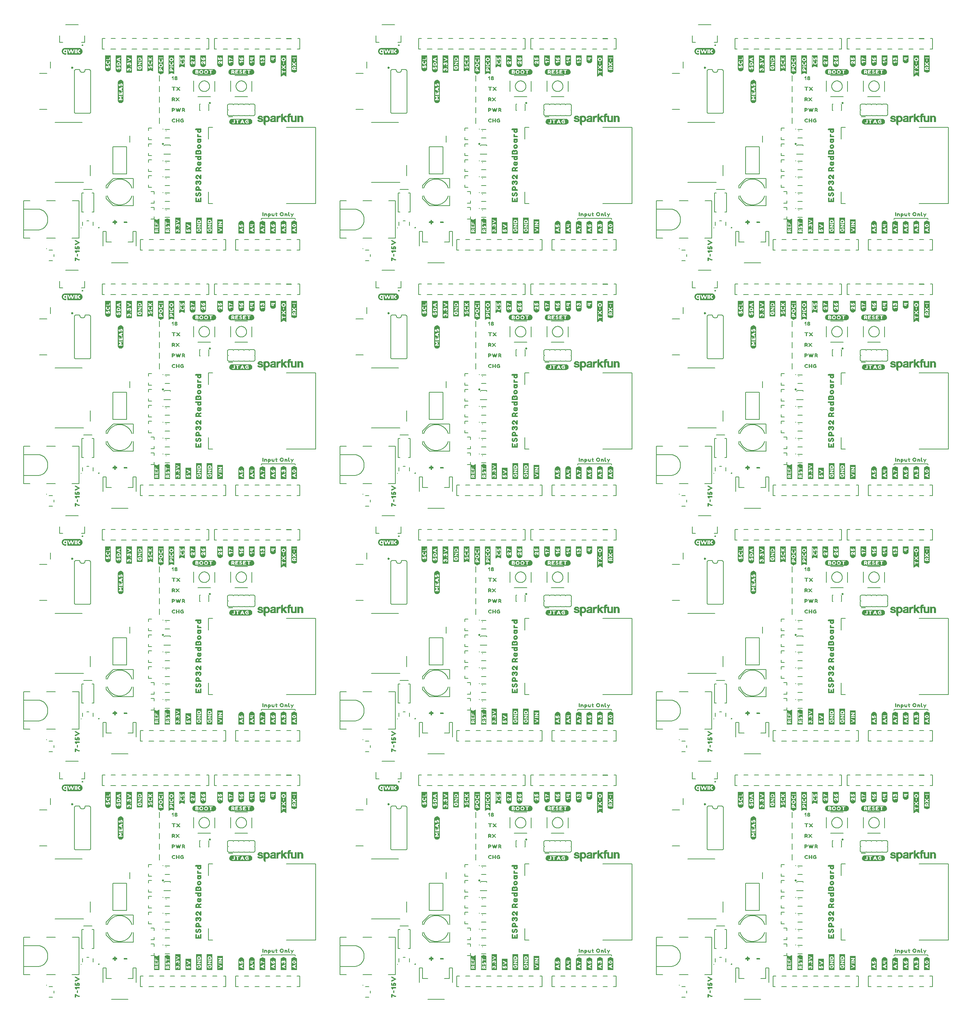
<source format=gto>
G04 EAGLE Gerber RS-274X export*
G75*
%MOMM*%
%FSLAX34Y34*%
%LPD*%
%INSilkscreen Top*%
%IPPOS*%
%AMOC8*
5,1,8,0,0,1.08239X$1,22.5*%
G01*
%ADD10C,0.203200*%
%ADD11C,0.254000*%
%ADD12C,0.127000*%
%ADD13C,0.508000*%
%ADD14C,0.300000*%
%ADD15C,0.254000*%
%ADD16C,0.177800*%

G36*
X2051222Y1637827D02*
X2051222Y1637827D01*
X2051223Y1637826D01*
X2052623Y1638026D01*
X2052625Y1638028D01*
X2052628Y1638027D01*
X2053227Y1638227D01*
X2053927Y1638427D01*
X2053928Y1638429D01*
X2053931Y1638428D01*
X2054531Y1638728D01*
X2054531Y1638730D01*
X2054532Y1638729D01*
X2055032Y1639029D01*
X2055033Y1639032D01*
X2055036Y1639031D01*
X2055635Y1639531D01*
X2056135Y1639931D01*
X2056136Y1639935D01*
X2056139Y1639935D01*
X2056539Y1640435D01*
X2056539Y1640436D01*
X2056540Y1640437D01*
X2056940Y1641037D01*
X2056940Y1641039D01*
X2056942Y1641039D01*
X2057542Y1642239D01*
X2057541Y1642242D01*
X2057543Y1642243D01*
X2057743Y1642943D01*
X2057742Y1642945D01*
X2057744Y1642946D01*
X2057844Y1643546D01*
X2057844Y1643547D01*
X2057944Y1644247D01*
X2057943Y1644248D01*
X2057944Y1644249D01*
X2057944Y1644250D01*
X2057944Y1645550D01*
X2057941Y1645553D01*
X2057943Y1645557D01*
X2057743Y1646257D01*
X2057743Y1646258D01*
X2057543Y1646857D01*
X2057343Y1647557D01*
X2057341Y1647558D01*
X2057342Y1647561D01*
X2057042Y1648161D01*
X2057038Y1648162D01*
X2057039Y1648165D01*
X2056640Y1648664D01*
X2056240Y1649263D01*
X2056235Y1649265D01*
X2056235Y1649269D01*
X2055736Y1649668D01*
X2055237Y1650167D01*
X2055232Y1650167D01*
X2055231Y1650172D01*
X2053431Y1651072D01*
X2053428Y1651071D01*
X2053427Y1651073D01*
X2052727Y1651273D01*
X2052725Y1651272D01*
X2052724Y1651274D01*
X2052124Y1651374D01*
X2052123Y1651374D01*
X2051423Y1651474D01*
X2051421Y1651473D01*
X2051420Y1651474D01*
X2002720Y1651474D01*
X2002716Y1651471D01*
X2002712Y1651473D01*
X2002711Y1651471D01*
X2002708Y1651471D01*
X2002706Y1651462D01*
X2002696Y1651453D01*
X2002701Y1651447D01*
X2002698Y1651439D01*
X2002774Y1651288D01*
X2002639Y1651465D01*
X2002626Y1651467D01*
X2002620Y1651474D01*
X2002520Y1651474D01*
X2002518Y1651473D01*
X2002517Y1651474D01*
X2001817Y1651374D01*
X2001816Y1651374D01*
X2001216Y1651274D01*
X2001215Y1651272D01*
X2001213Y1651273D01*
X2000513Y1651073D01*
X2000512Y1651073D01*
X1999912Y1650873D01*
X1999911Y1650871D01*
X1999909Y1650872D01*
X1999309Y1650572D01*
X1999308Y1650570D01*
X1999307Y1650570D01*
X1998707Y1650170D01*
X1998706Y1650169D01*
X1998705Y1650169D01*
X1998205Y1649769D01*
X1998205Y1649767D01*
X1998203Y1649767D01*
X1997703Y1649267D01*
X1997703Y1649265D01*
X1997701Y1649265D01*
X1997301Y1648765D01*
X1997301Y1648764D01*
X1997300Y1648763D01*
X1996900Y1648163D01*
X1996900Y1648161D01*
X1996898Y1648161D01*
X1996298Y1646961D01*
X1996299Y1646958D01*
X1996297Y1646958D01*
X1996097Y1646358D01*
X1996098Y1646355D01*
X1996096Y1646353D01*
X1995896Y1644953D01*
X1995897Y1644951D01*
X1995896Y1644950D01*
X1995896Y1644350D01*
X1995897Y1644348D01*
X1995896Y1644347D01*
X1996096Y1642947D01*
X1996098Y1642945D01*
X1996097Y1642942D01*
X1996497Y1641742D01*
X1996501Y1641740D01*
X1996500Y1641737D01*
X1997300Y1640537D01*
X1997301Y1640536D01*
X1997301Y1640535D01*
X1997701Y1640035D01*
X1997703Y1640035D01*
X1997703Y1640033D01*
X1998203Y1639533D01*
X1998205Y1639533D01*
X1998205Y1639531D01*
X1998705Y1639131D01*
X1998706Y1639131D01*
X1998707Y1639130D01*
X1999307Y1638730D01*
X1999309Y1638730D01*
X1999309Y1638728D01*
X1999909Y1638428D01*
X1999912Y1638429D01*
X1999912Y1638427D01*
X2000512Y1638227D01*
X2000513Y1638227D01*
X2001213Y1638027D01*
X2001215Y1638028D01*
X2001216Y1638026D01*
X2001816Y1637926D01*
X2001817Y1637926D01*
X2002517Y1637826D01*
X2002519Y1637827D01*
X2002520Y1637826D01*
X2051220Y1637826D01*
X2051222Y1637827D01*
G37*
G36*
X532302Y1637827D02*
X532302Y1637827D01*
X532303Y1637826D01*
X533703Y1638026D01*
X533705Y1638028D01*
X533708Y1638027D01*
X534307Y1638227D01*
X535007Y1638427D01*
X535008Y1638429D01*
X535011Y1638428D01*
X535611Y1638728D01*
X535611Y1638730D01*
X535612Y1638729D01*
X536112Y1639029D01*
X536113Y1639032D01*
X536116Y1639031D01*
X536715Y1639531D01*
X537215Y1639931D01*
X537216Y1639935D01*
X537219Y1639935D01*
X537619Y1640435D01*
X537619Y1640436D01*
X537620Y1640437D01*
X538020Y1641037D01*
X538020Y1641039D01*
X538022Y1641039D01*
X538622Y1642239D01*
X538621Y1642242D01*
X538623Y1642243D01*
X538823Y1642943D01*
X538822Y1642945D01*
X538824Y1642946D01*
X538924Y1643546D01*
X538924Y1643547D01*
X539024Y1644247D01*
X539023Y1644248D01*
X539024Y1644249D01*
X539024Y1644250D01*
X539024Y1645550D01*
X539021Y1645553D01*
X539023Y1645557D01*
X538823Y1646257D01*
X538823Y1646258D01*
X538623Y1646857D01*
X538423Y1647557D01*
X538421Y1647558D01*
X538422Y1647561D01*
X538122Y1648161D01*
X538118Y1648162D01*
X538119Y1648165D01*
X537720Y1648664D01*
X537320Y1649263D01*
X537315Y1649265D01*
X537315Y1649269D01*
X536816Y1649668D01*
X536317Y1650167D01*
X536312Y1650167D01*
X536311Y1650172D01*
X534511Y1651072D01*
X534508Y1651071D01*
X534507Y1651073D01*
X533807Y1651273D01*
X533805Y1651272D01*
X533804Y1651274D01*
X533204Y1651374D01*
X533203Y1651374D01*
X532503Y1651474D01*
X532501Y1651473D01*
X532500Y1651474D01*
X483800Y1651474D01*
X483796Y1651471D01*
X483792Y1651473D01*
X483791Y1651471D01*
X483788Y1651471D01*
X483786Y1651462D01*
X483776Y1651453D01*
X483781Y1651447D01*
X483778Y1651439D01*
X483854Y1651288D01*
X483719Y1651465D01*
X483706Y1651467D01*
X483700Y1651474D01*
X483600Y1651474D01*
X483598Y1651473D01*
X483597Y1651474D01*
X482897Y1651374D01*
X482896Y1651374D01*
X482296Y1651274D01*
X482295Y1651272D01*
X482293Y1651273D01*
X481593Y1651073D01*
X481592Y1651073D01*
X480992Y1650873D01*
X480991Y1650871D01*
X480989Y1650872D01*
X480389Y1650572D01*
X480388Y1650570D01*
X480387Y1650570D01*
X479787Y1650170D01*
X479786Y1650169D01*
X479785Y1650169D01*
X479285Y1649769D01*
X479285Y1649767D01*
X479283Y1649767D01*
X478783Y1649267D01*
X478783Y1649265D01*
X478781Y1649265D01*
X478381Y1648765D01*
X478381Y1648764D01*
X478380Y1648763D01*
X477980Y1648163D01*
X477980Y1648161D01*
X477978Y1648161D01*
X477378Y1646961D01*
X477379Y1646958D01*
X477377Y1646958D01*
X477177Y1646358D01*
X477178Y1646355D01*
X477176Y1646353D01*
X476976Y1644953D01*
X476977Y1644951D01*
X476976Y1644950D01*
X476976Y1644350D01*
X476977Y1644348D01*
X476976Y1644347D01*
X477176Y1642947D01*
X477178Y1642945D01*
X477177Y1642942D01*
X477577Y1641742D01*
X477581Y1641740D01*
X477580Y1641737D01*
X478380Y1640537D01*
X478381Y1640536D01*
X478381Y1640535D01*
X478781Y1640035D01*
X478783Y1640035D01*
X478783Y1640033D01*
X479283Y1639533D01*
X479285Y1639533D01*
X479285Y1639531D01*
X479785Y1639131D01*
X479786Y1639131D01*
X479787Y1639130D01*
X480387Y1638730D01*
X480389Y1638730D01*
X480389Y1638728D01*
X480989Y1638428D01*
X480992Y1638429D01*
X480992Y1638427D01*
X481592Y1638227D01*
X481593Y1638227D01*
X482293Y1638027D01*
X482295Y1638028D01*
X482296Y1638026D01*
X482896Y1637926D01*
X482897Y1637926D01*
X483597Y1637826D01*
X483599Y1637827D01*
X483600Y1637826D01*
X532300Y1637826D01*
X532302Y1637827D01*
G37*
G36*
X1291762Y1637827D02*
X1291762Y1637827D01*
X1291763Y1637826D01*
X1293163Y1638026D01*
X1293165Y1638028D01*
X1293168Y1638027D01*
X1293767Y1638227D01*
X1294467Y1638427D01*
X1294468Y1638429D01*
X1294471Y1638428D01*
X1295071Y1638728D01*
X1295071Y1638730D01*
X1295072Y1638729D01*
X1295572Y1639029D01*
X1295573Y1639032D01*
X1295576Y1639031D01*
X1296175Y1639531D01*
X1296675Y1639931D01*
X1296676Y1639935D01*
X1296679Y1639935D01*
X1297079Y1640435D01*
X1297079Y1640436D01*
X1297080Y1640437D01*
X1297480Y1641037D01*
X1297480Y1641039D01*
X1297482Y1641039D01*
X1298082Y1642239D01*
X1298081Y1642242D01*
X1298083Y1642243D01*
X1298283Y1642943D01*
X1298282Y1642945D01*
X1298284Y1642946D01*
X1298384Y1643546D01*
X1298384Y1643547D01*
X1298484Y1644247D01*
X1298483Y1644248D01*
X1298484Y1644249D01*
X1298484Y1644250D01*
X1298484Y1645550D01*
X1298481Y1645553D01*
X1298483Y1645557D01*
X1298283Y1646257D01*
X1298283Y1646258D01*
X1298083Y1646857D01*
X1297883Y1647557D01*
X1297881Y1647558D01*
X1297882Y1647561D01*
X1297582Y1648161D01*
X1297578Y1648162D01*
X1297579Y1648165D01*
X1297180Y1648664D01*
X1296780Y1649263D01*
X1296775Y1649265D01*
X1296775Y1649269D01*
X1296276Y1649668D01*
X1295777Y1650167D01*
X1295772Y1650167D01*
X1295771Y1650172D01*
X1293971Y1651072D01*
X1293968Y1651071D01*
X1293967Y1651073D01*
X1293267Y1651273D01*
X1293265Y1651272D01*
X1293264Y1651274D01*
X1292664Y1651374D01*
X1292663Y1651374D01*
X1291963Y1651474D01*
X1291961Y1651473D01*
X1291960Y1651474D01*
X1243260Y1651474D01*
X1243256Y1651471D01*
X1243252Y1651473D01*
X1243251Y1651471D01*
X1243248Y1651471D01*
X1243246Y1651462D01*
X1243236Y1651453D01*
X1243241Y1651447D01*
X1243238Y1651439D01*
X1243314Y1651288D01*
X1243179Y1651465D01*
X1243166Y1651467D01*
X1243160Y1651474D01*
X1243060Y1651474D01*
X1243058Y1651473D01*
X1243057Y1651474D01*
X1242357Y1651374D01*
X1242356Y1651374D01*
X1241756Y1651274D01*
X1241755Y1651272D01*
X1241753Y1651273D01*
X1241053Y1651073D01*
X1241052Y1651073D01*
X1240452Y1650873D01*
X1240451Y1650871D01*
X1240449Y1650872D01*
X1239849Y1650572D01*
X1239848Y1650570D01*
X1239847Y1650570D01*
X1239247Y1650170D01*
X1239246Y1650169D01*
X1239245Y1650169D01*
X1238745Y1649769D01*
X1238745Y1649767D01*
X1238743Y1649767D01*
X1238243Y1649267D01*
X1238243Y1649265D01*
X1238241Y1649265D01*
X1237841Y1648765D01*
X1237841Y1648764D01*
X1237840Y1648763D01*
X1237440Y1648163D01*
X1237440Y1648161D01*
X1237438Y1648161D01*
X1236838Y1646961D01*
X1236839Y1646958D01*
X1236837Y1646958D01*
X1236637Y1646358D01*
X1236638Y1646355D01*
X1236636Y1646353D01*
X1236436Y1644953D01*
X1236437Y1644951D01*
X1236436Y1644950D01*
X1236436Y1644350D01*
X1236437Y1644348D01*
X1236436Y1644347D01*
X1236636Y1642947D01*
X1236638Y1642945D01*
X1236637Y1642942D01*
X1237037Y1641742D01*
X1237041Y1641740D01*
X1237040Y1641737D01*
X1237840Y1640537D01*
X1237841Y1640536D01*
X1237841Y1640535D01*
X1238241Y1640035D01*
X1238243Y1640035D01*
X1238243Y1640033D01*
X1238743Y1639533D01*
X1238745Y1639533D01*
X1238745Y1639531D01*
X1239245Y1639131D01*
X1239246Y1639131D01*
X1239247Y1639130D01*
X1239847Y1638730D01*
X1239849Y1638730D01*
X1239849Y1638728D01*
X1240449Y1638428D01*
X1240452Y1638429D01*
X1240452Y1638427D01*
X1241052Y1638227D01*
X1241053Y1638227D01*
X1241753Y1638027D01*
X1241755Y1638028D01*
X1241756Y1638026D01*
X1242356Y1637926D01*
X1242357Y1637926D01*
X1243057Y1637826D01*
X1243059Y1637827D01*
X1243060Y1637826D01*
X1291760Y1637826D01*
X1291762Y1637827D01*
G37*
G36*
X2051222Y459267D02*
X2051222Y459267D01*
X2051223Y459266D01*
X2052623Y459466D01*
X2052625Y459468D01*
X2052628Y459467D01*
X2053227Y459667D01*
X2053927Y459867D01*
X2053928Y459869D01*
X2053931Y459868D01*
X2054531Y460168D01*
X2054531Y460170D01*
X2054532Y460169D01*
X2055032Y460469D01*
X2055033Y460472D01*
X2055036Y460471D01*
X2055635Y460971D01*
X2056135Y461371D01*
X2056136Y461375D01*
X2056139Y461375D01*
X2056539Y461875D01*
X2056539Y461876D01*
X2056540Y461877D01*
X2056940Y462477D01*
X2056940Y462479D01*
X2056942Y462479D01*
X2057542Y463679D01*
X2057541Y463682D01*
X2057543Y463683D01*
X2057743Y464383D01*
X2057742Y464385D01*
X2057744Y464386D01*
X2057844Y464986D01*
X2057844Y464987D01*
X2057944Y465687D01*
X2057943Y465688D01*
X2057944Y465689D01*
X2057944Y465690D01*
X2057944Y466990D01*
X2057941Y466993D01*
X2057943Y466997D01*
X2057743Y467697D01*
X2057743Y467698D01*
X2057543Y468297D01*
X2057343Y468997D01*
X2057341Y468998D01*
X2057342Y469001D01*
X2057042Y469601D01*
X2057038Y469602D01*
X2057039Y469605D01*
X2056640Y470104D01*
X2056240Y470703D01*
X2056235Y470705D01*
X2056235Y470709D01*
X2055736Y471108D01*
X2055237Y471607D01*
X2055232Y471607D01*
X2055231Y471612D01*
X2053431Y472512D01*
X2053428Y472511D01*
X2053427Y472513D01*
X2052727Y472713D01*
X2052725Y472712D01*
X2052724Y472714D01*
X2052124Y472814D01*
X2052123Y472814D01*
X2051423Y472914D01*
X2051421Y472913D01*
X2051420Y472914D01*
X2002720Y472914D01*
X2002716Y472911D01*
X2002712Y472913D01*
X2002711Y472911D01*
X2002708Y472911D01*
X2002706Y472902D01*
X2002696Y472893D01*
X2002701Y472887D01*
X2002698Y472879D01*
X2002774Y472728D01*
X2002639Y472905D01*
X2002626Y472907D01*
X2002620Y472914D01*
X2002520Y472914D01*
X2002518Y472913D01*
X2002517Y472914D01*
X2001817Y472814D01*
X2001816Y472814D01*
X2001216Y472714D01*
X2001215Y472712D01*
X2001213Y472713D01*
X2000513Y472513D01*
X2000512Y472513D01*
X1999912Y472313D01*
X1999911Y472311D01*
X1999909Y472312D01*
X1999309Y472012D01*
X1999308Y472010D01*
X1999307Y472010D01*
X1998707Y471610D01*
X1998706Y471609D01*
X1998705Y471609D01*
X1998205Y471209D01*
X1998205Y471207D01*
X1998203Y471207D01*
X1997703Y470707D01*
X1997703Y470705D01*
X1997701Y470705D01*
X1997301Y470205D01*
X1997301Y470204D01*
X1997300Y470203D01*
X1996900Y469603D01*
X1996900Y469601D01*
X1996898Y469601D01*
X1996298Y468401D01*
X1996299Y468398D01*
X1996297Y468398D01*
X1996097Y467798D01*
X1996098Y467795D01*
X1996096Y467793D01*
X1995896Y466393D01*
X1995897Y466391D01*
X1995896Y466390D01*
X1995896Y465790D01*
X1995897Y465788D01*
X1995896Y465787D01*
X1996096Y464387D01*
X1996098Y464385D01*
X1996097Y464382D01*
X1996497Y463182D01*
X1996501Y463180D01*
X1996500Y463177D01*
X1997300Y461977D01*
X1997301Y461976D01*
X1997301Y461975D01*
X1997701Y461475D01*
X1997703Y461475D01*
X1997703Y461473D01*
X1998203Y460973D01*
X1998205Y460973D01*
X1998205Y460971D01*
X1998705Y460571D01*
X1998706Y460571D01*
X1998707Y460570D01*
X1999307Y460170D01*
X1999309Y460170D01*
X1999309Y460168D01*
X1999909Y459868D01*
X1999912Y459869D01*
X1999912Y459867D01*
X2000512Y459667D01*
X2000513Y459667D01*
X2001213Y459467D01*
X2001215Y459468D01*
X2001216Y459466D01*
X2001816Y459366D01*
X2001817Y459366D01*
X2002517Y459266D01*
X2002519Y459267D01*
X2002520Y459266D01*
X2051220Y459266D01*
X2051222Y459267D01*
G37*
G36*
X532302Y459267D02*
X532302Y459267D01*
X532303Y459266D01*
X533703Y459466D01*
X533705Y459468D01*
X533708Y459467D01*
X534307Y459667D01*
X535007Y459867D01*
X535008Y459869D01*
X535011Y459868D01*
X535611Y460168D01*
X535611Y460170D01*
X535612Y460169D01*
X536112Y460469D01*
X536113Y460472D01*
X536116Y460471D01*
X536715Y460971D01*
X537215Y461371D01*
X537216Y461375D01*
X537219Y461375D01*
X537619Y461875D01*
X537619Y461876D01*
X537620Y461877D01*
X538020Y462477D01*
X538020Y462479D01*
X538022Y462479D01*
X538622Y463679D01*
X538621Y463682D01*
X538623Y463683D01*
X538823Y464383D01*
X538822Y464385D01*
X538824Y464386D01*
X538924Y464986D01*
X538924Y464987D01*
X539024Y465687D01*
X539023Y465688D01*
X539024Y465689D01*
X539024Y465690D01*
X539024Y466990D01*
X539021Y466993D01*
X539023Y466997D01*
X538823Y467697D01*
X538823Y467698D01*
X538623Y468297D01*
X538423Y468997D01*
X538421Y468998D01*
X538422Y469001D01*
X538122Y469601D01*
X538118Y469602D01*
X538119Y469605D01*
X537720Y470104D01*
X537320Y470703D01*
X537315Y470705D01*
X537315Y470709D01*
X536816Y471108D01*
X536317Y471607D01*
X536312Y471607D01*
X536311Y471612D01*
X534511Y472512D01*
X534508Y472511D01*
X534507Y472513D01*
X533807Y472713D01*
X533805Y472712D01*
X533804Y472714D01*
X533204Y472814D01*
X533203Y472814D01*
X532503Y472914D01*
X532501Y472913D01*
X532500Y472914D01*
X483800Y472914D01*
X483796Y472911D01*
X483792Y472913D01*
X483791Y472911D01*
X483788Y472911D01*
X483786Y472902D01*
X483776Y472893D01*
X483781Y472887D01*
X483778Y472879D01*
X483854Y472728D01*
X483719Y472905D01*
X483706Y472907D01*
X483700Y472914D01*
X483600Y472914D01*
X483598Y472913D01*
X483597Y472914D01*
X482897Y472814D01*
X482896Y472814D01*
X482296Y472714D01*
X482295Y472712D01*
X482293Y472713D01*
X481593Y472513D01*
X481592Y472513D01*
X480992Y472313D01*
X480991Y472311D01*
X480989Y472312D01*
X480389Y472012D01*
X480388Y472010D01*
X480387Y472010D01*
X479787Y471610D01*
X479786Y471609D01*
X479785Y471609D01*
X479285Y471209D01*
X479285Y471207D01*
X479283Y471207D01*
X478783Y470707D01*
X478783Y470705D01*
X478781Y470705D01*
X478381Y470205D01*
X478381Y470204D01*
X478380Y470203D01*
X477980Y469603D01*
X477980Y469601D01*
X477978Y469601D01*
X477378Y468401D01*
X477379Y468398D01*
X477377Y468398D01*
X477177Y467798D01*
X477178Y467795D01*
X477176Y467793D01*
X476976Y466393D01*
X476977Y466391D01*
X476976Y466390D01*
X476976Y465790D01*
X476977Y465788D01*
X476976Y465787D01*
X477176Y464387D01*
X477178Y464385D01*
X477177Y464382D01*
X477577Y463182D01*
X477581Y463180D01*
X477580Y463177D01*
X478380Y461977D01*
X478381Y461976D01*
X478381Y461975D01*
X478781Y461475D01*
X478783Y461475D01*
X478783Y461473D01*
X479283Y460973D01*
X479285Y460973D01*
X479285Y460971D01*
X479785Y460571D01*
X479786Y460571D01*
X479787Y460570D01*
X480387Y460170D01*
X480389Y460170D01*
X480389Y460168D01*
X480989Y459868D01*
X480992Y459869D01*
X480992Y459867D01*
X481592Y459667D01*
X481593Y459667D01*
X482293Y459467D01*
X482295Y459468D01*
X482296Y459466D01*
X482896Y459366D01*
X482897Y459366D01*
X483597Y459266D01*
X483599Y459267D01*
X483600Y459266D01*
X532300Y459266D01*
X532302Y459267D01*
G37*
G36*
X1291762Y459267D02*
X1291762Y459267D01*
X1291763Y459266D01*
X1293163Y459466D01*
X1293165Y459468D01*
X1293168Y459467D01*
X1293767Y459667D01*
X1294467Y459867D01*
X1294468Y459869D01*
X1294471Y459868D01*
X1295071Y460168D01*
X1295071Y460170D01*
X1295072Y460169D01*
X1295572Y460469D01*
X1295573Y460472D01*
X1295576Y460471D01*
X1296175Y460971D01*
X1296675Y461371D01*
X1296676Y461375D01*
X1296679Y461375D01*
X1297079Y461875D01*
X1297079Y461876D01*
X1297080Y461877D01*
X1297480Y462477D01*
X1297480Y462479D01*
X1297482Y462479D01*
X1298082Y463679D01*
X1298081Y463682D01*
X1298083Y463683D01*
X1298283Y464383D01*
X1298282Y464385D01*
X1298284Y464386D01*
X1298384Y464986D01*
X1298384Y464987D01*
X1298484Y465687D01*
X1298483Y465688D01*
X1298484Y465689D01*
X1298484Y465690D01*
X1298484Y466990D01*
X1298481Y466993D01*
X1298483Y466997D01*
X1298283Y467697D01*
X1298283Y467698D01*
X1298083Y468297D01*
X1297883Y468997D01*
X1297881Y468998D01*
X1297882Y469001D01*
X1297582Y469601D01*
X1297578Y469602D01*
X1297579Y469605D01*
X1297180Y470104D01*
X1296780Y470703D01*
X1296775Y470705D01*
X1296775Y470709D01*
X1296276Y471108D01*
X1295777Y471607D01*
X1295772Y471607D01*
X1295771Y471612D01*
X1293971Y472512D01*
X1293968Y472511D01*
X1293967Y472513D01*
X1293267Y472713D01*
X1293265Y472712D01*
X1293264Y472714D01*
X1292664Y472814D01*
X1292663Y472814D01*
X1291963Y472914D01*
X1291961Y472913D01*
X1291960Y472914D01*
X1243260Y472914D01*
X1243256Y472911D01*
X1243252Y472913D01*
X1243251Y472911D01*
X1243248Y472911D01*
X1243246Y472902D01*
X1243236Y472893D01*
X1243241Y472887D01*
X1243238Y472879D01*
X1243314Y472728D01*
X1243179Y472905D01*
X1243166Y472907D01*
X1243160Y472914D01*
X1243060Y472914D01*
X1243058Y472913D01*
X1243057Y472914D01*
X1242357Y472814D01*
X1242356Y472814D01*
X1241756Y472714D01*
X1241755Y472712D01*
X1241753Y472713D01*
X1241053Y472513D01*
X1241052Y472513D01*
X1240452Y472313D01*
X1240451Y472311D01*
X1240449Y472312D01*
X1239849Y472012D01*
X1239848Y472010D01*
X1239847Y472010D01*
X1239247Y471610D01*
X1239246Y471609D01*
X1239245Y471609D01*
X1238745Y471209D01*
X1238745Y471207D01*
X1238743Y471207D01*
X1238243Y470707D01*
X1238243Y470705D01*
X1238241Y470705D01*
X1237841Y470205D01*
X1237841Y470204D01*
X1237840Y470203D01*
X1237440Y469603D01*
X1237440Y469601D01*
X1237438Y469601D01*
X1236838Y468401D01*
X1236839Y468398D01*
X1236837Y468398D01*
X1236637Y467798D01*
X1236638Y467795D01*
X1236636Y467793D01*
X1236436Y466393D01*
X1236437Y466391D01*
X1236436Y466390D01*
X1236436Y465790D01*
X1236437Y465788D01*
X1236436Y465787D01*
X1236636Y464387D01*
X1236638Y464385D01*
X1236637Y464382D01*
X1237037Y463182D01*
X1237041Y463180D01*
X1237040Y463177D01*
X1237840Y461977D01*
X1237841Y461976D01*
X1237841Y461975D01*
X1238241Y461475D01*
X1238243Y461475D01*
X1238243Y461473D01*
X1238743Y460973D01*
X1238745Y460973D01*
X1238745Y460971D01*
X1239245Y460571D01*
X1239246Y460571D01*
X1239247Y460570D01*
X1239847Y460170D01*
X1239849Y460170D01*
X1239849Y460168D01*
X1240449Y459868D01*
X1240452Y459869D01*
X1240452Y459867D01*
X1241052Y459667D01*
X1241053Y459667D01*
X1241753Y459467D01*
X1241755Y459468D01*
X1241756Y459466D01*
X1242356Y459366D01*
X1242357Y459366D01*
X1243057Y459266D01*
X1243059Y459267D01*
X1243060Y459266D01*
X1291760Y459266D01*
X1291762Y459267D01*
G37*
G36*
X2051222Y2227107D02*
X2051222Y2227107D01*
X2051223Y2227106D01*
X2052623Y2227306D01*
X2052625Y2227308D01*
X2052628Y2227307D01*
X2053227Y2227507D01*
X2053927Y2227707D01*
X2053928Y2227709D01*
X2053931Y2227708D01*
X2054531Y2228008D01*
X2054531Y2228010D01*
X2054532Y2228009D01*
X2055032Y2228309D01*
X2055033Y2228312D01*
X2055036Y2228311D01*
X2055635Y2228811D01*
X2056135Y2229211D01*
X2056136Y2229215D01*
X2056139Y2229215D01*
X2056539Y2229715D01*
X2056539Y2229716D01*
X2056540Y2229717D01*
X2056940Y2230317D01*
X2056940Y2230319D01*
X2056942Y2230319D01*
X2057542Y2231519D01*
X2057541Y2231522D01*
X2057543Y2231523D01*
X2057743Y2232223D01*
X2057742Y2232225D01*
X2057744Y2232226D01*
X2057844Y2232826D01*
X2057844Y2232827D01*
X2057944Y2233527D01*
X2057943Y2233528D01*
X2057944Y2233529D01*
X2057944Y2233530D01*
X2057944Y2234830D01*
X2057941Y2234833D01*
X2057943Y2234837D01*
X2057743Y2235537D01*
X2057743Y2235538D01*
X2057543Y2236137D01*
X2057343Y2236837D01*
X2057341Y2236838D01*
X2057342Y2236841D01*
X2057042Y2237441D01*
X2057038Y2237442D01*
X2057039Y2237445D01*
X2056640Y2237944D01*
X2056240Y2238543D01*
X2056235Y2238545D01*
X2056235Y2238549D01*
X2055736Y2238948D01*
X2055237Y2239447D01*
X2055232Y2239447D01*
X2055231Y2239452D01*
X2053431Y2240352D01*
X2053428Y2240351D01*
X2053427Y2240353D01*
X2052727Y2240553D01*
X2052725Y2240552D01*
X2052724Y2240554D01*
X2052124Y2240654D01*
X2052123Y2240654D01*
X2051423Y2240754D01*
X2051421Y2240753D01*
X2051420Y2240754D01*
X2002720Y2240754D01*
X2002716Y2240751D01*
X2002712Y2240753D01*
X2002711Y2240751D01*
X2002708Y2240751D01*
X2002706Y2240742D01*
X2002696Y2240733D01*
X2002701Y2240727D01*
X2002698Y2240719D01*
X2002774Y2240568D01*
X2002639Y2240745D01*
X2002626Y2240747D01*
X2002620Y2240754D01*
X2002520Y2240754D01*
X2002518Y2240753D01*
X2002517Y2240754D01*
X2001817Y2240654D01*
X2001816Y2240654D01*
X2001216Y2240554D01*
X2001215Y2240552D01*
X2001213Y2240553D01*
X2000513Y2240353D01*
X2000512Y2240353D01*
X1999912Y2240153D01*
X1999911Y2240151D01*
X1999909Y2240152D01*
X1999309Y2239852D01*
X1999308Y2239850D01*
X1999307Y2239850D01*
X1998707Y2239450D01*
X1998706Y2239449D01*
X1998705Y2239449D01*
X1998205Y2239049D01*
X1998205Y2239047D01*
X1998203Y2239047D01*
X1997703Y2238547D01*
X1997703Y2238545D01*
X1997701Y2238545D01*
X1997301Y2238045D01*
X1997301Y2238044D01*
X1997300Y2238043D01*
X1996900Y2237443D01*
X1996900Y2237441D01*
X1996898Y2237441D01*
X1996298Y2236241D01*
X1996299Y2236238D01*
X1996297Y2236238D01*
X1996097Y2235638D01*
X1996098Y2235635D01*
X1996096Y2235633D01*
X1995896Y2234233D01*
X1995897Y2234231D01*
X1995896Y2234230D01*
X1995896Y2233630D01*
X1995897Y2233628D01*
X1995896Y2233627D01*
X1996096Y2232227D01*
X1996098Y2232225D01*
X1996097Y2232222D01*
X1996497Y2231022D01*
X1996501Y2231020D01*
X1996500Y2231017D01*
X1997300Y2229817D01*
X1997301Y2229816D01*
X1997301Y2229815D01*
X1997701Y2229315D01*
X1997703Y2229315D01*
X1997703Y2229313D01*
X1998203Y2228813D01*
X1998205Y2228813D01*
X1998205Y2228811D01*
X1998705Y2228411D01*
X1998706Y2228411D01*
X1998707Y2228410D01*
X1999307Y2228010D01*
X1999309Y2228010D01*
X1999309Y2228008D01*
X1999909Y2227708D01*
X1999912Y2227709D01*
X1999912Y2227707D01*
X2000512Y2227507D01*
X2000513Y2227507D01*
X2001213Y2227307D01*
X2001215Y2227308D01*
X2001216Y2227306D01*
X2001816Y2227206D01*
X2001817Y2227206D01*
X2002517Y2227106D01*
X2002519Y2227107D01*
X2002520Y2227106D01*
X2051220Y2227106D01*
X2051222Y2227107D01*
G37*
G36*
X532302Y2227107D02*
X532302Y2227107D01*
X532303Y2227106D01*
X533703Y2227306D01*
X533705Y2227308D01*
X533708Y2227307D01*
X534307Y2227507D01*
X535007Y2227707D01*
X535008Y2227709D01*
X535011Y2227708D01*
X535611Y2228008D01*
X535611Y2228010D01*
X535612Y2228009D01*
X536112Y2228309D01*
X536113Y2228312D01*
X536116Y2228311D01*
X536715Y2228811D01*
X537215Y2229211D01*
X537216Y2229215D01*
X537219Y2229215D01*
X537619Y2229715D01*
X537619Y2229716D01*
X537620Y2229717D01*
X538020Y2230317D01*
X538020Y2230319D01*
X538022Y2230319D01*
X538622Y2231519D01*
X538621Y2231522D01*
X538623Y2231523D01*
X538823Y2232223D01*
X538822Y2232225D01*
X538824Y2232226D01*
X538924Y2232826D01*
X538924Y2232827D01*
X539024Y2233527D01*
X539023Y2233528D01*
X539024Y2233529D01*
X539024Y2233530D01*
X539024Y2234830D01*
X539021Y2234833D01*
X539023Y2234837D01*
X538823Y2235537D01*
X538823Y2235538D01*
X538623Y2236137D01*
X538423Y2236837D01*
X538421Y2236838D01*
X538422Y2236841D01*
X538122Y2237441D01*
X538118Y2237442D01*
X538119Y2237445D01*
X537720Y2237944D01*
X537320Y2238543D01*
X537315Y2238545D01*
X537315Y2238549D01*
X536816Y2238948D01*
X536317Y2239447D01*
X536312Y2239447D01*
X536311Y2239452D01*
X534511Y2240352D01*
X534508Y2240351D01*
X534507Y2240353D01*
X533807Y2240553D01*
X533805Y2240552D01*
X533804Y2240554D01*
X533204Y2240654D01*
X533203Y2240654D01*
X532503Y2240754D01*
X532501Y2240753D01*
X532500Y2240754D01*
X483800Y2240754D01*
X483796Y2240751D01*
X483792Y2240753D01*
X483791Y2240751D01*
X483788Y2240751D01*
X483786Y2240742D01*
X483776Y2240733D01*
X483781Y2240727D01*
X483778Y2240719D01*
X483854Y2240568D01*
X483719Y2240745D01*
X483706Y2240747D01*
X483700Y2240754D01*
X483600Y2240754D01*
X483598Y2240753D01*
X483597Y2240754D01*
X482897Y2240654D01*
X482896Y2240654D01*
X482296Y2240554D01*
X482295Y2240552D01*
X482293Y2240553D01*
X481593Y2240353D01*
X481592Y2240353D01*
X480992Y2240153D01*
X480991Y2240151D01*
X480989Y2240152D01*
X480389Y2239852D01*
X480388Y2239850D01*
X480387Y2239850D01*
X479787Y2239450D01*
X479786Y2239449D01*
X479785Y2239449D01*
X479285Y2239049D01*
X479285Y2239047D01*
X479283Y2239047D01*
X478783Y2238547D01*
X478783Y2238545D01*
X478781Y2238545D01*
X478381Y2238045D01*
X478381Y2238044D01*
X478380Y2238043D01*
X477980Y2237443D01*
X477980Y2237441D01*
X477978Y2237441D01*
X477378Y2236241D01*
X477379Y2236238D01*
X477377Y2236238D01*
X477177Y2235638D01*
X477178Y2235635D01*
X477176Y2235633D01*
X476976Y2234233D01*
X476977Y2234231D01*
X476976Y2234230D01*
X476976Y2233630D01*
X476977Y2233628D01*
X476976Y2233627D01*
X477176Y2232227D01*
X477178Y2232225D01*
X477177Y2232222D01*
X477577Y2231022D01*
X477581Y2231020D01*
X477580Y2231017D01*
X478380Y2229817D01*
X478381Y2229816D01*
X478381Y2229815D01*
X478781Y2229315D01*
X478783Y2229315D01*
X478783Y2229313D01*
X479283Y2228813D01*
X479285Y2228813D01*
X479285Y2228811D01*
X479785Y2228411D01*
X479786Y2228411D01*
X479787Y2228410D01*
X480387Y2228010D01*
X480389Y2228010D01*
X480389Y2228008D01*
X480989Y2227708D01*
X480992Y2227709D01*
X480992Y2227707D01*
X481592Y2227507D01*
X481593Y2227507D01*
X482293Y2227307D01*
X482295Y2227308D01*
X482296Y2227306D01*
X482896Y2227206D01*
X482897Y2227206D01*
X483597Y2227106D01*
X483599Y2227107D01*
X483600Y2227106D01*
X532300Y2227106D01*
X532302Y2227107D01*
G37*
G36*
X2051222Y1048547D02*
X2051222Y1048547D01*
X2051223Y1048546D01*
X2052623Y1048746D01*
X2052625Y1048748D01*
X2052628Y1048747D01*
X2053227Y1048947D01*
X2053927Y1049147D01*
X2053928Y1049149D01*
X2053931Y1049148D01*
X2054531Y1049448D01*
X2054531Y1049450D01*
X2054532Y1049449D01*
X2055032Y1049749D01*
X2055033Y1049752D01*
X2055036Y1049751D01*
X2055635Y1050251D01*
X2056135Y1050651D01*
X2056136Y1050655D01*
X2056139Y1050655D01*
X2056539Y1051155D01*
X2056539Y1051156D01*
X2056540Y1051157D01*
X2056940Y1051757D01*
X2056940Y1051759D01*
X2056942Y1051759D01*
X2057542Y1052959D01*
X2057541Y1052962D01*
X2057543Y1052963D01*
X2057743Y1053663D01*
X2057742Y1053665D01*
X2057744Y1053666D01*
X2057844Y1054266D01*
X2057844Y1054267D01*
X2057944Y1054967D01*
X2057943Y1054968D01*
X2057944Y1054969D01*
X2057944Y1054970D01*
X2057944Y1056270D01*
X2057941Y1056273D01*
X2057943Y1056277D01*
X2057743Y1056977D01*
X2057743Y1056978D01*
X2057543Y1057577D01*
X2057343Y1058277D01*
X2057341Y1058278D01*
X2057342Y1058281D01*
X2057042Y1058881D01*
X2057038Y1058882D01*
X2057039Y1058885D01*
X2056640Y1059384D01*
X2056240Y1059983D01*
X2056235Y1059985D01*
X2056235Y1059989D01*
X2055736Y1060388D01*
X2055237Y1060887D01*
X2055232Y1060887D01*
X2055231Y1060892D01*
X2053431Y1061792D01*
X2053428Y1061791D01*
X2053427Y1061793D01*
X2052727Y1061993D01*
X2052725Y1061992D01*
X2052724Y1061994D01*
X2052124Y1062094D01*
X2052123Y1062094D01*
X2051423Y1062194D01*
X2051421Y1062193D01*
X2051420Y1062194D01*
X2002720Y1062194D01*
X2002716Y1062191D01*
X2002712Y1062193D01*
X2002711Y1062191D01*
X2002708Y1062191D01*
X2002706Y1062182D01*
X2002696Y1062173D01*
X2002701Y1062167D01*
X2002698Y1062159D01*
X2002774Y1062008D01*
X2002639Y1062185D01*
X2002626Y1062187D01*
X2002620Y1062194D01*
X2002520Y1062194D01*
X2002518Y1062193D01*
X2002517Y1062194D01*
X2001817Y1062094D01*
X2001816Y1062094D01*
X2001216Y1061994D01*
X2001215Y1061992D01*
X2001213Y1061993D01*
X2000513Y1061793D01*
X2000512Y1061793D01*
X1999912Y1061593D01*
X1999911Y1061591D01*
X1999909Y1061592D01*
X1999309Y1061292D01*
X1999308Y1061290D01*
X1999307Y1061290D01*
X1998707Y1060890D01*
X1998706Y1060889D01*
X1998705Y1060889D01*
X1998205Y1060489D01*
X1998205Y1060487D01*
X1998203Y1060487D01*
X1997703Y1059987D01*
X1997703Y1059985D01*
X1997701Y1059985D01*
X1997301Y1059485D01*
X1997301Y1059484D01*
X1997300Y1059483D01*
X1996900Y1058883D01*
X1996900Y1058881D01*
X1996898Y1058881D01*
X1996298Y1057681D01*
X1996299Y1057678D01*
X1996297Y1057678D01*
X1996097Y1057078D01*
X1996098Y1057075D01*
X1996096Y1057073D01*
X1995896Y1055673D01*
X1995897Y1055671D01*
X1995896Y1055670D01*
X1995896Y1055070D01*
X1995897Y1055068D01*
X1995896Y1055067D01*
X1996096Y1053667D01*
X1996098Y1053665D01*
X1996097Y1053662D01*
X1996497Y1052462D01*
X1996501Y1052460D01*
X1996500Y1052457D01*
X1997300Y1051257D01*
X1997301Y1051256D01*
X1997301Y1051255D01*
X1997701Y1050755D01*
X1997703Y1050755D01*
X1997703Y1050753D01*
X1998203Y1050253D01*
X1998205Y1050253D01*
X1998205Y1050251D01*
X1998705Y1049851D01*
X1998706Y1049851D01*
X1998707Y1049850D01*
X1999307Y1049450D01*
X1999309Y1049450D01*
X1999309Y1049448D01*
X1999909Y1049148D01*
X1999912Y1049149D01*
X1999912Y1049147D01*
X2000512Y1048947D01*
X2000513Y1048947D01*
X2001213Y1048747D01*
X2001215Y1048748D01*
X2001216Y1048746D01*
X2001816Y1048646D01*
X2001817Y1048646D01*
X2002517Y1048546D01*
X2002519Y1048547D01*
X2002520Y1048546D01*
X2051220Y1048546D01*
X2051222Y1048547D01*
G37*
G36*
X1291762Y1048547D02*
X1291762Y1048547D01*
X1291763Y1048546D01*
X1293163Y1048746D01*
X1293165Y1048748D01*
X1293168Y1048747D01*
X1293767Y1048947D01*
X1294467Y1049147D01*
X1294468Y1049149D01*
X1294471Y1049148D01*
X1295071Y1049448D01*
X1295071Y1049450D01*
X1295072Y1049449D01*
X1295572Y1049749D01*
X1295573Y1049752D01*
X1295576Y1049751D01*
X1296175Y1050251D01*
X1296675Y1050651D01*
X1296676Y1050655D01*
X1296679Y1050655D01*
X1297079Y1051155D01*
X1297079Y1051156D01*
X1297080Y1051157D01*
X1297480Y1051757D01*
X1297480Y1051759D01*
X1297482Y1051759D01*
X1298082Y1052959D01*
X1298081Y1052962D01*
X1298083Y1052963D01*
X1298283Y1053663D01*
X1298282Y1053665D01*
X1298284Y1053666D01*
X1298384Y1054266D01*
X1298384Y1054267D01*
X1298484Y1054967D01*
X1298483Y1054968D01*
X1298484Y1054969D01*
X1298484Y1054970D01*
X1298484Y1056270D01*
X1298481Y1056273D01*
X1298483Y1056277D01*
X1298283Y1056977D01*
X1298283Y1056978D01*
X1298083Y1057577D01*
X1297883Y1058277D01*
X1297881Y1058278D01*
X1297882Y1058281D01*
X1297582Y1058881D01*
X1297578Y1058882D01*
X1297579Y1058885D01*
X1297180Y1059384D01*
X1296780Y1059983D01*
X1296775Y1059985D01*
X1296775Y1059989D01*
X1296276Y1060388D01*
X1295777Y1060887D01*
X1295772Y1060887D01*
X1295771Y1060892D01*
X1293971Y1061792D01*
X1293968Y1061791D01*
X1293967Y1061793D01*
X1293267Y1061993D01*
X1293265Y1061992D01*
X1293264Y1061994D01*
X1292664Y1062094D01*
X1292663Y1062094D01*
X1291963Y1062194D01*
X1291961Y1062193D01*
X1291960Y1062194D01*
X1243260Y1062194D01*
X1243256Y1062191D01*
X1243252Y1062193D01*
X1243251Y1062191D01*
X1243248Y1062191D01*
X1243246Y1062182D01*
X1243236Y1062173D01*
X1243241Y1062167D01*
X1243238Y1062159D01*
X1243314Y1062008D01*
X1243179Y1062185D01*
X1243166Y1062187D01*
X1243160Y1062194D01*
X1243060Y1062194D01*
X1243058Y1062193D01*
X1243057Y1062194D01*
X1242357Y1062094D01*
X1242356Y1062094D01*
X1241756Y1061994D01*
X1241755Y1061992D01*
X1241753Y1061993D01*
X1241053Y1061793D01*
X1241052Y1061793D01*
X1240452Y1061593D01*
X1240451Y1061591D01*
X1240449Y1061592D01*
X1239849Y1061292D01*
X1239848Y1061290D01*
X1239847Y1061290D01*
X1239247Y1060890D01*
X1239246Y1060889D01*
X1239245Y1060889D01*
X1238745Y1060489D01*
X1238745Y1060487D01*
X1238743Y1060487D01*
X1238243Y1059987D01*
X1238243Y1059985D01*
X1238241Y1059985D01*
X1237841Y1059485D01*
X1237841Y1059484D01*
X1237840Y1059483D01*
X1237440Y1058883D01*
X1237440Y1058881D01*
X1237438Y1058881D01*
X1236838Y1057681D01*
X1236839Y1057678D01*
X1236837Y1057678D01*
X1236637Y1057078D01*
X1236638Y1057075D01*
X1236636Y1057073D01*
X1236436Y1055673D01*
X1236437Y1055671D01*
X1236436Y1055670D01*
X1236436Y1055070D01*
X1236437Y1055068D01*
X1236436Y1055067D01*
X1236636Y1053667D01*
X1236638Y1053665D01*
X1236637Y1053662D01*
X1237037Y1052462D01*
X1237041Y1052460D01*
X1237040Y1052457D01*
X1237840Y1051257D01*
X1237841Y1051256D01*
X1237841Y1051255D01*
X1238241Y1050755D01*
X1238243Y1050755D01*
X1238243Y1050753D01*
X1238743Y1050253D01*
X1238745Y1050253D01*
X1238745Y1050251D01*
X1239245Y1049851D01*
X1239246Y1049851D01*
X1239247Y1049850D01*
X1239847Y1049450D01*
X1239849Y1049450D01*
X1239849Y1049448D01*
X1240449Y1049148D01*
X1240452Y1049149D01*
X1240452Y1049147D01*
X1241052Y1048947D01*
X1241053Y1048947D01*
X1241753Y1048747D01*
X1241755Y1048748D01*
X1241756Y1048746D01*
X1242356Y1048646D01*
X1242357Y1048646D01*
X1243057Y1048546D01*
X1243059Y1048547D01*
X1243060Y1048546D01*
X1291760Y1048546D01*
X1291762Y1048547D01*
G37*
G36*
X532302Y1048547D02*
X532302Y1048547D01*
X532303Y1048546D01*
X533703Y1048746D01*
X533705Y1048748D01*
X533708Y1048747D01*
X534307Y1048947D01*
X535007Y1049147D01*
X535008Y1049149D01*
X535011Y1049148D01*
X535611Y1049448D01*
X535611Y1049450D01*
X535612Y1049449D01*
X536112Y1049749D01*
X536113Y1049752D01*
X536116Y1049751D01*
X536715Y1050251D01*
X537215Y1050651D01*
X537216Y1050655D01*
X537219Y1050655D01*
X537619Y1051155D01*
X537619Y1051156D01*
X537620Y1051157D01*
X538020Y1051757D01*
X538020Y1051759D01*
X538022Y1051759D01*
X538622Y1052959D01*
X538621Y1052962D01*
X538623Y1052963D01*
X538823Y1053663D01*
X538822Y1053665D01*
X538824Y1053666D01*
X538924Y1054266D01*
X538924Y1054267D01*
X539024Y1054967D01*
X539023Y1054968D01*
X539024Y1054969D01*
X539024Y1054970D01*
X539024Y1056270D01*
X539021Y1056273D01*
X539023Y1056277D01*
X538823Y1056977D01*
X538823Y1056978D01*
X538623Y1057577D01*
X538423Y1058277D01*
X538421Y1058278D01*
X538422Y1058281D01*
X538122Y1058881D01*
X538118Y1058882D01*
X538119Y1058885D01*
X537720Y1059384D01*
X537320Y1059983D01*
X537315Y1059985D01*
X537315Y1059989D01*
X536816Y1060388D01*
X536317Y1060887D01*
X536312Y1060887D01*
X536311Y1060892D01*
X534511Y1061792D01*
X534508Y1061791D01*
X534507Y1061793D01*
X533807Y1061993D01*
X533805Y1061992D01*
X533804Y1061994D01*
X533204Y1062094D01*
X533203Y1062094D01*
X532503Y1062194D01*
X532501Y1062193D01*
X532500Y1062194D01*
X483800Y1062194D01*
X483796Y1062191D01*
X483792Y1062193D01*
X483791Y1062191D01*
X483788Y1062191D01*
X483786Y1062182D01*
X483776Y1062173D01*
X483781Y1062167D01*
X483778Y1062159D01*
X483854Y1062008D01*
X483719Y1062185D01*
X483706Y1062187D01*
X483700Y1062194D01*
X483600Y1062194D01*
X483598Y1062193D01*
X483597Y1062194D01*
X482897Y1062094D01*
X482896Y1062094D01*
X482296Y1061994D01*
X482295Y1061992D01*
X482293Y1061993D01*
X481593Y1061793D01*
X481592Y1061793D01*
X480992Y1061593D01*
X480991Y1061591D01*
X480989Y1061592D01*
X480389Y1061292D01*
X480388Y1061290D01*
X480387Y1061290D01*
X479787Y1060890D01*
X479786Y1060889D01*
X479785Y1060889D01*
X479285Y1060489D01*
X479285Y1060487D01*
X479283Y1060487D01*
X478783Y1059987D01*
X478783Y1059985D01*
X478781Y1059985D01*
X478381Y1059485D01*
X478381Y1059484D01*
X478380Y1059483D01*
X477980Y1058883D01*
X477980Y1058881D01*
X477978Y1058881D01*
X477378Y1057681D01*
X477379Y1057678D01*
X477377Y1057678D01*
X477177Y1057078D01*
X477178Y1057075D01*
X477176Y1057073D01*
X476976Y1055673D01*
X476977Y1055671D01*
X476976Y1055670D01*
X476976Y1055070D01*
X476977Y1055068D01*
X476976Y1055067D01*
X477176Y1053667D01*
X477178Y1053665D01*
X477177Y1053662D01*
X477577Y1052462D01*
X477581Y1052460D01*
X477580Y1052457D01*
X478380Y1051257D01*
X478381Y1051256D01*
X478381Y1051255D01*
X478781Y1050755D01*
X478783Y1050755D01*
X478783Y1050753D01*
X479283Y1050253D01*
X479285Y1050253D01*
X479285Y1050251D01*
X479785Y1049851D01*
X479786Y1049851D01*
X479787Y1049850D01*
X480387Y1049450D01*
X480389Y1049450D01*
X480389Y1049448D01*
X480989Y1049148D01*
X480992Y1049149D01*
X480992Y1049147D01*
X481592Y1048947D01*
X481593Y1048947D01*
X482293Y1048747D01*
X482295Y1048748D01*
X482296Y1048746D01*
X482896Y1048646D01*
X482897Y1048646D01*
X483597Y1048546D01*
X483599Y1048547D01*
X483600Y1048546D01*
X532300Y1048546D01*
X532302Y1048547D01*
G37*
G36*
X1291762Y2227107D02*
X1291762Y2227107D01*
X1291763Y2227106D01*
X1293163Y2227306D01*
X1293165Y2227308D01*
X1293168Y2227307D01*
X1293767Y2227507D01*
X1294467Y2227707D01*
X1294468Y2227709D01*
X1294471Y2227708D01*
X1295071Y2228008D01*
X1295071Y2228010D01*
X1295072Y2228009D01*
X1295572Y2228309D01*
X1295573Y2228312D01*
X1295576Y2228311D01*
X1296175Y2228811D01*
X1296675Y2229211D01*
X1296676Y2229215D01*
X1296679Y2229215D01*
X1297079Y2229715D01*
X1297079Y2229716D01*
X1297080Y2229717D01*
X1297480Y2230317D01*
X1297480Y2230319D01*
X1297482Y2230319D01*
X1298082Y2231519D01*
X1298081Y2231522D01*
X1298083Y2231523D01*
X1298283Y2232223D01*
X1298282Y2232225D01*
X1298284Y2232226D01*
X1298384Y2232826D01*
X1298384Y2232827D01*
X1298484Y2233527D01*
X1298483Y2233528D01*
X1298484Y2233529D01*
X1298484Y2233530D01*
X1298484Y2234830D01*
X1298481Y2234833D01*
X1298483Y2234837D01*
X1298283Y2235537D01*
X1298283Y2235538D01*
X1298083Y2236137D01*
X1297883Y2236837D01*
X1297881Y2236838D01*
X1297882Y2236841D01*
X1297582Y2237441D01*
X1297578Y2237442D01*
X1297579Y2237445D01*
X1297180Y2237944D01*
X1296780Y2238543D01*
X1296775Y2238545D01*
X1296775Y2238549D01*
X1296276Y2238948D01*
X1295777Y2239447D01*
X1295772Y2239447D01*
X1295771Y2239452D01*
X1293971Y2240352D01*
X1293968Y2240351D01*
X1293967Y2240353D01*
X1293267Y2240553D01*
X1293265Y2240552D01*
X1293264Y2240554D01*
X1292664Y2240654D01*
X1292663Y2240654D01*
X1291963Y2240754D01*
X1291961Y2240753D01*
X1291960Y2240754D01*
X1243260Y2240754D01*
X1243256Y2240751D01*
X1243252Y2240753D01*
X1243251Y2240751D01*
X1243248Y2240751D01*
X1243246Y2240742D01*
X1243236Y2240733D01*
X1243241Y2240727D01*
X1243238Y2240719D01*
X1243314Y2240568D01*
X1243179Y2240745D01*
X1243166Y2240747D01*
X1243160Y2240754D01*
X1243060Y2240754D01*
X1243058Y2240753D01*
X1243057Y2240754D01*
X1242357Y2240654D01*
X1242356Y2240654D01*
X1241756Y2240554D01*
X1241755Y2240552D01*
X1241753Y2240553D01*
X1241053Y2240353D01*
X1241052Y2240353D01*
X1240452Y2240153D01*
X1240451Y2240151D01*
X1240449Y2240152D01*
X1239849Y2239852D01*
X1239848Y2239850D01*
X1239847Y2239850D01*
X1239247Y2239450D01*
X1239246Y2239449D01*
X1239245Y2239449D01*
X1238745Y2239049D01*
X1238745Y2239047D01*
X1238743Y2239047D01*
X1238243Y2238547D01*
X1238243Y2238545D01*
X1238241Y2238545D01*
X1237841Y2238045D01*
X1237841Y2238044D01*
X1237840Y2238043D01*
X1237440Y2237443D01*
X1237440Y2237441D01*
X1237438Y2237441D01*
X1236838Y2236241D01*
X1236839Y2236238D01*
X1236837Y2236238D01*
X1236637Y2235638D01*
X1236638Y2235635D01*
X1236636Y2235633D01*
X1236436Y2234233D01*
X1236437Y2234231D01*
X1236436Y2234230D01*
X1236436Y2233630D01*
X1236437Y2233628D01*
X1236436Y2233627D01*
X1236636Y2232227D01*
X1236638Y2232225D01*
X1236637Y2232222D01*
X1237037Y2231022D01*
X1237041Y2231020D01*
X1237040Y2231017D01*
X1237840Y2229817D01*
X1237841Y2229816D01*
X1237841Y2229815D01*
X1238241Y2229315D01*
X1238243Y2229315D01*
X1238243Y2229313D01*
X1238743Y2228813D01*
X1238745Y2228813D01*
X1238745Y2228811D01*
X1239245Y2228411D01*
X1239246Y2228411D01*
X1239247Y2228410D01*
X1239847Y2228010D01*
X1239849Y2228010D01*
X1239849Y2228008D01*
X1240449Y2227708D01*
X1240452Y2227709D01*
X1240452Y2227707D01*
X1241052Y2227507D01*
X1241053Y2227507D01*
X1241753Y2227307D01*
X1241755Y2227308D01*
X1241756Y2227306D01*
X1242356Y2227206D01*
X1242357Y2227206D01*
X1243057Y2227106D01*
X1243059Y2227107D01*
X1243060Y2227106D01*
X1291760Y2227106D01*
X1291762Y2227107D01*
G37*
G36*
X1960322Y459268D02*
X1960322Y459268D01*
X1960324Y459266D01*
X1960924Y459366D01*
X1960925Y459368D01*
X1960927Y459367D01*
X1961627Y459567D01*
X1961628Y459567D01*
X1962228Y459767D01*
X1962228Y459768D01*
X1962230Y459768D01*
X1962930Y460068D01*
X1962931Y460070D01*
X1962932Y460069D01*
X1963432Y460369D01*
X1963433Y460370D01*
X1964033Y460770D01*
X1964034Y460771D01*
X1964035Y460771D01*
X1964535Y461171D01*
X1964536Y461173D01*
X1964537Y461173D01*
X1965037Y461673D01*
X1965037Y461676D01*
X1965040Y461677D01*
X1965440Y462277D01*
X1965440Y462279D01*
X1965442Y462279D01*
X1966042Y463479D01*
X1966041Y463482D01*
X1966043Y463482D01*
X1966243Y464082D01*
X1966243Y464083D01*
X1966443Y464783D01*
X1966442Y464785D01*
X1966444Y464786D01*
X1966544Y465386D01*
X1966542Y465388D01*
X1966544Y465390D01*
X1966544Y466790D01*
X1966542Y466792D01*
X1966544Y466794D01*
X1966444Y467394D01*
X1966442Y467395D01*
X1966443Y467397D01*
X1966243Y468097D01*
X1966243Y468098D01*
X1966043Y468698D01*
X1966042Y468698D01*
X1966042Y468700D01*
X1965742Y469400D01*
X1965740Y469401D01*
X1965741Y469402D01*
X1965441Y469902D01*
X1965440Y469903D01*
X1965040Y470503D01*
X1965037Y470504D01*
X1965037Y470507D01*
X1964537Y471007D01*
X1964535Y471007D01*
X1964535Y471009D01*
X1964035Y471409D01*
X1964034Y471409D01*
X1964033Y471410D01*
X1963433Y471810D01*
X1963431Y471810D01*
X1963431Y471812D01*
X1962231Y472412D01*
X1962228Y472411D01*
X1962228Y472413D01*
X1961628Y472613D01*
X1961627Y472613D01*
X1960927Y472813D01*
X1960925Y472812D01*
X1960924Y472814D01*
X1960324Y472914D01*
X1960322Y472912D01*
X1960320Y472914D01*
X1915920Y472914D01*
X1915918Y472912D01*
X1915916Y472914D01*
X1915317Y472814D01*
X1914617Y472714D01*
X1914615Y472712D01*
X1914613Y472713D01*
X1913913Y472513D01*
X1913912Y472511D01*
X1913909Y472512D01*
X1912709Y471912D01*
X1912708Y471908D01*
X1912705Y471909D01*
X1912206Y471510D01*
X1911607Y471110D01*
X1911605Y471105D01*
X1911601Y471105D01*
X1911202Y470606D01*
X1910703Y470107D01*
X1910703Y470102D01*
X1910698Y470101D01*
X1909798Y468301D01*
X1909799Y468298D01*
X1909797Y468297D01*
X1909597Y467597D01*
X1909598Y467595D01*
X1909596Y467594D01*
X1909496Y466994D01*
X1909498Y466992D01*
X1909496Y466990D01*
X1909496Y465590D01*
X1909497Y465588D01*
X1909496Y465587D01*
X1909596Y464887D01*
X1909596Y464886D01*
X1909696Y464286D01*
X1909698Y464285D01*
X1909697Y464283D01*
X1909897Y463583D01*
X1909899Y463582D01*
X1909898Y463579D01*
X1910498Y462379D01*
X1910502Y462378D01*
X1910501Y462375D01*
X1910901Y461875D01*
X1910903Y461875D01*
X1910903Y461873D01*
X1911903Y460873D01*
X1911905Y460873D01*
X1911905Y460871D01*
X1912405Y460471D01*
X1912408Y460471D01*
X1912409Y460468D01*
X1914209Y459568D01*
X1914214Y459570D01*
X1914217Y459566D01*
X1915617Y459366D01*
X1916216Y459266D01*
X1916218Y459268D01*
X1916220Y459266D01*
X1960320Y459266D01*
X1960322Y459268D01*
G37*
G36*
X1200862Y459268D02*
X1200862Y459268D01*
X1200864Y459266D01*
X1201464Y459366D01*
X1201465Y459368D01*
X1201467Y459367D01*
X1202167Y459567D01*
X1202168Y459567D01*
X1202768Y459767D01*
X1202768Y459768D01*
X1202770Y459768D01*
X1203470Y460068D01*
X1203471Y460070D01*
X1203472Y460069D01*
X1203972Y460369D01*
X1203973Y460370D01*
X1204573Y460770D01*
X1204574Y460771D01*
X1204575Y460771D01*
X1205075Y461171D01*
X1205076Y461173D01*
X1205077Y461173D01*
X1205577Y461673D01*
X1205577Y461676D01*
X1205580Y461677D01*
X1205980Y462277D01*
X1205980Y462279D01*
X1205982Y462279D01*
X1206582Y463479D01*
X1206581Y463482D01*
X1206583Y463482D01*
X1206783Y464082D01*
X1206783Y464083D01*
X1206983Y464783D01*
X1206982Y464785D01*
X1206984Y464786D01*
X1207084Y465386D01*
X1207082Y465388D01*
X1207084Y465390D01*
X1207084Y466790D01*
X1207082Y466792D01*
X1207084Y466794D01*
X1206984Y467394D01*
X1206982Y467395D01*
X1206983Y467397D01*
X1206783Y468097D01*
X1206783Y468098D01*
X1206583Y468698D01*
X1206582Y468698D01*
X1206582Y468700D01*
X1206282Y469400D01*
X1206280Y469401D01*
X1206281Y469402D01*
X1205981Y469902D01*
X1205980Y469903D01*
X1205580Y470503D01*
X1205577Y470504D01*
X1205577Y470507D01*
X1205077Y471007D01*
X1205075Y471007D01*
X1205075Y471009D01*
X1204575Y471409D01*
X1204574Y471409D01*
X1204573Y471410D01*
X1203973Y471810D01*
X1203971Y471810D01*
X1203971Y471812D01*
X1202771Y472412D01*
X1202768Y472411D01*
X1202768Y472413D01*
X1202168Y472613D01*
X1202167Y472613D01*
X1201467Y472813D01*
X1201465Y472812D01*
X1201464Y472814D01*
X1200864Y472914D01*
X1200862Y472912D01*
X1200860Y472914D01*
X1156460Y472914D01*
X1156458Y472912D01*
X1156456Y472914D01*
X1155857Y472814D01*
X1155157Y472714D01*
X1155155Y472712D01*
X1155153Y472713D01*
X1154453Y472513D01*
X1154452Y472511D01*
X1154449Y472512D01*
X1153249Y471912D01*
X1153248Y471908D01*
X1153245Y471909D01*
X1152746Y471510D01*
X1152147Y471110D01*
X1152145Y471105D01*
X1152141Y471105D01*
X1151742Y470606D01*
X1151243Y470107D01*
X1151243Y470102D01*
X1151238Y470101D01*
X1150338Y468301D01*
X1150339Y468298D01*
X1150337Y468297D01*
X1150137Y467597D01*
X1150138Y467595D01*
X1150136Y467594D01*
X1150036Y466994D01*
X1150038Y466992D01*
X1150036Y466990D01*
X1150036Y465590D01*
X1150037Y465588D01*
X1150036Y465587D01*
X1150136Y464887D01*
X1150136Y464886D01*
X1150236Y464286D01*
X1150238Y464285D01*
X1150237Y464283D01*
X1150437Y463583D01*
X1150439Y463582D01*
X1150438Y463579D01*
X1151038Y462379D01*
X1151042Y462378D01*
X1151041Y462375D01*
X1151441Y461875D01*
X1151443Y461875D01*
X1151443Y461873D01*
X1152443Y460873D01*
X1152445Y460873D01*
X1152445Y460871D01*
X1152945Y460471D01*
X1152948Y460471D01*
X1152949Y460468D01*
X1154749Y459568D01*
X1154754Y459570D01*
X1154757Y459566D01*
X1156157Y459366D01*
X1156756Y459266D01*
X1156758Y459268D01*
X1156760Y459266D01*
X1200860Y459266D01*
X1200862Y459268D01*
G37*
G36*
X441402Y459268D02*
X441402Y459268D01*
X441404Y459266D01*
X442004Y459366D01*
X442005Y459368D01*
X442007Y459367D01*
X442707Y459567D01*
X442708Y459567D01*
X443308Y459767D01*
X443308Y459768D01*
X443310Y459768D01*
X444010Y460068D01*
X444011Y460070D01*
X444012Y460069D01*
X444512Y460369D01*
X444513Y460370D01*
X445113Y460770D01*
X445114Y460771D01*
X445115Y460771D01*
X445615Y461171D01*
X445616Y461173D01*
X445617Y461173D01*
X446117Y461673D01*
X446117Y461676D01*
X446120Y461677D01*
X446520Y462277D01*
X446520Y462279D01*
X446522Y462279D01*
X447122Y463479D01*
X447121Y463482D01*
X447123Y463482D01*
X447323Y464082D01*
X447323Y464083D01*
X447523Y464783D01*
X447522Y464785D01*
X447524Y464786D01*
X447624Y465386D01*
X447622Y465388D01*
X447624Y465390D01*
X447624Y466790D01*
X447622Y466792D01*
X447624Y466794D01*
X447524Y467394D01*
X447522Y467395D01*
X447523Y467397D01*
X447323Y468097D01*
X447323Y468098D01*
X447123Y468698D01*
X447122Y468698D01*
X447122Y468700D01*
X446822Y469400D01*
X446820Y469401D01*
X446821Y469402D01*
X446521Y469902D01*
X446520Y469903D01*
X446120Y470503D01*
X446117Y470504D01*
X446117Y470507D01*
X445617Y471007D01*
X445615Y471007D01*
X445615Y471009D01*
X445115Y471409D01*
X445114Y471409D01*
X445113Y471410D01*
X444513Y471810D01*
X444511Y471810D01*
X444511Y471812D01*
X443311Y472412D01*
X443308Y472411D01*
X443308Y472413D01*
X442708Y472613D01*
X442707Y472613D01*
X442007Y472813D01*
X442005Y472812D01*
X442004Y472814D01*
X441404Y472914D01*
X441402Y472912D01*
X441400Y472914D01*
X397000Y472914D01*
X396998Y472912D01*
X396996Y472914D01*
X396397Y472814D01*
X395697Y472714D01*
X395695Y472712D01*
X395693Y472713D01*
X394993Y472513D01*
X394992Y472511D01*
X394989Y472512D01*
X393789Y471912D01*
X393788Y471908D01*
X393785Y471909D01*
X393286Y471510D01*
X392687Y471110D01*
X392685Y471105D01*
X392681Y471105D01*
X392282Y470606D01*
X391783Y470107D01*
X391783Y470102D01*
X391778Y470101D01*
X390878Y468301D01*
X390879Y468298D01*
X390877Y468297D01*
X390677Y467597D01*
X390678Y467595D01*
X390676Y467594D01*
X390576Y466994D01*
X390578Y466992D01*
X390576Y466990D01*
X390576Y465590D01*
X390577Y465588D01*
X390576Y465587D01*
X390676Y464887D01*
X390676Y464886D01*
X390776Y464286D01*
X390778Y464285D01*
X390777Y464283D01*
X390977Y463583D01*
X390979Y463582D01*
X390978Y463579D01*
X391578Y462379D01*
X391582Y462378D01*
X391581Y462375D01*
X391981Y461875D01*
X391983Y461875D01*
X391983Y461873D01*
X392983Y460873D01*
X392985Y460873D01*
X392985Y460871D01*
X393485Y460471D01*
X393488Y460471D01*
X393489Y460468D01*
X395289Y459568D01*
X395294Y459570D01*
X395297Y459566D01*
X396697Y459366D01*
X397296Y459266D01*
X397298Y459268D01*
X397300Y459266D01*
X441400Y459266D01*
X441402Y459268D01*
G37*
G36*
X441402Y1637828D02*
X441402Y1637828D01*
X441404Y1637826D01*
X442004Y1637926D01*
X442005Y1637928D01*
X442007Y1637927D01*
X442707Y1638127D01*
X442708Y1638127D01*
X443308Y1638327D01*
X443308Y1638328D01*
X443310Y1638328D01*
X444010Y1638628D01*
X444011Y1638630D01*
X444012Y1638629D01*
X444512Y1638929D01*
X444513Y1638930D01*
X445113Y1639330D01*
X445114Y1639331D01*
X445115Y1639331D01*
X445615Y1639731D01*
X445616Y1639733D01*
X445617Y1639733D01*
X446117Y1640233D01*
X446117Y1640236D01*
X446120Y1640237D01*
X446520Y1640837D01*
X446520Y1640839D01*
X446522Y1640839D01*
X447122Y1642039D01*
X447121Y1642042D01*
X447123Y1642042D01*
X447323Y1642642D01*
X447323Y1642643D01*
X447523Y1643343D01*
X447522Y1643345D01*
X447524Y1643346D01*
X447624Y1643946D01*
X447622Y1643948D01*
X447624Y1643950D01*
X447624Y1645350D01*
X447622Y1645352D01*
X447624Y1645354D01*
X447524Y1645954D01*
X447522Y1645955D01*
X447523Y1645957D01*
X447323Y1646657D01*
X447323Y1646658D01*
X447123Y1647258D01*
X447122Y1647258D01*
X447122Y1647260D01*
X446822Y1647960D01*
X446820Y1647961D01*
X446821Y1647962D01*
X446521Y1648462D01*
X446520Y1648463D01*
X446120Y1649063D01*
X446117Y1649064D01*
X446117Y1649067D01*
X445617Y1649567D01*
X445615Y1649567D01*
X445615Y1649569D01*
X445115Y1649969D01*
X445114Y1649969D01*
X445113Y1649970D01*
X444513Y1650370D01*
X444511Y1650370D01*
X444511Y1650372D01*
X443311Y1650972D01*
X443308Y1650971D01*
X443308Y1650973D01*
X442708Y1651173D01*
X442707Y1651173D01*
X442007Y1651373D01*
X442005Y1651372D01*
X442004Y1651374D01*
X441404Y1651474D01*
X441402Y1651472D01*
X441400Y1651474D01*
X397000Y1651474D01*
X396998Y1651472D01*
X396996Y1651474D01*
X396397Y1651374D01*
X395697Y1651274D01*
X395695Y1651272D01*
X395693Y1651273D01*
X394993Y1651073D01*
X394992Y1651071D01*
X394989Y1651072D01*
X393789Y1650472D01*
X393788Y1650468D01*
X393785Y1650469D01*
X393286Y1650070D01*
X392687Y1649670D01*
X392685Y1649665D01*
X392681Y1649665D01*
X392282Y1649166D01*
X391783Y1648667D01*
X391783Y1648662D01*
X391778Y1648661D01*
X390878Y1646861D01*
X390879Y1646858D01*
X390877Y1646857D01*
X390677Y1646157D01*
X390678Y1646155D01*
X390676Y1646154D01*
X390576Y1645554D01*
X390578Y1645552D01*
X390576Y1645550D01*
X390576Y1644150D01*
X390577Y1644148D01*
X390576Y1644147D01*
X390676Y1643447D01*
X390676Y1643446D01*
X390776Y1642846D01*
X390778Y1642845D01*
X390777Y1642843D01*
X390977Y1642143D01*
X390979Y1642142D01*
X390978Y1642139D01*
X391578Y1640939D01*
X391582Y1640938D01*
X391581Y1640935D01*
X391981Y1640435D01*
X391983Y1640435D01*
X391983Y1640433D01*
X392983Y1639433D01*
X392985Y1639433D01*
X392985Y1639431D01*
X393485Y1639031D01*
X393488Y1639031D01*
X393489Y1639028D01*
X395289Y1638128D01*
X395294Y1638130D01*
X395297Y1638126D01*
X396697Y1637926D01*
X397296Y1637826D01*
X397298Y1637828D01*
X397300Y1637826D01*
X441400Y1637826D01*
X441402Y1637828D01*
G37*
G36*
X1960322Y1637828D02*
X1960322Y1637828D01*
X1960324Y1637826D01*
X1960924Y1637926D01*
X1960925Y1637928D01*
X1960927Y1637927D01*
X1961627Y1638127D01*
X1961628Y1638127D01*
X1962228Y1638327D01*
X1962228Y1638328D01*
X1962230Y1638328D01*
X1962930Y1638628D01*
X1962931Y1638630D01*
X1962932Y1638629D01*
X1963432Y1638929D01*
X1963433Y1638930D01*
X1964033Y1639330D01*
X1964034Y1639331D01*
X1964035Y1639331D01*
X1964535Y1639731D01*
X1964536Y1639733D01*
X1964537Y1639733D01*
X1965037Y1640233D01*
X1965037Y1640236D01*
X1965040Y1640237D01*
X1965440Y1640837D01*
X1965440Y1640839D01*
X1965442Y1640839D01*
X1966042Y1642039D01*
X1966041Y1642042D01*
X1966043Y1642042D01*
X1966243Y1642642D01*
X1966243Y1642643D01*
X1966443Y1643343D01*
X1966442Y1643345D01*
X1966444Y1643346D01*
X1966544Y1643946D01*
X1966542Y1643948D01*
X1966544Y1643950D01*
X1966544Y1645350D01*
X1966542Y1645352D01*
X1966544Y1645354D01*
X1966444Y1645954D01*
X1966442Y1645955D01*
X1966443Y1645957D01*
X1966243Y1646657D01*
X1966243Y1646658D01*
X1966043Y1647258D01*
X1966042Y1647258D01*
X1966042Y1647260D01*
X1965742Y1647960D01*
X1965740Y1647961D01*
X1965741Y1647962D01*
X1965441Y1648462D01*
X1965440Y1648463D01*
X1965040Y1649063D01*
X1965037Y1649064D01*
X1965037Y1649067D01*
X1964537Y1649567D01*
X1964535Y1649567D01*
X1964535Y1649569D01*
X1964035Y1649969D01*
X1964034Y1649969D01*
X1964033Y1649970D01*
X1963433Y1650370D01*
X1963431Y1650370D01*
X1963431Y1650372D01*
X1962231Y1650972D01*
X1962228Y1650971D01*
X1962228Y1650973D01*
X1961628Y1651173D01*
X1961627Y1651173D01*
X1960927Y1651373D01*
X1960925Y1651372D01*
X1960924Y1651374D01*
X1960324Y1651474D01*
X1960322Y1651472D01*
X1960320Y1651474D01*
X1915920Y1651474D01*
X1915918Y1651472D01*
X1915916Y1651474D01*
X1915317Y1651374D01*
X1914617Y1651274D01*
X1914615Y1651272D01*
X1914613Y1651273D01*
X1913913Y1651073D01*
X1913912Y1651071D01*
X1913909Y1651072D01*
X1912709Y1650472D01*
X1912708Y1650468D01*
X1912705Y1650469D01*
X1912206Y1650070D01*
X1911607Y1649670D01*
X1911605Y1649665D01*
X1911601Y1649665D01*
X1911202Y1649166D01*
X1910703Y1648667D01*
X1910703Y1648662D01*
X1910698Y1648661D01*
X1909798Y1646861D01*
X1909799Y1646858D01*
X1909797Y1646857D01*
X1909597Y1646157D01*
X1909598Y1646155D01*
X1909596Y1646154D01*
X1909496Y1645554D01*
X1909498Y1645552D01*
X1909496Y1645550D01*
X1909496Y1644150D01*
X1909497Y1644148D01*
X1909496Y1644147D01*
X1909596Y1643447D01*
X1909596Y1643446D01*
X1909696Y1642846D01*
X1909698Y1642845D01*
X1909697Y1642843D01*
X1909897Y1642143D01*
X1909899Y1642142D01*
X1909898Y1642139D01*
X1910498Y1640939D01*
X1910502Y1640938D01*
X1910501Y1640935D01*
X1910901Y1640435D01*
X1910903Y1640435D01*
X1910903Y1640433D01*
X1911903Y1639433D01*
X1911905Y1639433D01*
X1911905Y1639431D01*
X1912405Y1639031D01*
X1912408Y1639031D01*
X1912409Y1639028D01*
X1914209Y1638128D01*
X1914214Y1638130D01*
X1914217Y1638126D01*
X1915617Y1637926D01*
X1916216Y1637826D01*
X1916218Y1637828D01*
X1916220Y1637826D01*
X1960320Y1637826D01*
X1960322Y1637828D01*
G37*
G36*
X1200862Y1048548D02*
X1200862Y1048548D01*
X1200864Y1048546D01*
X1201464Y1048646D01*
X1201465Y1048648D01*
X1201467Y1048647D01*
X1202167Y1048847D01*
X1202168Y1048847D01*
X1202768Y1049047D01*
X1202768Y1049048D01*
X1202770Y1049048D01*
X1203470Y1049348D01*
X1203471Y1049350D01*
X1203472Y1049349D01*
X1203972Y1049649D01*
X1203973Y1049650D01*
X1204573Y1050050D01*
X1204574Y1050051D01*
X1204575Y1050051D01*
X1205075Y1050451D01*
X1205076Y1050453D01*
X1205077Y1050453D01*
X1205577Y1050953D01*
X1205577Y1050956D01*
X1205580Y1050957D01*
X1205980Y1051557D01*
X1205980Y1051559D01*
X1205982Y1051559D01*
X1206582Y1052759D01*
X1206581Y1052762D01*
X1206583Y1052762D01*
X1206783Y1053362D01*
X1206783Y1053363D01*
X1206983Y1054063D01*
X1206982Y1054065D01*
X1206984Y1054066D01*
X1207084Y1054666D01*
X1207082Y1054668D01*
X1207084Y1054670D01*
X1207084Y1056070D01*
X1207082Y1056072D01*
X1207084Y1056074D01*
X1206984Y1056674D01*
X1206982Y1056675D01*
X1206983Y1056677D01*
X1206783Y1057377D01*
X1206783Y1057378D01*
X1206583Y1057978D01*
X1206582Y1057978D01*
X1206582Y1057980D01*
X1206282Y1058680D01*
X1206280Y1058681D01*
X1206281Y1058682D01*
X1205981Y1059182D01*
X1205980Y1059183D01*
X1205580Y1059783D01*
X1205577Y1059784D01*
X1205577Y1059787D01*
X1205077Y1060287D01*
X1205075Y1060287D01*
X1205075Y1060289D01*
X1204575Y1060689D01*
X1204574Y1060689D01*
X1204573Y1060690D01*
X1203973Y1061090D01*
X1203971Y1061090D01*
X1203971Y1061092D01*
X1202771Y1061692D01*
X1202768Y1061691D01*
X1202768Y1061693D01*
X1202168Y1061893D01*
X1202167Y1061893D01*
X1201467Y1062093D01*
X1201465Y1062092D01*
X1201464Y1062094D01*
X1200864Y1062194D01*
X1200862Y1062192D01*
X1200860Y1062194D01*
X1156460Y1062194D01*
X1156458Y1062192D01*
X1156456Y1062194D01*
X1155857Y1062094D01*
X1155157Y1061994D01*
X1155155Y1061992D01*
X1155153Y1061993D01*
X1154453Y1061793D01*
X1154452Y1061791D01*
X1154449Y1061792D01*
X1153249Y1061192D01*
X1153248Y1061188D01*
X1153245Y1061189D01*
X1152746Y1060790D01*
X1152147Y1060390D01*
X1152145Y1060385D01*
X1152141Y1060385D01*
X1151742Y1059886D01*
X1151243Y1059387D01*
X1151243Y1059382D01*
X1151238Y1059381D01*
X1150338Y1057581D01*
X1150339Y1057578D01*
X1150337Y1057577D01*
X1150137Y1056877D01*
X1150138Y1056875D01*
X1150136Y1056874D01*
X1150036Y1056274D01*
X1150038Y1056272D01*
X1150036Y1056270D01*
X1150036Y1054870D01*
X1150037Y1054868D01*
X1150036Y1054867D01*
X1150136Y1054167D01*
X1150136Y1054166D01*
X1150236Y1053566D01*
X1150238Y1053565D01*
X1150237Y1053563D01*
X1150437Y1052863D01*
X1150439Y1052862D01*
X1150438Y1052859D01*
X1151038Y1051659D01*
X1151042Y1051658D01*
X1151041Y1051655D01*
X1151441Y1051155D01*
X1151443Y1051155D01*
X1151443Y1051153D01*
X1152443Y1050153D01*
X1152445Y1050153D01*
X1152445Y1050151D01*
X1152945Y1049751D01*
X1152948Y1049751D01*
X1152949Y1049748D01*
X1154749Y1048848D01*
X1154754Y1048850D01*
X1154757Y1048846D01*
X1156157Y1048646D01*
X1156756Y1048546D01*
X1156758Y1048548D01*
X1156760Y1048546D01*
X1200860Y1048546D01*
X1200862Y1048548D01*
G37*
G36*
X1960322Y1048548D02*
X1960322Y1048548D01*
X1960324Y1048546D01*
X1960924Y1048646D01*
X1960925Y1048648D01*
X1960927Y1048647D01*
X1961627Y1048847D01*
X1961628Y1048847D01*
X1962228Y1049047D01*
X1962228Y1049048D01*
X1962230Y1049048D01*
X1962930Y1049348D01*
X1962931Y1049350D01*
X1962932Y1049349D01*
X1963432Y1049649D01*
X1963433Y1049650D01*
X1964033Y1050050D01*
X1964034Y1050051D01*
X1964035Y1050051D01*
X1964535Y1050451D01*
X1964536Y1050453D01*
X1964537Y1050453D01*
X1965037Y1050953D01*
X1965037Y1050956D01*
X1965040Y1050957D01*
X1965440Y1051557D01*
X1965440Y1051559D01*
X1965442Y1051559D01*
X1966042Y1052759D01*
X1966041Y1052762D01*
X1966043Y1052762D01*
X1966243Y1053362D01*
X1966243Y1053363D01*
X1966443Y1054063D01*
X1966442Y1054065D01*
X1966444Y1054066D01*
X1966544Y1054666D01*
X1966542Y1054668D01*
X1966544Y1054670D01*
X1966544Y1056070D01*
X1966542Y1056072D01*
X1966544Y1056074D01*
X1966444Y1056674D01*
X1966442Y1056675D01*
X1966443Y1056677D01*
X1966243Y1057377D01*
X1966243Y1057378D01*
X1966043Y1057978D01*
X1966042Y1057978D01*
X1966042Y1057980D01*
X1965742Y1058680D01*
X1965740Y1058681D01*
X1965741Y1058682D01*
X1965441Y1059182D01*
X1965440Y1059183D01*
X1965040Y1059783D01*
X1965037Y1059784D01*
X1965037Y1059787D01*
X1964537Y1060287D01*
X1964535Y1060287D01*
X1964535Y1060289D01*
X1964035Y1060689D01*
X1964034Y1060689D01*
X1964033Y1060690D01*
X1963433Y1061090D01*
X1963431Y1061090D01*
X1963431Y1061092D01*
X1962231Y1061692D01*
X1962228Y1061691D01*
X1962228Y1061693D01*
X1961628Y1061893D01*
X1961627Y1061893D01*
X1960927Y1062093D01*
X1960925Y1062092D01*
X1960924Y1062094D01*
X1960324Y1062194D01*
X1960322Y1062192D01*
X1960320Y1062194D01*
X1915920Y1062194D01*
X1915918Y1062192D01*
X1915916Y1062194D01*
X1915317Y1062094D01*
X1914617Y1061994D01*
X1914615Y1061992D01*
X1914613Y1061993D01*
X1913913Y1061793D01*
X1913912Y1061791D01*
X1913909Y1061792D01*
X1912709Y1061192D01*
X1912708Y1061188D01*
X1912705Y1061189D01*
X1912206Y1060790D01*
X1911607Y1060390D01*
X1911605Y1060385D01*
X1911601Y1060385D01*
X1911202Y1059886D01*
X1910703Y1059387D01*
X1910703Y1059382D01*
X1910698Y1059381D01*
X1909798Y1057581D01*
X1909799Y1057578D01*
X1909797Y1057577D01*
X1909597Y1056877D01*
X1909598Y1056875D01*
X1909596Y1056874D01*
X1909496Y1056274D01*
X1909498Y1056272D01*
X1909496Y1056270D01*
X1909496Y1054870D01*
X1909497Y1054868D01*
X1909496Y1054867D01*
X1909596Y1054167D01*
X1909596Y1054166D01*
X1909696Y1053566D01*
X1909698Y1053565D01*
X1909697Y1053563D01*
X1909897Y1052863D01*
X1909899Y1052862D01*
X1909898Y1052859D01*
X1910498Y1051659D01*
X1910502Y1051658D01*
X1910501Y1051655D01*
X1910901Y1051155D01*
X1910903Y1051155D01*
X1910903Y1051153D01*
X1911903Y1050153D01*
X1911905Y1050153D01*
X1911905Y1050151D01*
X1912405Y1049751D01*
X1912408Y1049751D01*
X1912409Y1049748D01*
X1914209Y1048848D01*
X1914214Y1048850D01*
X1914217Y1048846D01*
X1915617Y1048646D01*
X1916216Y1048546D01*
X1916218Y1048548D01*
X1916220Y1048546D01*
X1960320Y1048546D01*
X1960322Y1048548D01*
G37*
G36*
X1200862Y1637828D02*
X1200862Y1637828D01*
X1200864Y1637826D01*
X1201464Y1637926D01*
X1201465Y1637928D01*
X1201467Y1637927D01*
X1202167Y1638127D01*
X1202168Y1638127D01*
X1202768Y1638327D01*
X1202768Y1638328D01*
X1202770Y1638328D01*
X1203470Y1638628D01*
X1203471Y1638630D01*
X1203472Y1638629D01*
X1203972Y1638929D01*
X1203973Y1638930D01*
X1204573Y1639330D01*
X1204574Y1639331D01*
X1204575Y1639331D01*
X1205075Y1639731D01*
X1205076Y1639733D01*
X1205077Y1639733D01*
X1205577Y1640233D01*
X1205577Y1640236D01*
X1205580Y1640237D01*
X1205980Y1640837D01*
X1205980Y1640839D01*
X1205982Y1640839D01*
X1206582Y1642039D01*
X1206581Y1642042D01*
X1206583Y1642042D01*
X1206783Y1642642D01*
X1206783Y1642643D01*
X1206983Y1643343D01*
X1206982Y1643345D01*
X1206984Y1643346D01*
X1207084Y1643946D01*
X1207082Y1643948D01*
X1207084Y1643950D01*
X1207084Y1645350D01*
X1207082Y1645352D01*
X1207084Y1645354D01*
X1206984Y1645954D01*
X1206982Y1645955D01*
X1206983Y1645957D01*
X1206783Y1646657D01*
X1206783Y1646658D01*
X1206583Y1647258D01*
X1206582Y1647258D01*
X1206582Y1647260D01*
X1206282Y1647960D01*
X1206280Y1647961D01*
X1206281Y1647962D01*
X1205981Y1648462D01*
X1205980Y1648463D01*
X1205580Y1649063D01*
X1205577Y1649064D01*
X1205577Y1649067D01*
X1205077Y1649567D01*
X1205075Y1649567D01*
X1205075Y1649569D01*
X1204575Y1649969D01*
X1204574Y1649969D01*
X1204573Y1649970D01*
X1203973Y1650370D01*
X1203971Y1650370D01*
X1203971Y1650372D01*
X1202771Y1650972D01*
X1202768Y1650971D01*
X1202768Y1650973D01*
X1202168Y1651173D01*
X1202167Y1651173D01*
X1201467Y1651373D01*
X1201465Y1651372D01*
X1201464Y1651374D01*
X1200864Y1651474D01*
X1200862Y1651472D01*
X1200860Y1651474D01*
X1156460Y1651474D01*
X1156458Y1651472D01*
X1156456Y1651474D01*
X1155857Y1651374D01*
X1155157Y1651274D01*
X1155155Y1651272D01*
X1155153Y1651273D01*
X1154453Y1651073D01*
X1154452Y1651071D01*
X1154449Y1651072D01*
X1153249Y1650472D01*
X1153248Y1650468D01*
X1153245Y1650469D01*
X1152746Y1650070D01*
X1152147Y1649670D01*
X1152145Y1649665D01*
X1152141Y1649665D01*
X1151742Y1649166D01*
X1151243Y1648667D01*
X1151243Y1648662D01*
X1151238Y1648661D01*
X1150338Y1646861D01*
X1150339Y1646858D01*
X1150337Y1646857D01*
X1150137Y1646157D01*
X1150138Y1646155D01*
X1150136Y1646154D01*
X1150036Y1645554D01*
X1150038Y1645552D01*
X1150036Y1645550D01*
X1150036Y1644150D01*
X1150037Y1644148D01*
X1150036Y1644147D01*
X1150136Y1643447D01*
X1150136Y1643446D01*
X1150236Y1642846D01*
X1150238Y1642845D01*
X1150237Y1642843D01*
X1150437Y1642143D01*
X1150439Y1642142D01*
X1150438Y1642139D01*
X1151038Y1640939D01*
X1151042Y1640938D01*
X1151041Y1640935D01*
X1151441Y1640435D01*
X1151443Y1640435D01*
X1151443Y1640433D01*
X1152443Y1639433D01*
X1152445Y1639433D01*
X1152445Y1639431D01*
X1152945Y1639031D01*
X1152948Y1639031D01*
X1152949Y1639028D01*
X1154749Y1638128D01*
X1154754Y1638130D01*
X1154757Y1638126D01*
X1156157Y1637926D01*
X1156756Y1637826D01*
X1156758Y1637828D01*
X1156760Y1637826D01*
X1200860Y1637826D01*
X1200862Y1637828D01*
G37*
G36*
X441402Y1048548D02*
X441402Y1048548D01*
X441404Y1048546D01*
X442004Y1048646D01*
X442005Y1048648D01*
X442007Y1048647D01*
X442707Y1048847D01*
X442708Y1048847D01*
X443308Y1049047D01*
X443308Y1049048D01*
X443310Y1049048D01*
X444010Y1049348D01*
X444011Y1049350D01*
X444012Y1049349D01*
X444512Y1049649D01*
X444513Y1049650D01*
X445113Y1050050D01*
X445114Y1050051D01*
X445115Y1050051D01*
X445615Y1050451D01*
X445616Y1050453D01*
X445617Y1050453D01*
X446117Y1050953D01*
X446117Y1050956D01*
X446120Y1050957D01*
X446520Y1051557D01*
X446520Y1051559D01*
X446522Y1051559D01*
X447122Y1052759D01*
X447121Y1052762D01*
X447123Y1052762D01*
X447323Y1053362D01*
X447323Y1053363D01*
X447523Y1054063D01*
X447522Y1054065D01*
X447524Y1054066D01*
X447624Y1054666D01*
X447622Y1054668D01*
X447624Y1054670D01*
X447624Y1056070D01*
X447622Y1056072D01*
X447624Y1056074D01*
X447524Y1056674D01*
X447522Y1056675D01*
X447523Y1056677D01*
X447323Y1057377D01*
X447323Y1057378D01*
X447123Y1057978D01*
X447122Y1057978D01*
X447122Y1057980D01*
X446822Y1058680D01*
X446820Y1058681D01*
X446821Y1058682D01*
X446521Y1059182D01*
X446520Y1059183D01*
X446120Y1059783D01*
X446117Y1059784D01*
X446117Y1059787D01*
X445617Y1060287D01*
X445615Y1060287D01*
X445615Y1060289D01*
X445115Y1060689D01*
X445114Y1060689D01*
X445113Y1060690D01*
X444513Y1061090D01*
X444511Y1061090D01*
X444511Y1061092D01*
X443311Y1061692D01*
X443308Y1061691D01*
X443308Y1061693D01*
X442708Y1061893D01*
X442707Y1061893D01*
X442007Y1062093D01*
X442005Y1062092D01*
X442004Y1062094D01*
X441404Y1062194D01*
X441402Y1062192D01*
X441400Y1062194D01*
X397000Y1062194D01*
X396998Y1062192D01*
X396996Y1062194D01*
X396397Y1062094D01*
X395697Y1061994D01*
X395695Y1061992D01*
X395693Y1061993D01*
X394993Y1061793D01*
X394992Y1061791D01*
X394989Y1061792D01*
X393789Y1061192D01*
X393788Y1061188D01*
X393785Y1061189D01*
X393286Y1060790D01*
X392687Y1060390D01*
X392685Y1060385D01*
X392681Y1060385D01*
X392282Y1059886D01*
X391783Y1059387D01*
X391783Y1059382D01*
X391778Y1059381D01*
X390878Y1057581D01*
X390879Y1057578D01*
X390877Y1057577D01*
X390677Y1056877D01*
X390678Y1056875D01*
X390676Y1056874D01*
X390576Y1056274D01*
X390578Y1056272D01*
X390576Y1056270D01*
X390576Y1054870D01*
X390577Y1054868D01*
X390576Y1054867D01*
X390676Y1054167D01*
X390676Y1054166D01*
X390776Y1053566D01*
X390778Y1053565D01*
X390777Y1053563D01*
X390977Y1052863D01*
X390979Y1052862D01*
X390978Y1052859D01*
X391578Y1051659D01*
X391582Y1051658D01*
X391581Y1051655D01*
X391981Y1051155D01*
X391983Y1051155D01*
X391983Y1051153D01*
X392983Y1050153D01*
X392985Y1050153D01*
X392985Y1050151D01*
X393485Y1049751D01*
X393488Y1049751D01*
X393489Y1049748D01*
X395289Y1048848D01*
X395294Y1048850D01*
X395297Y1048846D01*
X396697Y1048646D01*
X397296Y1048546D01*
X397298Y1048548D01*
X397300Y1048546D01*
X441400Y1048546D01*
X441402Y1048548D01*
G37*
G36*
X1960322Y2227108D02*
X1960322Y2227108D01*
X1960324Y2227106D01*
X1960924Y2227206D01*
X1960925Y2227208D01*
X1960927Y2227207D01*
X1961627Y2227407D01*
X1961628Y2227407D01*
X1962228Y2227607D01*
X1962228Y2227608D01*
X1962230Y2227608D01*
X1962930Y2227908D01*
X1962931Y2227910D01*
X1962932Y2227909D01*
X1963432Y2228209D01*
X1963433Y2228210D01*
X1964033Y2228610D01*
X1964034Y2228611D01*
X1964035Y2228611D01*
X1964535Y2229011D01*
X1964536Y2229013D01*
X1964537Y2229013D01*
X1965037Y2229513D01*
X1965037Y2229516D01*
X1965040Y2229517D01*
X1965440Y2230117D01*
X1965440Y2230119D01*
X1965442Y2230119D01*
X1966042Y2231319D01*
X1966041Y2231322D01*
X1966043Y2231322D01*
X1966243Y2231922D01*
X1966243Y2231923D01*
X1966443Y2232623D01*
X1966442Y2232625D01*
X1966444Y2232626D01*
X1966544Y2233226D01*
X1966542Y2233228D01*
X1966544Y2233230D01*
X1966544Y2234630D01*
X1966542Y2234632D01*
X1966544Y2234634D01*
X1966444Y2235234D01*
X1966442Y2235235D01*
X1966443Y2235237D01*
X1966243Y2235937D01*
X1966243Y2235938D01*
X1966043Y2236538D01*
X1966042Y2236538D01*
X1966042Y2236540D01*
X1965742Y2237240D01*
X1965740Y2237241D01*
X1965741Y2237242D01*
X1965441Y2237742D01*
X1965440Y2237743D01*
X1965040Y2238343D01*
X1965037Y2238344D01*
X1965037Y2238347D01*
X1964537Y2238847D01*
X1964535Y2238847D01*
X1964535Y2238849D01*
X1964035Y2239249D01*
X1964034Y2239249D01*
X1964033Y2239250D01*
X1963433Y2239650D01*
X1963431Y2239650D01*
X1963431Y2239652D01*
X1962231Y2240252D01*
X1962228Y2240251D01*
X1962228Y2240253D01*
X1961628Y2240453D01*
X1961627Y2240453D01*
X1960927Y2240653D01*
X1960925Y2240652D01*
X1960924Y2240654D01*
X1960324Y2240754D01*
X1960322Y2240752D01*
X1960320Y2240754D01*
X1915920Y2240754D01*
X1915918Y2240752D01*
X1915916Y2240754D01*
X1915317Y2240654D01*
X1914617Y2240554D01*
X1914615Y2240552D01*
X1914613Y2240553D01*
X1913913Y2240353D01*
X1913912Y2240351D01*
X1913909Y2240352D01*
X1912709Y2239752D01*
X1912708Y2239748D01*
X1912705Y2239749D01*
X1912206Y2239350D01*
X1911607Y2238950D01*
X1911605Y2238945D01*
X1911601Y2238945D01*
X1911202Y2238446D01*
X1910703Y2237947D01*
X1910703Y2237942D01*
X1910698Y2237941D01*
X1909798Y2236141D01*
X1909799Y2236138D01*
X1909797Y2236137D01*
X1909597Y2235437D01*
X1909598Y2235435D01*
X1909596Y2235434D01*
X1909496Y2234834D01*
X1909498Y2234832D01*
X1909496Y2234830D01*
X1909496Y2233430D01*
X1909497Y2233428D01*
X1909496Y2233427D01*
X1909596Y2232727D01*
X1909596Y2232726D01*
X1909696Y2232126D01*
X1909698Y2232125D01*
X1909697Y2232123D01*
X1909897Y2231423D01*
X1909899Y2231422D01*
X1909898Y2231419D01*
X1910498Y2230219D01*
X1910502Y2230218D01*
X1910501Y2230215D01*
X1910901Y2229715D01*
X1910903Y2229715D01*
X1910903Y2229713D01*
X1911903Y2228713D01*
X1911905Y2228713D01*
X1911905Y2228711D01*
X1912405Y2228311D01*
X1912408Y2228311D01*
X1912409Y2228308D01*
X1914209Y2227408D01*
X1914214Y2227410D01*
X1914217Y2227406D01*
X1915617Y2227206D01*
X1916216Y2227106D01*
X1916218Y2227108D01*
X1916220Y2227106D01*
X1960320Y2227106D01*
X1960322Y2227108D01*
G37*
G36*
X1200862Y2227108D02*
X1200862Y2227108D01*
X1200864Y2227106D01*
X1201464Y2227206D01*
X1201465Y2227208D01*
X1201467Y2227207D01*
X1202167Y2227407D01*
X1202168Y2227407D01*
X1202768Y2227607D01*
X1202768Y2227608D01*
X1202770Y2227608D01*
X1203470Y2227908D01*
X1203471Y2227910D01*
X1203472Y2227909D01*
X1203972Y2228209D01*
X1203973Y2228210D01*
X1204573Y2228610D01*
X1204574Y2228611D01*
X1204575Y2228611D01*
X1205075Y2229011D01*
X1205076Y2229013D01*
X1205077Y2229013D01*
X1205577Y2229513D01*
X1205577Y2229516D01*
X1205580Y2229517D01*
X1205980Y2230117D01*
X1205980Y2230119D01*
X1205982Y2230119D01*
X1206582Y2231319D01*
X1206581Y2231322D01*
X1206583Y2231322D01*
X1206783Y2231922D01*
X1206783Y2231923D01*
X1206983Y2232623D01*
X1206982Y2232625D01*
X1206984Y2232626D01*
X1207084Y2233226D01*
X1207082Y2233228D01*
X1207084Y2233230D01*
X1207084Y2234630D01*
X1207082Y2234632D01*
X1207084Y2234634D01*
X1206984Y2235234D01*
X1206982Y2235235D01*
X1206983Y2235237D01*
X1206783Y2235937D01*
X1206783Y2235938D01*
X1206583Y2236538D01*
X1206582Y2236538D01*
X1206582Y2236540D01*
X1206282Y2237240D01*
X1206280Y2237241D01*
X1206281Y2237242D01*
X1205981Y2237742D01*
X1205980Y2237743D01*
X1205580Y2238343D01*
X1205577Y2238344D01*
X1205577Y2238347D01*
X1205077Y2238847D01*
X1205075Y2238847D01*
X1205075Y2238849D01*
X1204575Y2239249D01*
X1204574Y2239249D01*
X1204573Y2239250D01*
X1203973Y2239650D01*
X1203971Y2239650D01*
X1203971Y2239652D01*
X1202771Y2240252D01*
X1202768Y2240251D01*
X1202768Y2240253D01*
X1202168Y2240453D01*
X1202167Y2240453D01*
X1201467Y2240653D01*
X1201465Y2240652D01*
X1201464Y2240654D01*
X1200864Y2240754D01*
X1200862Y2240752D01*
X1200860Y2240754D01*
X1156460Y2240754D01*
X1156458Y2240752D01*
X1156456Y2240754D01*
X1155857Y2240654D01*
X1155157Y2240554D01*
X1155155Y2240552D01*
X1155153Y2240553D01*
X1154453Y2240353D01*
X1154452Y2240351D01*
X1154449Y2240352D01*
X1153249Y2239752D01*
X1153248Y2239748D01*
X1153245Y2239749D01*
X1152746Y2239350D01*
X1152147Y2238950D01*
X1152145Y2238945D01*
X1152141Y2238945D01*
X1151742Y2238446D01*
X1151243Y2237947D01*
X1151243Y2237942D01*
X1151238Y2237941D01*
X1150338Y2236141D01*
X1150339Y2236138D01*
X1150337Y2236137D01*
X1150137Y2235437D01*
X1150138Y2235435D01*
X1150136Y2235434D01*
X1150036Y2234834D01*
X1150038Y2234832D01*
X1150036Y2234830D01*
X1150036Y2233430D01*
X1150037Y2233428D01*
X1150036Y2233427D01*
X1150136Y2232727D01*
X1150136Y2232726D01*
X1150236Y2232126D01*
X1150238Y2232125D01*
X1150237Y2232123D01*
X1150437Y2231423D01*
X1150439Y2231422D01*
X1150438Y2231419D01*
X1151038Y2230219D01*
X1151042Y2230218D01*
X1151041Y2230215D01*
X1151441Y2229715D01*
X1151443Y2229715D01*
X1151443Y2229713D01*
X1152443Y2228713D01*
X1152445Y2228713D01*
X1152445Y2228711D01*
X1152945Y2228311D01*
X1152948Y2228311D01*
X1152949Y2228308D01*
X1154749Y2227408D01*
X1154754Y2227410D01*
X1154757Y2227406D01*
X1156157Y2227206D01*
X1156756Y2227106D01*
X1156758Y2227108D01*
X1156760Y2227106D01*
X1200860Y2227106D01*
X1200862Y2227108D01*
G37*
G36*
X441402Y2227108D02*
X441402Y2227108D01*
X441404Y2227106D01*
X442004Y2227206D01*
X442005Y2227208D01*
X442007Y2227207D01*
X442707Y2227407D01*
X442708Y2227407D01*
X443308Y2227607D01*
X443308Y2227608D01*
X443310Y2227608D01*
X444010Y2227908D01*
X444011Y2227910D01*
X444012Y2227909D01*
X444512Y2228209D01*
X444513Y2228210D01*
X445113Y2228610D01*
X445114Y2228611D01*
X445115Y2228611D01*
X445615Y2229011D01*
X445616Y2229013D01*
X445617Y2229013D01*
X446117Y2229513D01*
X446117Y2229516D01*
X446120Y2229517D01*
X446520Y2230117D01*
X446520Y2230119D01*
X446522Y2230119D01*
X447122Y2231319D01*
X447121Y2231322D01*
X447123Y2231322D01*
X447323Y2231922D01*
X447323Y2231923D01*
X447523Y2232623D01*
X447522Y2232625D01*
X447524Y2232626D01*
X447624Y2233226D01*
X447622Y2233228D01*
X447624Y2233230D01*
X447624Y2234630D01*
X447622Y2234632D01*
X447624Y2234634D01*
X447524Y2235234D01*
X447522Y2235235D01*
X447523Y2235237D01*
X447323Y2235937D01*
X447323Y2235938D01*
X447123Y2236538D01*
X447122Y2236538D01*
X447122Y2236540D01*
X446822Y2237240D01*
X446820Y2237241D01*
X446821Y2237242D01*
X446521Y2237742D01*
X446520Y2237743D01*
X446120Y2238343D01*
X446117Y2238344D01*
X446117Y2238347D01*
X445617Y2238847D01*
X445615Y2238847D01*
X445615Y2238849D01*
X445115Y2239249D01*
X445114Y2239249D01*
X445113Y2239250D01*
X444513Y2239650D01*
X444511Y2239650D01*
X444511Y2239652D01*
X443311Y2240252D01*
X443308Y2240251D01*
X443308Y2240253D01*
X442708Y2240453D01*
X442707Y2240453D01*
X442007Y2240653D01*
X442005Y2240652D01*
X442004Y2240654D01*
X441404Y2240754D01*
X441402Y2240752D01*
X441400Y2240754D01*
X397000Y2240754D01*
X396998Y2240752D01*
X396996Y2240754D01*
X396397Y2240654D01*
X395697Y2240554D01*
X395695Y2240552D01*
X395693Y2240553D01*
X394993Y2240353D01*
X394992Y2240351D01*
X394989Y2240352D01*
X393789Y2239752D01*
X393788Y2239748D01*
X393785Y2239749D01*
X393286Y2239350D01*
X392687Y2238950D01*
X392685Y2238945D01*
X392681Y2238945D01*
X392282Y2238446D01*
X391783Y2237947D01*
X391783Y2237942D01*
X391778Y2237941D01*
X390878Y2236141D01*
X390879Y2236138D01*
X390877Y2236137D01*
X390677Y2235437D01*
X390678Y2235435D01*
X390676Y2235434D01*
X390576Y2234834D01*
X390578Y2234832D01*
X390576Y2234830D01*
X390576Y2233430D01*
X390577Y2233428D01*
X390576Y2233427D01*
X390676Y2232727D01*
X390676Y2232726D01*
X390776Y2232126D01*
X390778Y2232125D01*
X390777Y2232123D01*
X390977Y2231423D01*
X390979Y2231422D01*
X390978Y2231419D01*
X391578Y2230219D01*
X391582Y2230218D01*
X391581Y2230215D01*
X391981Y2229715D01*
X391983Y2229715D01*
X391983Y2229713D01*
X392983Y2228713D01*
X392985Y2228713D01*
X392985Y2228711D01*
X393485Y2228311D01*
X393488Y2228311D01*
X393489Y2228308D01*
X395289Y2227408D01*
X395294Y2227410D01*
X395297Y2227406D01*
X396697Y2227206D01*
X397296Y2227106D01*
X397298Y2227108D01*
X397300Y2227106D01*
X441400Y2227106D01*
X441402Y2227108D01*
G37*
G36*
X1737962Y391177D02*
X1737962Y391177D01*
X1737963Y391176D01*
X1738663Y391276D01*
X1738665Y391278D01*
X1738667Y391277D01*
X1739367Y391477D01*
X1739368Y391477D01*
X1739968Y391677D01*
X1739969Y391679D01*
X1739971Y391678D01*
X1741171Y392278D01*
X1741173Y392283D01*
X1741177Y392283D01*
X1741676Y392782D01*
X1742175Y393181D01*
X1742176Y393183D01*
X1742177Y393183D01*
X1742677Y393683D01*
X1742677Y393686D01*
X1742680Y393687D01*
X1743080Y394287D01*
X1743081Y394288D01*
X1743381Y394788D01*
X1743380Y394790D01*
X1743382Y394790D01*
X1743682Y395490D01*
X1743682Y395492D01*
X1743683Y395492D01*
X1743883Y396092D01*
X1743883Y396093D01*
X1744083Y396793D01*
X1744082Y396795D01*
X1744084Y396796D01*
X1744184Y397396D01*
X1744182Y397398D01*
X1744184Y397400D01*
X1744184Y440800D01*
X1744183Y440802D01*
X1744184Y440803D01*
X1744084Y441503D01*
X1744082Y441505D01*
X1744083Y441508D01*
X1743883Y442107D01*
X1743683Y442807D01*
X1743681Y442808D01*
X1743682Y442811D01*
X1743082Y444011D01*
X1743078Y444012D01*
X1743079Y444015D01*
X1742679Y444515D01*
X1742677Y444516D01*
X1742677Y444517D01*
X1741677Y445517D01*
X1741675Y445517D01*
X1741675Y445519D01*
X1741175Y445919D01*
X1741172Y445919D01*
X1741171Y445922D01*
X1739971Y446522D01*
X1739968Y446521D01*
X1739967Y446523D01*
X1739267Y446723D01*
X1738668Y446923D01*
X1738665Y446922D01*
X1738663Y446924D01*
X1737963Y447024D01*
X1737961Y447024D01*
X1737960Y447024D01*
X1736660Y447024D01*
X1736659Y447024D01*
X1736657Y447024D01*
X1735957Y446924D01*
X1735955Y446922D01*
X1735953Y446923D01*
X1735253Y446723D01*
X1735252Y446721D01*
X1735249Y446722D01*
X1733449Y445822D01*
X1733448Y445818D01*
X1733445Y445819D01*
X1732945Y445419D01*
X1732945Y445417D01*
X1732943Y445417D01*
X1731943Y444417D01*
X1731943Y444412D01*
X1731938Y444411D01*
X1731639Y443812D01*
X1731240Y443213D01*
X1731240Y443209D01*
X1731237Y443208D01*
X1730837Y442008D01*
X1730837Y442007D01*
X1730637Y441307D01*
X1730638Y441305D01*
X1730636Y441304D01*
X1730636Y441303D01*
X1730536Y440603D01*
X1730537Y440601D01*
X1730536Y440600D01*
X1730536Y397500D01*
X1730538Y397498D01*
X1730536Y397496D01*
X1730636Y396896D01*
X1730638Y396895D01*
X1730637Y396893D01*
X1730837Y396193D01*
X1730837Y396192D01*
X1731037Y395593D01*
X1731237Y394893D01*
X1731242Y394890D01*
X1731241Y394885D01*
X1731640Y394386D01*
X1732040Y393787D01*
X1732041Y393786D01*
X1732041Y393785D01*
X1732441Y393285D01*
X1732443Y393285D01*
X1732443Y393283D01*
X1732943Y392783D01*
X1732945Y392783D01*
X1732945Y392781D01*
X1733445Y392381D01*
X1733446Y392381D01*
X1733447Y392380D01*
X1734047Y391980D01*
X1734049Y391980D01*
X1734049Y391978D01*
X1734649Y391678D01*
X1734652Y391679D01*
X1734652Y391677D01*
X1735252Y391477D01*
X1735253Y391477D01*
X1735953Y391277D01*
X1735955Y391278D01*
X1735957Y391276D01*
X1736657Y391176D01*
X1736659Y391177D01*
X1736660Y391176D01*
X1737960Y391176D01*
X1737962Y391177D01*
G37*
G36*
X219042Y2159017D02*
X219042Y2159017D01*
X219043Y2159016D01*
X219743Y2159116D01*
X219745Y2159118D01*
X219747Y2159117D01*
X220447Y2159317D01*
X220448Y2159317D01*
X221048Y2159517D01*
X221049Y2159519D01*
X221051Y2159518D01*
X222251Y2160118D01*
X222253Y2160123D01*
X222257Y2160123D01*
X222756Y2160622D01*
X223255Y2161021D01*
X223256Y2161023D01*
X223257Y2161023D01*
X223757Y2161523D01*
X223757Y2161526D01*
X223760Y2161527D01*
X224160Y2162127D01*
X224161Y2162128D01*
X224461Y2162628D01*
X224460Y2162630D01*
X224462Y2162630D01*
X224762Y2163330D01*
X224762Y2163332D01*
X224763Y2163332D01*
X224963Y2163932D01*
X224963Y2163933D01*
X225163Y2164633D01*
X225162Y2164635D01*
X225164Y2164636D01*
X225264Y2165236D01*
X225262Y2165238D01*
X225264Y2165240D01*
X225264Y2208640D01*
X225263Y2208642D01*
X225264Y2208643D01*
X225164Y2209343D01*
X225162Y2209345D01*
X225163Y2209348D01*
X224963Y2209947D01*
X224763Y2210647D01*
X224761Y2210648D01*
X224762Y2210651D01*
X224162Y2211851D01*
X224158Y2211852D01*
X224159Y2211855D01*
X223759Y2212355D01*
X223757Y2212356D01*
X223757Y2212357D01*
X222757Y2213357D01*
X222755Y2213357D01*
X222755Y2213359D01*
X222255Y2213759D01*
X222252Y2213759D01*
X222251Y2213762D01*
X221051Y2214362D01*
X221048Y2214361D01*
X221047Y2214363D01*
X220347Y2214563D01*
X219748Y2214763D01*
X219745Y2214762D01*
X219743Y2214764D01*
X219043Y2214864D01*
X219041Y2214864D01*
X219040Y2214864D01*
X217740Y2214864D01*
X217739Y2214864D01*
X217737Y2214864D01*
X217037Y2214764D01*
X217035Y2214762D01*
X217033Y2214763D01*
X216333Y2214563D01*
X216332Y2214561D01*
X216329Y2214562D01*
X214529Y2213662D01*
X214528Y2213658D01*
X214525Y2213659D01*
X214025Y2213259D01*
X214025Y2213257D01*
X214023Y2213257D01*
X213023Y2212257D01*
X213023Y2212252D01*
X213018Y2212251D01*
X212719Y2211652D01*
X212320Y2211053D01*
X212320Y2211049D01*
X212317Y2211048D01*
X211917Y2209848D01*
X211917Y2209847D01*
X211717Y2209147D01*
X211718Y2209145D01*
X211716Y2209144D01*
X211716Y2209143D01*
X211616Y2208443D01*
X211617Y2208441D01*
X211616Y2208440D01*
X211616Y2165340D01*
X211618Y2165338D01*
X211616Y2165336D01*
X211716Y2164736D01*
X211718Y2164735D01*
X211717Y2164733D01*
X211917Y2164033D01*
X211917Y2164032D01*
X212117Y2163433D01*
X212317Y2162733D01*
X212322Y2162730D01*
X212321Y2162725D01*
X212720Y2162226D01*
X213120Y2161627D01*
X213121Y2161626D01*
X213121Y2161625D01*
X213521Y2161125D01*
X213523Y2161125D01*
X213523Y2161123D01*
X214023Y2160623D01*
X214025Y2160623D01*
X214025Y2160621D01*
X214525Y2160221D01*
X214526Y2160221D01*
X214527Y2160220D01*
X215127Y2159820D01*
X215129Y2159820D01*
X215129Y2159818D01*
X215729Y2159518D01*
X215732Y2159519D01*
X215732Y2159517D01*
X216332Y2159317D01*
X216333Y2159317D01*
X217033Y2159117D01*
X217035Y2159118D01*
X217037Y2159116D01*
X217737Y2159016D01*
X217739Y2159017D01*
X217740Y2159016D01*
X219040Y2159016D01*
X219042Y2159017D01*
G37*
G36*
X1737962Y2159017D02*
X1737962Y2159017D01*
X1737963Y2159016D01*
X1738663Y2159116D01*
X1738665Y2159118D01*
X1738667Y2159117D01*
X1739367Y2159317D01*
X1739368Y2159317D01*
X1739968Y2159517D01*
X1739969Y2159519D01*
X1739971Y2159518D01*
X1741171Y2160118D01*
X1741173Y2160123D01*
X1741177Y2160123D01*
X1741676Y2160622D01*
X1742175Y2161021D01*
X1742176Y2161023D01*
X1742177Y2161023D01*
X1742677Y2161523D01*
X1742677Y2161526D01*
X1742680Y2161527D01*
X1743080Y2162127D01*
X1743081Y2162128D01*
X1743381Y2162628D01*
X1743380Y2162630D01*
X1743382Y2162630D01*
X1743682Y2163330D01*
X1743682Y2163332D01*
X1743683Y2163332D01*
X1743883Y2163932D01*
X1743883Y2163933D01*
X1744083Y2164633D01*
X1744082Y2164635D01*
X1744084Y2164636D01*
X1744184Y2165236D01*
X1744182Y2165238D01*
X1744184Y2165240D01*
X1744184Y2208640D01*
X1744183Y2208642D01*
X1744184Y2208643D01*
X1744084Y2209343D01*
X1744082Y2209345D01*
X1744083Y2209348D01*
X1743883Y2209947D01*
X1743683Y2210647D01*
X1743681Y2210648D01*
X1743682Y2210651D01*
X1743082Y2211851D01*
X1743078Y2211852D01*
X1743079Y2211855D01*
X1742679Y2212355D01*
X1742677Y2212356D01*
X1742677Y2212357D01*
X1741677Y2213357D01*
X1741675Y2213357D01*
X1741675Y2213359D01*
X1741175Y2213759D01*
X1741172Y2213759D01*
X1741171Y2213762D01*
X1739971Y2214362D01*
X1739968Y2214361D01*
X1739967Y2214363D01*
X1739267Y2214563D01*
X1738668Y2214763D01*
X1738665Y2214762D01*
X1738663Y2214764D01*
X1737963Y2214864D01*
X1737961Y2214864D01*
X1737960Y2214864D01*
X1736660Y2214864D01*
X1736659Y2214864D01*
X1736657Y2214864D01*
X1735957Y2214764D01*
X1735955Y2214762D01*
X1735953Y2214763D01*
X1735253Y2214563D01*
X1735252Y2214561D01*
X1735249Y2214562D01*
X1733449Y2213662D01*
X1733448Y2213658D01*
X1733445Y2213659D01*
X1732945Y2213259D01*
X1732945Y2213257D01*
X1732943Y2213257D01*
X1731943Y2212257D01*
X1731943Y2212252D01*
X1731938Y2212251D01*
X1731639Y2211652D01*
X1731240Y2211053D01*
X1731240Y2211049D01*
X1731237Y2211048D01*
X1730837Y2209848D01*
X1730837Y2209847D01*
X1730637Y2209147D01*
X1730638Y2209145D01*
X1730636Y2209144D01*
X1730636Y2209143D01*
X1730536Y2208443D01*
X1730537Y2208441D01*
X1730536Y2208440D01*
X1730536Y2165340D01*
X1730538Y2165338D01*
X1730536Y2165336D01*
X1730636Y2164736D01*
X1730638Y2164735D01*
X1730637Y2164733D01*
X1730837Y2164033D01*
X1730837Y2164032D01*
X1731037Y2163433D01*
X1731237Y2162733D01*
X1731242Y2162730D01*
X1731241Y2162725D01*
X1731640Y2162226D01*
X1732040Y2161627D01*
X1732041Y2161626D01*
X1732041Y2161625D01*
X1732441Y2161125D01*
X1732443Y2161125D01*
X1732443Y2161123D01*
X1732943Y2160623D01*
X1732945Y2160623D01*
X1732945Y2160621D01*
X1733445Y2160221D01*
X1733446Y2160221D01*
X1733447Y2160220D01*
X1734047Y2159820D01*
X1734049Y2159820D01*
X1734049Y2159818D01*
X1734649Y2159518D01*
X1734652Y2159519D01*
X1734652Y2159517D01*
X1735252Y2159317D01*
X1735253Y2159317D01*
X1735953Y2159117D01*
X1735955Y2159118D01*
X1735957Y2159116D01*
X1736657Y2159016D01*
X1736659Y2159017D01*
X1736660Y2159016D01*
X1737960Y2159016D01*
X1737962Y2159017D01*
G37*
G36*
X219042Y1569737D02*
X219042Y1569737D01*
X219043Y1569736D01*
X219743Y1569836D01*
X219745Y1569838D01*
X219747Y1569837D01*
X220447Y1570037D01*
X220448Y1570037D01*
X221048Y1570237D01*
X221049Y1570239D01*
X221051Y1570238D01*
X222251Y1570838D01*
X222253Y1570843D01*
X222257Y1570843D01*
X222756Y1571342D01*
X223255Y1571741D01*
X223256Y1571743D01*
X223257Y1571743D01*
X223757Y1572243D01*
X223757Y1572246D01*
X223760Y1572247D01*
X224160Y1572847D01*
X224161Y1572848D01*
X224461Y1573348D01*
X224460Y1573350D01*
X224462Y1573350D01*
X224762Y1574050D01*
X224762Y1574052D01*
X224763Y1574052D01*
X224963Y1574652D01*
X224963Y1574653D01*
X225163Y1575353D01*
X225162Y1575355D01*
X225164Y1575356D01*
X225264Y1575956D01*
X225262Y1575958D01*
X225264Y1575960D01*
X225264Y1619360D01*
X225263Y1619362D01*
X225264Y1619363D01*
X225164Y1620063D01*
X225162Y1620065D01*
X225163Y1620068D01*
X224963Y1620667D01*
X224763Y1621367D01*
X224761Y1621368D01*
X224762Y1621371D01*
X224162Y1622571D01*
X224158Y1622572D01*
X224159Y1622575D01*
X223759Y1623075D01*
X223757Y1623076D01*
X223757Y1623077D01*
X222757Y1624077D01*
X222755Y1624077D01*
X222755Y1624079D01*
X222255Y1624479D01*
X222252Y1624479D01*
X222251Y1624482D01*
X221051Y1625082D01*
X221048Y1625081D01*
X221047Y1625083D01*
X220347Y1625283D01*
X219748Y1625483D01*
X219745Y1625482D01*
X219743Y1625484D01*
X219043Y1625584D01*
X219041Y1625584D01*
X219040Y1625584D01*
X217740Y1625584D01*
X217739Y1625584D01*
X217737Y1625584D01*
X217037Y1625484D01*
X217035Y1625482D01*
X217033Y1625483D01*
X216333Y1625283D01*
X216332Y1625281D01*
X216329Y1625282D01*
X214529Y1624382D01*
X214528Y1624378D01*
X214525Y1624379D01*
X214025Y1623979D01*
X214025Y1623977D01*
X214023Y1623977D01*
X213023Y1622977D01*
X213023Y1622972D01*
X213018Y1622971D01*
X212719Y1622372D01*
X212320Y1621773D01*
X212320Y1621769D01*
X212317Y1621768D01*
X211917Y1620568D01*
X211917Y1620567D01*
X211717Y1619867D01*
X211718Y1619865D01*
X211716Y1619864D01*
X211716Y1619863D01*
X211616Y1619163D01*
X211617Y1619161D01*
X211616Y1619160D01*
X211616Y1576060D01*
X211618Y1576058D01*
X211616Y1576056D01*
X211716Y1575456D01*
X211718Y1575455D01*
X211717Y1575453D01*
X211917Y1574753D01*
X211917Y1574752D01*
X212117Y1574153D01*
X212317Y1573453D01*
X212322Y1573450D01*
X212321Y1573445D01*
X212720Y1572946D01*
X213120Y1572347D01*
X213121Y1572346D01*
X213121Y1572345D01*
X213521Y1571845D01*
X213523Y1571845D01*
X213523Y1571843D01*
X214023Y1571343D01*
X214025Y1571343D01*
X214025Y1571341D01*
X214525Y1570941D01*
X214526Y1570941D01*
X214527Y1570940D01*
X215127Y1570540D01*
X215129Y1570540D01*
X215129Y1570538D01*
X215729Y1570238D01*
X215732Y1570239D01*
X215732Y1570237D01*
X216332Y1570037D01*
X216333Y1570037D01*
X217033Y1569837D01*
X217035Y1569838D01*
X217037Y1569836D01*
X217737Y1569736D01*
X217739Y1569737D01*
X217740Y1569736D01*
X219040Y1569736D01*
X219042Y1569737D01*
G37*
G36*
X978502Y2159017D02*
X978502Y2159017D01*
X978503Y2159016D01*
X979203Y2159116D01*
X979205Y2159118D01*
X979207Y2159117D01*
X979907Y2159317D01*
X979908Y2159317D01*
X980508Y2159517D01*
X980509Y2159519D01*
X980511Y2159518D01*
X981711Y2160118D01*
X981713Y2160123D01*
X981717Y2160123D01*
X982216Y2160622D01*
X982715Y2161021D01*
X982716Y2161023D01*
X982717Y2161023D01*
X983217Y2161523D01*
X983217Y2161526D01*
X983220Y2161527D01*
X983620Y2162127D01*
X983621Y2162128D01*
X983921Y2162628D01*
X983920Y2162630D01*
X983922Y2162630D01*
X984222Y2163330D01*
X984222Y2163332D01*
X984223Y2163332D01*
X984423Y2163932D01*
X984423Y2163933D01*
X984623Y2164633D01*
X984622Y2164635D01*
X984624Y2164636D01*
X984724Y2165236D01*
X984722Y2165238D01*
X984724Y2165240D01*
X984724Y2208640D01*
X984723Y2208642D01*
X984724Y2208643D01*
X984624Y2209343D01*
X984622Y2209345D01*
X984623Y2209348D01*
X984423Y2209947D01*
X984223Y2210647D01*
X984221Y2210648D01*
X984222Y2210651D01*
X983622Y2211851D01*
X983618Y2211852D01*
X983619Y2211855D01*
X983219Y2212355D01*
X983217Y2212356D01*
X983217Y2212357D01*
X982217Y2213357D01*
X982215Y2213357D01*
X982215Y2213359D01*
X981715Y2213759D01*
X981712Y2213759D01*
X981711Y2213762D01*
X980511Y2214362D01*
X980508Y2214361D01*
X980507Y2214363D01*
X979807Y2214563D01*
X979208Y2214763D01*
X979205Y2214762D01*
X979203Y2214764D01*
X978503Y2214864D01*
X978501Y2214864D01*
X978500Y2214864D01*
X977200Y2214864D01*
X977199Y2214864D01*
X977197Y2214864D01*
X976497Y2214764D01*
X976495Y2214762D01*
X976493Y2214763D01*
X975793Y2214563D01*
X975792Y2214561D01*
X975789Y2214562D01*
X973989Y2213662D01*
X973988Y2213658D01*
X973985Y2213659D01*
X973485Y2213259D01*
X973485Y2213257D01*
X973483Y2213257D01*
X972483Y2212257D01*
X972483Y2212252D01*
X972478Y2212251D01*
X972179Y2211652D01*
X971780Y2211053D01*
X971780Y2211049D01*
X971777Y2211048D01*
X971377Y2209848D01*
X971377Y2209847D01*
X971177Y2209147D01*
X971178Y2209145D01*
X971176Y2209144D01*
X971176Y2209143D01*
X971076Y2208443D01*
X971077Y2208441D01*
X971076Y2208440D01*
X971076Y2165340D01*
X971078Y2165338D01*
X971076Y2165336D01*
X971176Y2164736D01*
X971178Y2164735D01*
X971177Y2164733D01*
X971377Y2164033D01*
X971377Y2164032D01*
X971577Y2163433D01*
X971777Y2162733D01*
X971782Y2162730D01*
X971781Y2162725D01*
X972180Y2162226D01*
X972580Y2161627D01*
X972581Y2161626D01*
X972581Y2161625D01*
X972981Y2161125D01*
X972983Y2161125D01*
X972983Y2161123D01*
X973483Y2160623D01*
X973485Y2160623D01*
X973485Y2160621D01*
X973985Y2160221D01*
X973986Y2160221D01*
X973987Y2160220D01*
X974587Y2159820D01*
X974589Y2159820D01*
X974589Y2159818D01*
X975189Y2159518D01*
X975192Y2159519D01*
X975192Y2159517D01*
X975792Y2159317D01*
X975793Y2159317D01*
X976493Y2159117D01*
X976495Y2159118D01*
X976497Y2159116D01*
X977197Y2159016D01*
X977199Y2159017D01*
X977200Y2159016D01*
X978500Y2159016D01*
X978502Y2159017D01*
G37*
G36*
X978502Y980457D02*
X978502Y980457D01*
X978503Y980456D01*
X979203Y980556D01*
X979205Y980558D01*
X979207Y980557D01*
X979907Y980757D01*
X979908Y980757D01*
X980508Y980957D01*
X980509Y980959D01*
X980511Y980958D01*
X981711Y981558D01*
X981713Y981563D01*
X981717Y981563D01*
X982216Y982062D01*
X982715Y982461D01*
X982716Y982463D01*
X982717Y982463D01*
X983217Y982963D01*
X983217Y982966D01*
X983220Y982967D01*
X983620Y983567D01*
X983621Y983568D01*
X983921Y984068D01*
X983920Y984070D01*
X983922Y984070D01*
X984222Y984770D01*
X984222Y984772D01*
X984223Y984772D01*
X984423Y985372D01*
X984423Y985373D01*
X984623Y986073D01*
X984622Y986075D01*
X984624Y986076D01*
X984724Y986676D01*
X984722Y986678D01*
X984724Y986680D01*
X984724Y1030080D01*
X984723Y1030082D01*
X984724Y1030083D01*
X984624Y1030783D01*
X984622Y1030785D01*
X984623Y1030788D01*
X984423Y1031387D01*
X984223Y1032087D01*
X984221Y1032088D01*
X984222Y1032091D01*
X983622Y1033291D01*
X983618Y1033292D01*
X983619Y1033295D01*
X983219Y1033795D01*
X983217Y1033796D01*
X983217Y1033797D01*
X982217Y1034797D01*
X982215Y1034797D01*
X982215Y1034799D01*
X981715Y1035199D01*
X981712Y1035199D01*
X981711Y1035202D01*
X980511Y1035802D01*
X980508Y1035801D01*
X980507Y1035803D01*
X979807Y1036003D01*
X979208Y1036203D01*
X979205Y1036202D01*
X979203Y1036204D01*
X978503Y1036304D01*
X978501Y1036304D01*
X978500Y1036304D01*
X977200Y1036304D01*
X977199Y1036304D01*
X977197Y1036304D01*
X976497Y1036204D01*
X976495Y1036202D01*
X976493Y1036203D01*
X975793Y1036003D01*
X975792Y1036001D01*
X975789Y1036002D01*
X973989Y1035102D01*
X973988Y1035098D01*
X973985Y1035099D01*
X973485Y1034699D01*
X973485Y1034697D01*
X973483Y1034697D01*
X972483Y1033697D01*
X972483Y1033692D01*
X972478Y1033691D01*
X972179Y1033092D01*
X971780Y1032493D01*
X971780Y1032489D01*
X971777Y1032488D01*
X971377Y1031288D01*
X971377Y1031287D01*
X971177Y1030587D01*
X971178Y1030585D01*
X971176Y1030584D01*
X971176Y1030583D01*
X971076Y1029883D01*
X971077Y1029881D01*
X971076Y1029880D01*
X971076Y986780D01*
X971078Y986778D01*
X971076Y986776D01*
X971176Y986176D01*
X971178Y986175D01*
X971177Y986173D01*
X971377Y985473D01*
X971377Y985472D01*
X971577Y984873D01*
X971777Y984173D01*
X971782Y984170D01*
X971781Y984165D01*
X972180Y983666D01*
X972580Y983067D01*
X972581Y983066D01*
X972581Y983065D01*
X972981Y982565D01*
X972983Y982565D01*
X972983Y982563D01*
X973483Y982063D01*
X973485Y982063D01*
X973485Y982061D01*
X973985Y981661D01*
X973986Y981661D01*
X973987Y981660D01*
X974587Y981260D01*
X974589Y981260D01*
X974589Y981258D01*
X975189Y980958D01*
X975192Y980959D01*
X975192Y980957D01*
X975792Y980757D01*
X975793Y980757D01*
X976493Y980557D01*
X976495Y980558D01*
X976497Y980556D01*
X977197Y980456D01*
X977199Y980457D01*
X977200Y980456D01*
X978500Y980456D01*
X978502Y980457D01*
G37*
G36*
X1737962Y980457D02*
X1737962Y980457D01*
X1737963Y980456D01*
X1738663Y980556D01*
X1738665Y980558D01*
X1738667Y980557D01*
X1739367Y980757D01*
X1739368Y980757D01*
X1739968Y980957D01*
X1739969Y980959D01*
X1739971Y980958D01*
X1741171Y981558D01*
X1741173Y981563D01*
X1741177Y981563D01*
X1741676Y982062D01*
X1742175Y982461D01*
X1742176Y982463D01*
X1742177Y982463D01*
X1742677Y982963D01*
X1742677Y982966D01*
X1742680Y982967D01*
X1743080Y983567D01*
X1743081Y983568D01*
X1743381Y984068D01*
X1743380Y984070D01*
X1743382Y984070D01*
X1743682Y984770D01*
X1743682Y984772D01*
X1743683Y984772D01*
X1743883Y985372D01*
X1743883Y985373D01*
X1744083Y986073D01*
X1744082Y986075D01*
X1744084Y986076D01*
X1744184Y986676D01*
X1744182Y986678D01*
X1744184Y986680D01*
X1744184Y1030080D01*
X1744183Y1030082D01*
X1744184Y1030083D01*
X1744084Y1030783D01*
X1744082Y1030785D01*
X1744083Y1030788D01*
X1743883Y1031387D01*
X1743683Y1032087D01*
X1743681Y1032088D01*
X1743682Y1032091D01*
X1743082Y1033291D01*
X1743078Y1033292D01*
X1743079Y1033295D01*
X1742679Y1033795D01*
X1742677Y1033796D01*
X1742677Y1033797D01*
X1741677Y1034797D01*
X1741675Y1034797D01*
X1741675Y1034799D01*
X1741175Y1035199D01*
X1741172Y1035199D01*
X1741171Y1035202D01*
X1739971Y1035802D01*
X1739968Y1035801D01*
X1739967Y1035803D01*
X1739267Y1036003D01*
X1738668Y1036203D01*
X1738665Y1036202D01*
X1738663Y1036204D01*
X1737963Y1036304D01*
X1737961Y1036304D01*
X1737960Y1036304D01*
X1736660Y1036304D01*
X1736659Y1036304D01*
X1736657Y1036304D01*
X1735957Y1036204D01*
X1735955Y1036202D01*
X1735953Y1036203D01*
X1735253Y1036003D01*
X1735252Y1036001D01*
X1735249Y1036002D01*
X1733449Y1035102D01*
X1733448Y1035098D01*
X1733445Y1035099D01*
X1732945Y1034699D01*
X1732945Y1034697D01*
X1732943Y1034697D01*
X1731943Y1033697D01*
X1731943Y1033692D01*
X1731938Y1033691D01*
X1731639Y1033092D01*
X1731240Y1032493D01*
X1731240Y1032489D01*
X1731237Y1032488D01*
X1730837Y1031288D01*
X1730837Y1031287D01*
X1730637Y1030587D01*
X1730638Y1030585D01*
X1730636Y1030584D01*
X1730636Y1030583D01*
X1730536Y1029883D01*
X1730537Y1029881D01*
X1730536Y1029880D01*
X1730536Y986780D01*
X1730538Y986778D01*
X1730536Y986776D01*
X1730636Y986176D01*
X1730638Y986175D01*
X1730637Y986173D01*
X1730837Y985473D01*
X1730837Y985472D01*
X1731037Y984873D01*
X1731237Y984173D01*
X1731242Y984170D01*
X1731241Y984165D01*
X1731640Y983666D01*
X1732040Y983067D01*
X1732041Y983066D01*
X1732041Y983065D01*
X1732441Y982565D01*
X1732443Y982565D01*
X1732443Y982563D01*
X1732943Y982063D01*
X1732945Y982063D01*
X1732945Y982061D01*
X1733445Y981661D01*
X1733446Y981661D01*
X1733447Y981660D01*
X1734047Y981260D01*
X1734049Y981260D01*
X1734049Y981258D01*
X1734649Y980958D01*
X1734652Y980959D01*
X1734652Y980957D01*
X1735252Y980757D01*
X1735253Y980757D01*
X1735953Y980557D01*
X1735955Y980558D01*
X1735957Y980556D01*
X1736657Y980456D01*
X1736659Y980457D01*
X1736660Y980456D01*
X1737960Y980456D01*
X1737962Y980457D01*
G37*
G36*
X219042Y980457D02*
X219042Y980457D01*
X219043Y980456D01*
X219743Y980556D01*
X219745Y980558D01*
X219747Y980557D01*
X220447Y980757D01*
X220448Y980757D01*
X221048Y980957D01*
X221049Y980959D01*
X221051Y980958D01*
X222251Y981558D01*
X222253Y981563D01*
X222257Y981563D01*
X222756Y982062D01*
X223255Y982461D01*
X223256Y982463D01*
X223257Y982463D01*
X223757Y982963D01*
X223757Y982966D01*
X223760Y982967D01*
X224160Y983567D01*
X224161Y983568D01*
X224461Y984068D01*
X224460Y984070D01*
X224462Y984070D01*
X224762Y984770D01*
X224762Y984772D01*
X224763Y984772D01*
X224963Y985372D01*
X224963Y985373D01*
X225163Y986073D01*
X225162Y986075D01*
X225164Y986076D01*
X225264Y986676D01*
X225262Y986678D01*
X225264Y986680D01*
X225264Y1030080D01*
X225263Y1030082D01*
X225264Y1030083D01*
X225164Y1030783D01*
X225162Y1030785D01*
X225163Y1030788D01*
X224963Y1031387D01*
X224763Y1032087D01*
X224761Y1032088D01*
X224762Y1032091D01*
X224162Y1033291D01*
X224158Y1033292D01*
X224159Y1033295D01*
X223759Y1033795D01*
X223757Y1033796D01*
X223757Y1033797D01*
X222757Y1034797D01*
X222755Y1034797D01*
X222755Y1034799D01*
X222255Y1035199D01*
X222252Y1035199D01*
X222251Y1035202D01*
X221051Y1035802D01*
X221048Y1035801D01*
X221047Y1035803D01*
X220347Y1036003D01*
X219748Y1036203D01*
X219745Y1036202D01*
X219743Y1036204D01*
X219043Y1036304D01*
X219041Y1036304D01*
X219040Y1036304D01*
X217740Y1036304D01*
X217739Y1036304D01*
X217737Y1036304D01*
X217037Y1036204D01*
X217035Y1036202D01*
X217033Y1036203D01*
X216333Y1036003D01*
X216332Y1036001D01*
X216329Y1036002D01*
X214529Y1035102D01*
X214528Y1035098D01*
X214525Y1035099D01*
X214025Y1034699D01*
X214025Y1034697D01*
X214023Y1034697D01*
X213023Y1033697D01*
X213023Y1033692D01*
X213018Y1033691D01*
X212719Y1033092D01*
X212320Y1032493D01*
X212320Y1032489D01*
X212317Y1032488D01*
X211917Y1031288D01*
X211917Y1031287D01*
X211717Y1030587D01*
X211718Y1030585D01*
X211716Y1030584D01*
X211716Y1030583D01*
X211616Y1029883D01*
X211617Y1029881D01*
X211616Y1029880D01*
X211616Y986780D01*
X211618Y986778D01*
X211616Y986776D01*
X211716Y986176D01*
X211718Y986175D01*
X211717Y986173D01*
X211917Y985473D01*
X211917Y985472D01*
X212117Y984873D01*
X212317Y984173D01*
X212322Y984170D01*
X212321Y984165D01*
X212720Y983666D01*
X213120Y983067D01*
X213121Y983066D01*
X213121Y983065D01*
X213521Y982565D01*
X213523Y982565D01*
X213523Y982563D01*
X214023Y982063D01*
X214025Y982063D01*
X214025Y982061D01*
X214525Y981661D01*
X214526Y981661D01*
X214527Y981660D01*
X215127Y981260D01*
X215129Y981260D01*
X215129Y981258D01*
X215729Y980958D01*
X215732Y980959D01*
X215732Y980957D01*
X216332Y980757D01*
X216333Y980757D01*
X217033Y980557D01*
X217035Y980558D01*
X217037Y980556D01*
X217737Y980456D01*
X217739Y980457D01*
X217740Y980456D01*
X219040Y980456D01*
X219042Y980457D01*
G37*
G36*
X978502Y391177D02*
X978502Y391177D01*
X978503Y391176D01*
X979203Y391276D01*
X979205Y391278D01*
X979207Y391277D01*
X979907Y391477D01*
X979908Y391477D01*
X980508Y391677D01*
X980509Y391679D01*
X980511Y391678D01*
X981711Y392278D01*
X981713Y392283D01*
X981717Y392283D01*
X982216Y392782D01*
X982715Y393181D01*
X982716Y393183D01*
X982717Y393183D01*
X983217Y393683D01*
X983217Y393686D01*
X983220Y393687D01*
X983620Y394287D01*
X983621Y394288D01*
X983921Y394788D01*
X983920Y394790D01*
X983922Y394790D01*
X984222Y395490D01*
X984222Y395492D01*
X984223Y395492D01*
X984423Y396092D01*
X984423Y396093D01*
X984623Y396793D01*
X984622Y396795D01*
X984624Y396796D01*
X984724Y397396D01*
X984722Y397398D01*
X984724Y397400D01*
X984724Y440800D01*
X984723Y440802D01*
X984724Y440803D01*
X984624Y441503D01*
X984622Y441505D01*
X984623Y441508D01*
X984423Y442107D01*
X984223Y442807D01*
X984221Y442808D01*
X984222Y442811D01*
X983622Y444011D01*
X983618Y444012D01*
X983619Y444015D01*
X983219Y444515D01*
X983217Y444516D01*
X983217Y444517D01*
X982217Y445517D01*
X982215Y445517D01*
X982215Y445519D01*
X981715Y445919D01*
X981712Y445919D01*
X981711Y445922D01*
X980511Y446522D01*
X980508Y446521D01*
X980507Y446523D01*
X979807Y446723D01*
X979208Y446923D01*
X979205Y446922D01*
X979203Y446924D01*
X978503Y447024D01*
X978501Y447024D01*
X978500Y447024D01*
X977200Y447024D01*
X977199Y447024D01*
X977197Y447024D01*
X976497Y446924D01*
X976495Y446922D01*
X976493Y446923D01*
X975793Y446723D01*
X975792Y446721D01*
X975789Y446722D01*
X973989Y445822D01*
X973988Y445818D01*
X973985Y445819D01*
X973485Y445419D01*
X973485Y445417D01*
X973483Y445417D01*
X972483Y444417D01*
X972483Y444412D01*
X972478Y444411D01*
X972179Y443812D01*
X971780Y443213D01*
X971780Y443209D01*
X971777Y443208D01*
X971377Y442008D01*
X971377Y442007D01*
X971177Y441307D01*
X971178Y441305D01*
X971176Y441304D01*
X971176Y441303D01*
X971076Y440603D01*
X971077Y440601D01*
X971076Y440600D01*
X971076Y397500D01*
X971078Y397498D01*
X971076Y397496D01*
X971176Y396896D01*
X971178Y396895D01*
X971177Y396893D01*
X971377Y396193D01*
X971377Y396192D01*
X971577Y395593D01*
X971777Y394893D01*
X971782Y394890D01*
X971781Y394885D01*
X972180Y394386D01*
X972580Y393787D01*
X972581Y393786D01*
X972581Y393785D01*
X972981Y393285D01*
X972983Y393285D01*
X972983Y393283D01*
X973483Y392783D01*
X973485Y392783D01*
X973485Y392781D01*
X973985Y392381D01*
X973986Y392381D01*
X973987Y392380D01*
X974587Y391980D01*
X974589Y391980D01*
X974589Y391978D01*
X975189Y391678D01*
X975192Y391679D01*
X975192Y391677D01*
X975792Y391477D01*
X975793Y391477D01*
X976493Y391277D01*
X976495Y391278D01*
X976497Y391276D01*
X977197Y391176D01*
X977199Y391177D01*
X977200Y391176D01*
X978500Y391176D01*
X978502Y391177D01*
G37*
G36*
X219042Y391177D02*
X219042Y391177D01*
X219043Y391176D01*
X219743Y391276D01*
X219745Y391278D01*
X219747Y391277D01*
X220447Y391477D01*
X220448Y391477D01*
X221048Y391677D01*
X221049Y391679D01*
X221051Y391678D01*
X222251Y392278D01*
X222253Y392283D01*
X222257Y392283D01*
X222756Y392782D01*
X223255Y393181D01*
X223256Y393183D01*
X223257Y393183D01*
X223757Y393683D01*
X223757Y393686D01*
X223760Y393687D01*
X224160Y394287D01*
X224161Y394288D01*
X224461Y394788D01*
X224460Y394790D01*
X224462Y394790D01*
X224762Y395490D01*
X224762Y395492D01*
X224763Y395492D01*
X224963Y396092D01*
X224963Y396093D01*
X225163Y396793D01*
X225162Y396795D01*
X225164Y396796D01*
X225264Y397396D01*
X225262Y397398D01*
X225264Y397400D01*
X225264Y440800D01*
X225263Y440802D01*
X225264Y440803D01*
X225164Y441503D01*
X225162Y441505D01*
X225163Y441508D01*
X224963Y442107D01*
X224763Y442807D01*
X224761Y442808D01*
X224762Y442811D01*
X224162Y444011D01*
X224158Y444012D01*
X224159Y444015D01*
X223759Y444515D01*
X223757Y444516D01*
X223757Y444517D01*
X222757Y445517D01*
X222755Y445517D01*
X222755Y445519D01*
X222255Y445919D01*
X222252Y445919D01*
X222251Y445922D01*
X221051Y446522D01*
X221048Y446521D01*
X221047Y446523D01*
X220347Y446723D01*
X219748Y446923D01*
X219745Y446922D01*
X219743Y446924D01*
X219043Y447024D01*
X219041Y447024D01*
X219040Y447024D01*
X217740Y447024D01*
X217739Y447024D01*
X217737Y447024D01*
X217037Y446924D01*
X217035Y446922D01*
X217033Y446923D01*
X216333Y446723D01*
X216332Y446721D01*
X216329Y446722D01*
X214529Y445822D01*
X214528Y445818D01*
X214525Y445819D01*
X214025Y445419D01*
X214025Y445417D01*
X214023Y445417D01*
X213023Y444417D01*
X213023Y444412D01*
X213018Y444411D01*
X212719Y443812D01*
X212320Y443213D01*
X212320Y443209D01*
X212317Y443208D01*
X211917Y442008D01*
X211917Y442007D01*
X211717Y441307D01*
X211718Y441305D01*
X211716Y441304D01*
X211716Y441303D01*
X211616Y440603D01*
X211617Y440601D01*
X211616Y440600D01*
X211616Y397500D01*
X211618Y397498D01*
X211616Y397496D01*
X211716Y396896D01*
X211718Y396895D01*
X211717Y396893D01*
X211917Y396193D01*
X211917Y396192D01*
X212117Y395593D01*
X212317Y394893D01*
X212322Y394890D01*
X212321Y394885D01*
X212720Y394386D01*
X213120Y393787D01*
X213121Y393786D01*
X213121Y393785D01*
X213521Y393285D01*
X213523Y393285D01*
X213523Y393283D01*
X214023Y392783D01*
X214025Y392783D01*
X214025Y392781D01*
X214525Y392381D01*
X214526Y392381D01*
X214527Y392380D01*
X215127Y391980D01*
X215129Y391980D01*
X215129Y391978D01*
X215729Y391678D01*
X215732Y391679D01*
X215732Y391677D01*
X216332Y391477D01*
X216333Y391477D01*
X217033Y391277D01*
X217035Y391278D01*
X217037Y391276D01*
X217737Y391176D01*
X217739Y391177D01*
X217740Y391176D01*
X219040Y391176D01*
X219042Y391177D01*
G37*
G36*
X1737962Y1569737D02*
X1737962Y1569737D01*
X1737963Y1569736D01*
X1738663Y1569836D01*
X1738665Y1569838D01*
X1738667Y1569837D01*
X1739367Y1570037D01*
X1739368Y1570037D01*
X1739968Y1570237D01*
X1739969Y1570239D01*
X1739971Y1570238D01*
X1741171Y1570838D01*
X1741173Y1570843D01*
X1741177Y1570843D01*
X1741676Y1571342D01*
X1742175Y1571741D01*
X1742176Y1571743D01*
X1742177Y1571743D01*
X1742677Y1572243D01*
X1742677Y1572246D01*
X1742680Y1572247D01*
X1743080Y1572847D01*
X1743081Y1572848D01*
X1743381Y1573348D01*
X1743380Y1573350D01*
X1743382Y1573350D01*
X1743682Y1574050D01*
X1743682Y1574052D01*
X1743683Y1574052D01*
X1743883Y1574652D01*
X1743883Y1574653D01*
X1744083Y1575353D01*
X1744082Y1575355D01*
X1744084Y1575356D01*
X1744184Y1575956D01*
X1744182Y1575958D01*
X1744184Y1575960D01*
X1744184Y1619360D01*
X1744183Y1619362D01*
X1744184Y1619363D01*
X1744084Y1620063D01*
X1744082Y1620065D01*
X1744083Y1620068D01*
X1743883Y1620667D01*
X1743683Y1621367D01*
X1743681Y1621368D01*
X1743682Y1621371D01*
X1743082Y1622571D01*
X1743078Y1622572D01*
X1743079Y1622575D01*
X1742679Y1623075D01*
X1742677Y1623076D01*
X1742677Y1623077D01*
X1741677Y1624077D01*
X1741675Y1624077D01*
X1741675Y1624079D01*
X1741175Y1624479D01*
X1741172Y1624479D01*
X1741171Y1624482D01*
X1739971Y1625082D01*
X1739968Y1625081D01*
X1739967Y1625083D01*
X1739267Y1625283D01*
X1738668Y1625483D01*
X1738665Y1625482D01*
X1738663Y1625484D01*
X1737963Y1625584D01*
X1737961Y1625584D01*
X1737960Y1625584D01*
X1736660Y1625584D01*
X1736659Y1625584D01*
X1736657Y1625584D01*
X1735957Y1625484D01*
X1735955Y1625482D01*
X1735953Y1625483D01*
X1735253Y1625283D01*
X1735252Y1625281D01*
X1735249Y1625282D01*
X1733449Y1624382D01*
X1733448Y1624378D01*
X1733445Y1624379D01*
X1732945Y1623979D01*
X1732945Y1623977D01*
X1732943Y1623977D01*
X1731943Y1622977D01*
X1731943Y1622972D01*
X1731938Y1622971D01*
X1731639Y1622372D01*
X1731240Y1621773D01*
X1731240Y1621769D01*
X1731237Y1621768D01*
X1730837Y1620568D01*
X1730837Y1620567D01*
X1730637Y1619867D01*
X1730638Y1619865D01*
X1730636Y1619864D01*
X1730636Y1619863D01*
X1730536Y1619163D01*
X1730537Y1619161D01*
X1730536Y1619160D01*
X1730536Y1576060D01*
X1730538Y1576058D01*
X1730536Y1576056D01*
X1730636Y1575456D01*
X1730638Y1575455D01*
X1730637Y1575453D01*
X1730837Y1574753D01*
X1730837Y1574752D01*
X1731037Y1574153D01*
X1731237Y1573453D01*
X1731242Y1573450D01*
X1731241Y1573445D01*
X1731640Y1572946D01*
X1732040Y1572347D01*
X1732041Y1572346D01*
X1732041Y1572345D01*
X1732441Y1571845D01*
X1732443Y1571845D01*
X1732443Y1571843D01*
X1732943Y1571343D01*
X1732945Y1571343D01*
X1732945Y1571341D01*
X1733445Y1570941D01*
X1733446Y1570941D01*
X1733447Y1570940D01*
X1734047Y1570540D01*
X1734049Y1570540D01*
X1734049Y1570538D01*
X1734649Y1570238D01*
X1734652Y1570239D01*
X1734652Y1570237D01*
X1735252Y1570037D01*
X1735253Y1570037D01*
X1735953Y1569837D01*
X1735955Y1569838D01*
X1735957Y1569836D01*
X1736657Y1569736D01*
X1736659Y1569737D01*
X1736660Y1569736D01*
X1737960Y1569736D01*
X1737962Y1569737D01*
G37*
G36*
X978502Y1569737D02*
X978502Y1569737D01*
X978503Y1569736D01*
X979203Y1569836D01*
X979205Y1569838D01*
X979207Y1569837D01*
X979907Y1570037D01*
X979908Y1570037D01*
X980508Y1570237D01*
X980509Y1570239D01*
X980511Y1570238D01*
X981711Y1570838D01*
X981713Y1570843D01*
X981717Y1570843D01*
X982216Y1571342D01*
X982715Y1571741D01*
X982716Y1571743D01*
X982717Y1571743D01*
X983217Y1572243D01*
X983217Y1572246D01*
X983220Y1572247D01*
X983620Y1572847D01*
X983621Y1572848D01*
X983921Y1573348D01*
X983920Y1573350D01*
X983922Y1573350D01*
X984222Y1574050D01*
X984222Y1574052D01*
X984223Y1574052D01*
X984423Y1574652D01*
X984423Y1574653D01*
X984623Y1575353D01*
X984622Y1575355D01*
X984624Y1575356D01*
X984724Y1575956D01*
X984722Y1575958D01*
X984724Y1575960D01*
X984724Y1619360D01*
X984723Y1619362D01*
X984724Y1619363D01*
X984624Y1620063D01*
X984622Y1620065D01*
X984623Y1620068D01*
X984423Y1620667D01*
X984223Y1621367D01*
X984221Y1621368D01*
X984222Y1621371D01*
X983622Y1622571D01*
X983618Y1622572D01*
X983619Y1622575D01*
X983219Y1623075D01*
X983217Y1623076D01*
X983217Y1623077D01*
X982217Y1624077D01*
X982215Y1624077D01*
X982215Y1624079D01*
X981715Y1624479D01*
X981712Y1624479D01*
X981711Y1624482D01*
X980511Y1625082D01*
X980508Y1625081D01*
X980507Y1625083D01*
X979807Y1625283D01*
X979208Y1625483D01*
X979205Y1625482D01*
X979203Y1625484D01*
X978503Y1625584D01*
X978501Y1625584D01*
X978500Y1625584D01*
X977200Y1625584D01*
X977199Y1625584D01*
X977197Y1625584D01*
X976497Y1625484D01*
X976495Y1625482D01*
X976493Y1625483D01*
X975793Y1625283D01*
X975792Y1625281D01*
X975789Y1625282D01*
X973989Y1624382D01*
X973988Y1624378D01*
X973985Y1624379D01*
X973485Y1623979D01*
X973485Y1623977D01*
X973483Y1623977D01*
X972483Y1622977D01*
X972483Y1622972D01*
X972478Y1622971D01*
X972179Y1622372D01*
X971780Y1621773D01*
X971780Y1621769D01*
X971777Y1621768D01*
X971377Y1620568D01*
X971377Y1620567D01*
X971177Y1619867D01*
X971178Y1619865D01*
X971176Y1619864D01*
X971176Y1619863D01*
X971076Y1619163D01*
X971077Y1619161D01*
X971076Y1619160D01*
X971076Y1576060D01*
X971078Y1576058D01*
X971076Y1576056D01*
X971176Y1575456D01*
X971178Y1575455D01*
X971177Y1575453D01*
X971377Y1574753D01*
X971377Y1574752D01*
X971577Y1574153D01*
X971777Y1573453D01*
X971782Y1573450D01*
X971781Y1573445D01*
X972180Y1572946D01*
X972580Y1572347D01*
X972581Y1572346D01*
X972581Y1572345D01*
X972981Y1571845D01*
X972983Y1571845D01*
X972983Y1571843D01*
X973483Y1571343D01*
X973485Y1571343D01*
X973485Y1571341D01*
X973985Y1570941D01*
X973986Y1570941D01*
X973987Y1570940D01*
X974587Y1570540D01*
X974589Y1570540D01*
X974589Y1570538D01*
X975189Y1570238D01*
X975192Y1570239D01*
X975192Y1570237D01*
X975792Y1570037D01*
X975793Y1570037D01*
X976493Y1569837D01*
X976495Y1569838D01*
X976497Y1569836D01*
X977197Y1569736D01*
X977199Y1569737D01*
X977200Y1569736D01*
X978500Y1569736D01*
X978502Y1569737D01*
G37*
G36*
X2046952Y1518447D02*
X2046952Y1518447D01*
X2046953Y1518446D01*
X2047653Y1518546D01*
X2047655Y1518548D01*
X2047657Y1518547D01*
X2048357Y1518747D01*
X2048358Y1518747D01*
X2048958Y1518947D01*
X2048959Y1518949D01*
X2048961Y1518948D01*
X2050161Y1519548D01*
X2050162Y1519552D01*
X2050165Y1519551D01*
X2050665Y1519951D01*
X2050666Y1519953D01*
X2050667Y1519953D01*
X2051667Y1520953D01*
X2051667Y1520955D01*
X2051669Y1520955D01*
X2052069Y1521455D01*
X2052069Y1521456D01*
X2052070Y1521457D01*
X2052470Y1522057D01*
X2052470Y1522059D01*
X2052472Y1522059D01*
X2052772Y1522659D01*
X2052771Y1522662D01*
X2052773Y1522662D01*
X2052973Y1523262D01*
X2052972Y1523265D01*
X2052974Y1523267D01*
X2053074Y1523967D01*
X2053174Y1524666D01*
X2053274Y1525266D01*
X2053271Y1525270D01*
X2053274Y1525273D01*
X2053074Y1526673D01*
X2053072Y1526675D01*
X2053073Y1526677D01*
X2052873Y1527377D01*
X2052873Y1527378D01*
X2052673Y1527978D01*
X2052671Y1527979D01*
X2052672Y1527981D01*
X2052072Y1529181D01*
X2052067Y1529183D01*
X2052067Y1529187D01*
X2051568Y1529686D01*
X2051169Y1530185D01*
X2051165Y1530186D01*
X2051165Y1530189D01*
X2050665Y1530589D01*
X2050664Y1530589D01*
X2050663Y1530590D01*
X2049463Y1531390D01*
X2049459Y1531390D01*
X2049458Y1531393D01*
X2048258Y1531793D01*
X2048257Y1531793D01*
X2047557Y1531993D01*
X2047555Y1531992D01*
X2047553Y1531994D01*
X2046853Y1532094D01*
X2046851Y1532093D01*
X2046850Y1532094D01*
X2004450Y1532094D01*
X2004448Y1532092D01*
X2004446Y1532094D01*
X2003847Y1531994D01*
X2003147Y1531894D01*
X2003145Y1531892D01*
X2003142Y1531893D01*
X2002542Y1531693D01*
X2002542Y1531692D01*
X2002540Y1531692D01*
X2001840Y1531392D01*
X2001840Y1531391D01*
X2001839Y1531392D01*
X2001239Y1531092D01*
X2001238Y1531088D01*
X2001235Y1531089D01*
X2000735Y1530689D01*
X2000735Y1530687D01*
X2000733Y1530687D01*
X1999733Y1529687D01*
X1999733Y1529685D01*
X1999731Y1529685D01*
X1999331Y1529185D01*
X1999331Y1529184D01*
X1999330Y1529183D01*
X1998930Y1528583D01*
X1998930Y1528581D01*
X1998928Y1528581D01*
X1998628Y1527981D01*
X1998629Y1527978D01*
X1998627Y1527978D01*
X1998427Y1527378D01*
X1998427Y1527377D01*
X1998227Y1526677D01*
X1998228Y1526675D01*
X1998226Y1526674D01*
X1998126Y1526074D01*
X1998126Y1526073D01*
X1998026Y1525373D01*
X1998029Y1525370D01*
X1998026Y1525367D01*
X1998126Y1524668D01*
X1998126Y1524070D01*
X1998129Y1524067D01*
X1998127Y1524063D01*
X1998327Y1523363D01*
X1998327Y1523362D01*
X1998527Y1522762D01*
X1998528Y1522762D01*
X1998528Y1522760D01*
X1998828Y1522060D01*
X1998832Y1522059D01*
X1998831Y1522055D01*
X1999230Y1521556D01*
X1999630Y1520957D01*
X1999631Y1520956D01*
X1999631Y1520955D01*
X2000031Y1520455D01*
X2000035Y1520454D01*
X2000035Y1520451D01*
X2000535Y1520051D01*
X2000536Y1520051D01*
X2000537Y1520050D01*
X2001136Y1519650D01*
X2001635Y1519251D01*
X2001639Y1519251D01*
X2001640Y1519248D01*
X2002340Y1518948D01*
X2002342Y1518948D01*
X2002342Y1518947D01*
X2002942Y1518747D01*
X2002943Y1518747D01*
X2003643Y1518547D01*
X2003647Y1518549D01*
X2003650Y1518546D01*
X2004248Y1518546D01*
X2004947Y1518446D01*
X2004949Y1518447D01*
X2004950Y1518446D01*
X2046950Y1518446D01*
X2046952Y1518447D01*
G37*
G36*
X2046952Y2107727D02*
X2046952Y2107727D01*
X2046953Y2107726D01*
X2047653Y2107826D01*
X2047655Y2107828D01*
X2047657Y2107827D01*
X2048357Y2108027D01*
X2048358Y2108027D01*
X2048958Y2108227D01*
X2048959Y2108229D01*
X2048961Y2108228D01*
X2050161Y2108828D01*
X2050162Y2108832D01*
X2050165Y2108831D01*
X2050665Y2109231D01*
X2050666Y2109233D01*
X2050667Y2109233D01*
X2051667Y2110233D01*
X2051667Y2110235D01*
X2051669Y2110235D01*
X2052069Y2110735D01*
X2052069Y2110736D01*
X2052070Y2110737D01*
X2052470Y2111337D01*
X2052470Y2111339D01*
X2052472Y2111339D01*
X2052772Y2111939D01*
X2052771Y2111942D01*
X2052773Y2111942D01*
X2052973Y2112542D01*
X2052972Y2112545D01*
X2052974Y2112547D01*
X2053074Y2113247D01*
X2053174Y2113946D01*
X2053274Y2114546D01*
X2053271Y2114550D01*
X2053274Y2114553D01*
X2053074Y2115953D01*
X2053072Y2115955D01*
X2053073Y2115957D01*
X2052873Y2116657D01*
X2052873Y2116658D01*
X2052673Y2117258D01*
X2052671Y2117259D01*
X2052672Y2117261D01*
X2052072Y2118461D01*
X2052067Y2118463D01*
X2052067Y2118467D01*
X2051568Y2118966D01*
X2051169Y2119465D01*
X2051165Y2119466D01*
X2051165Y2119469D01*
X2050665Y2119869D01*
X2050664Y2119869D01*
X2050663Y2119870D01*
X2049463Y2120670D01*
X2049459Y2120670D01*
X2049458Y2120673D01*
X2048258Y2121073D01*
X2048257Y2121073D01*
X2047557Y2121273D01*
X2047555Y2121272D01*
X2047553Y2121274D01*
X2046853Y2121374D01*
X2046851Y2121373D01*
X2046850Y2121374D01*
X2004450Y2121374D01*
X2004448Y2121372D01*
X2004446Y2121374D01*
X2003847Y2121274D01*
X2003147Y2121174D01*
X2003145Y2121172D01*
X2003142Y2121173D01*
X2002542Y2120973D01*
X2002542Y2120972D01*
X2002540Y2120972D01*
X2001840Y2120672D01*
X2001840Y2120671D01*
X2001839Y2120672D01*
X2001239Y2120372D01*
X2001238Y2120368D01*
X2001235Y2120369D01*
X2000735Y2119969D01*
X2000735Y2119967D01*
X2000733Y2119967D01*
X1999733Y2118967D01*
X1999733Y2118965D01*
X1999731Y2118965D01*
X1999331Y2118465D01*
X1999331Y2118464D01*
X1999330Y2118463D01*
X1998930Y2117863D01*
X1998930Y2117861D01*
X1998928Y2117861D01*
X1998628Y2117261D01*
X1998629Y2117258D01*
X1998627Y2117258D01*
X1998427Y2116658D01*
X1998427Y2116657D01*
X1998227Y2115957D01*
X1998228Y2115955D01*
X1998226Y2115954D01*
X1998126Y2115354D01*
X1998126Y2115353D01*
X1998026Y2114653D01*
X1998029Y2114650D01*
X1998026Y2114647D01*
X1998126Y2113948D01*
X1998126Y2113350D01*
X1998129Y2113347D01*
X1998127Y2113343D01*
X1998327Y2112643D01*
X1998327Y2112642D01*
X1998527Y2112042D01*
X1998528Y2112042D01*
X1998528Y2112040D01*
X1998828Y2111340D01*
X1998832Y2111339D01*
X1998831Y2111335D01*
X1999230Y2110836D01*
X1999630Y2110237D01*
X1999631Y2110236D01*
X1999631Y2110235D01*
X2000031Y2109735D01*
X2000035Y2109734D01*
X2000035Y2109731D01*
X2000535Y2109331D01*
X2000536Y2109331D01*
X2000537Y2109330D01*
X2001136Y2108930D01*
X2001635Y2108531D01*
X2001639Y2108531D01*
X2001640Y2108528D01*
X2002340Y2108228D01*
X2002342Y2108228D01*
X2002342Y2108227D01*
X2002942Y2108027D01*
X2002943Y2108027D01*
X2003643Y2107827D01*
X2003647Y2107829D01*
X2003650Y2107826D01*
X2004248Y2107826D01*
X2004947Y2107726D01*
X2004949Y2107727D01*
X2004950Y2107726D01*
X2046950Y2107726D01*
X2046952Y2107727D01*
G37*
G36*
X528032Y2107727D02*
X528032Y2107727D01*
X528033Y2107726D01*
X528733Y2107826D01*
X528735Y2107828D01*
X528737Y2107827D01*
X529437Y2108027D01*
X529438Y2108027D01*
X530038Y2108227D01*
X530039Y2108229D01*
X530041Y2108228D01*
X531241Y2108828D01*
X531242Y2108832D01*
X531245Y2108831D01*
X531745Y2109231D01*
X531746Y2109233D01*
X531747Y2109233D01*
X532747Y2110233D01*
X532747Y2110235D01*
X532749Y2110235D01*
X533149Y2110735D01*
X533149Y2110736D01*
X533150Y2110737D01*
X533550Y2111337D01*
X533550Y2111339D01*
X533552Y2111339D01*
X533852Y2111939D01*
X533851Y2111942D01*
X533853Y2111942D01*
X534053Y2112542D01*
X534052Y2112545D01*
X534054Y2112547D01*
X534154Y2113247D01*
X534254Y2113946D01*
X534354Y2114546D01*
X534351Y2114550D01*
X534354Y2114553D01*
X534154Y2115953D01*
X534152Y2115955D01*
X534153Y2115957D01*
X533953Y2116657D01*
X533953Y2116658D01*
X533753Y2117258D01*
X533751Y2117259D01*
X533752Y2117261D01*
X533152Y2118461D01*
X533147Y2118463D01*
X533147Y2118467D01*
X532648Y2118966D01*
X532249Y2119465D01*
X532245Y2119466D01*
X532245Y2119469D01*
X531745Y2119869D01*
X531744Y2119869D01*
X531743Y2119870D01*
X530543Y2120670D01*
X530539Y2120670D01*
X530538Y2120673D01*
X529338Y2121073D01*
X529337Y2121073D01*
X528637Y2121273D01*
X528635Y2121272D01*
X528633Y2121274D01*
X527933Y2121374D01*
X527931Y2121373D01*
X527930Y2121374D01*
X485530Y2121374D01*
X485528Y2121372D01*
X485526Y2121374D01*
X484927Y2121274D01*
X484227Y2121174D01*
X484225Y2121172D01*
X484222Y2121173D01*
X483622Y2120973D01*
X483622Y2120972D01*
X483620Y2120972D01*
X482920Y2120672D01*
X482920Y2120671D01*
X482919Y2120672D01*
X482319Y2120372D01*
X482318Y2120368D01*
X482315Y2120369D01*
X481815Y2119969D01*
X481815Y2119967D01*
X481813Y2119967D01*
X480813Y2118967D01*
X480813Y2118965D01*
X480811Y2118965D01*
X480411Y2118465D01*
X480411Y2118464D01*
X480410Y2118463D01*
X480010Y2117863D01*
X480010Y2117861D01*
X480008Y2117861D01*
X479708Y2117261D01*
X479709Y2117258D01*
X479707Y2117258D01*
X479507Y2116658D01*
X479507Y2116657D01*
X479307Y2115957D01*
X479308Y2115955D01*
X479306Y2115954D01*
X479206Y2115354D01*
X479206Y2115353D01*
X479106Y2114653D01*
X479109Y2114650D01*
X479106Y2114647D01*
X479206Y2113948D01*
X479206Y2113350D01*
X479209Y2113347D01*
X479207Y2113343D01*
X479407Y2112643D01*
X479407Y2112642D01*
X479607Y2112042D01*
X479608Y2112042D01*
X479608Y2112040D01*
X479908Y2111340D01*
X479912Y2111339D01*
X479911Y2111335D01*
X480310Y2110836D01*
X480710Y2110237D01*
X480711Y2110236D01*
X480711Y2110235D01*
X481111Y2109735D01*
X481115Y2109734D01*
X481115Y2109731D01*
X481615Y2109331D01*
X481616Y2109331D01*
X481617Y2109330D01*
X482216Y2108930D01*
X482715Y2108531D01*
X482719Y2108531D01*
X482720Y2108528D01*
X483420Y2108228D01*
X483422Y2108228D01*
X483422Y2108227D01*
X484022Y2108027D01*
X484023Y2108027D01*
X484723Y2107827D01*
X484727Y2107829D01*
X484730Y2107826D01*
X485328Y2107826D01*
X486027Y2107726D01*
X486029Y2107727D01*
X486030Y2107726D01*
X528030Y2107726D01*
X528032Y2107727D01*
G37*
G36*
X1287492Y2107727D02*
X1287492Y2107727D01*
X1287493Y2107726D01*
X1288193Y2107826D01*
X1288195Y2107828D01*
X1288197Y2107827D01*
X1288897Y2108027D01*
X1288898Y2108027D01*
X1289498Y2108227D01*
X1289499Y2108229D01*
X1289501Y2108228D01*
X1290701Y2108828D01*
X1290702Y2108832D01*
X1290705Y2108831D01*
X1291205Y2109231D01*
X1291206Y2109233D01*
X1291207Y2109233D01*
X1292207Y2110233D01*
X1292207Y2110235D01*
X1292209Y2110235D01*
X1292609Y2110735D01*
X1292609Y2110736D01*
X1292610Y2110737D01*
X1293010Y2111337D01*
X1293010Y2111339D01*
X1293012Y2111339D01*
X1293312Y2111939D01*
X1293311Y2111942D01*
X1293313Y2111942D01*
X1293513Y2112542D01*
X1293512Y2112545D01*
X1293514Y2112547D01*
X1293614Y2113247D01*
X1293714Y2113946D01*
X1293814Y2114546D01*
X1293811Y2114550D01*
X1293814Y2114553D01*
X1293614Y2115953D01*
X1293612Y2115955D01*
X1293613Y2115957D01*
X1293413Y2116657D01*
X1293413Y2116658D01*
X1293213Y2117258D01*
X1293211Y2117259D01*
X1293212Y2117261D01*
X1292612Y2118461D01*
X1292607Y2118463D01*
X1292607Y2118467D01*
X1292108Y2118966D01*
X1291709Y2119465D01*
X1291705Y2119466D01*
X1291705Y2119469D01*
X1291205Y2119869D01*
X1291204Y2119869D01*
X1291203Y2119870D01*
X1290003Y2120670D01*
X1289999Y2120670D01*
X1289998Y2120673D01*
X1288798Y2121073D01*
X1288797Y2121073D01*
X1288097Y2121273D01*
X1288095Y2121272D01*
X1288093Y2121274D01*
X1287393Y2121374D01*
X1287391Y2121373D01*
X1287390Y2121374D01*
X1244990Y2121374D01*
X1244988Y2121372D01*
X1244986Y2121374D01*
X1244387Y2121274D01*
X1243687Y2121174D01*
X1243685Y2121172D01*
X1243682Y2121173D01*
X1243082Y2120973D01*
X1243082Y2120972D01*
X1243080Y2120972D01*
X1242380Y2120672D01*
X1242380Y2120671D01*
X1242379Y2120672D01*
X1241779Y2120372D01*
X1241778Y2120368D01*
X1241775Y2120369D01*
X1241275Y2119969D01*
X1241275Y2119967D01*
X1241273Y2119967D01*
X1240273Y2118967D01*
X1240273Y2118965D01*
X1240271Y2118965D01*
X1239871Y2118465D01*
X1239871Y2118464D01*
X1239870Y2118463D01*
X1239470Y2117863D01*
X1239470Y2117861D01*
X1239468Y2117861D01*
X1239168Y2117261D01*
X1239169Y2117258D01*
X1239167Y2117258D01*
X1238967Y2116658D01*
X1238967Y2116657D01*
X1238767Y2115957D01*
X1238768Y2115955D01*
X1238766Y2115954D01*
X1238666Y2115354D01*
X1238666Y2115353D01*
X1238566Y2114653D01*
X1238569Y2114650D01*
X1238566Y2114647D01*
X1238666Y2113948D01*
X1238666Y2113350D01*
X1238669Y2113347D01*
X1238667Y2113343D01*
X1238867Y2112643D01*
X1238867Y2112642D01*
X1239067Y2112042D01*
X1239068Y2112042D01*
X1239068Y2112040D01*
X1239368Y2111340D01*
X1239372Y2111339D01*
X1239371Y2111335D01*
X1239770Y2110836D01*
X1240170Y2110237D01*
X1240171Y2110236D01*
X1240171Y2110235D01*
X1240571Y2109735D01*
X1240575Y2109734D01*
X1240575Y2109731D01*
X1241075Y2109331D01*
X1241076Y2109331D01*
X1241077Y2109330D01*
X1241676Y2108930D01*
X1242175Y2108531D01*
X1242179Y2108531D01*
X1242180Y2108528D01*
X1242880Y2108228D01*
X1242882Y2108228D01*
X1242882Y2108227D01*
X1243482Y2108027D01*
X1243483Y2108027D01*
X1244183Y2107827D01*
X1244187Y2107829D01*
X1244190Y2107826D01*
X1244788Y2107826D01*
X1245487Y2107726D01*
X1245489Y2107727D01*
X1245490Y2107726D01*
X1287490Y2107726D01*
X1287492Y2107727D01*
G37*
G36*
X1287492Y339887D02*
X1287492Y339887D01*
X1287493Y339886D01*
X1288193Y339986D01*
X1288195Y339988D01*
X1288197Y339987D01*
X1288897Y340187D01*
X1288898Y340187D01*
X1289498Y340387D01*
X1289499Y340389D01*
X1289501Y340388D01*
X1290701Y340988D01*
X1290702Y340992D01*
X1290705Y340991D01*
X1291205Y341391D01*
X1291206Y341393D01*
X1291207Y341393D01*
X1292207Y342393D01*
X1292207Y342395D01*
X1292209Y342395D01*
X1292609Y342895D01*
X1292609Y342896D01*
X1292610Y342897D01*
X1293010Y343497D01*
X1293010Y343499D01*
X1293012Y343499D01*
X1293312Y344099D01*
X1293311Y344102D01*
X1293313Y344102D01*
X1293513Y344702D01*
X1293512Y344705D01*
X1293514Y344707D01*
X1293614Y345407D01*
X1293714Y346106D01*
X1293814Y346706D01*
X1293811Y346710D01*
X1293814Y346713D01*
X1293614Y348113D01*
X1293612Y348115D01*
X1293613Y348117D01*
X1293413Y348817D01*
X1293413Y348818D01*
X1293213Y349418D01*
X1293211Y349419D01*
X1293212Y349421D01*
X1292612Y350621D01*
X1292607Y350623D01*
X1292607Y350627D01*
X1292108Y351126D01*
X1291709Y351625D01*
X1291705Y351626D01*
X1291705Y351629D01*
X1291205Y352029D01*
X1291204Y352029D01*
X1291203Y352030D01*
X1290003Y352830D01*
X1289999Y352830D01*
X1289998Y352833D01*
X1288798Y353233D01*
X1288797Y353233D01*
X1288097Y353433D01*
X1288095Y353432D01*
X1288093Y353434D01*
X1287393Y353534D01*
X1287391Y353533D01*
X1287390Y353534D01*
X1244990Y353534D01*
X1244988Y353532D01*
X1244986Y353534D01*
X1244387Y353434D01*
X1243687Y353334D01*
X1243685Y353332D01*
X1243682Y353333D01*
X1243082Y353133D01*
X1243082Y353132D01*
X1243080Y353132D01*
X1242380Y352832D01*
X1242380Y352831D01*
X1242379Y352832D01*
X1241779Y352532D01*
X1241778Y352528D01*
X1241775Y352529D01*
X1241275Y352129D01*
X1241275Y352127D01*
X1241273Y352127D01*
X1240273Y351127D01*
X1240273Y351125D01*
X1240271Y351125D01*
X1239871Y350625D01*
X1239871Y350624D01*
X1239870Y350623D01*
X1239470Y350023D01*
X1239470Y350021D01*
X1239468Y350021D01*
X1239168Y349421D01*
X1239169Y349418D01*
X1239167Y349418D01*
X1238967Y348818D01*
X1238967Y348817D01*
X1238767Y348117D01*
X1238768Y348115D01*
X1238766Y348114D01*
X1238666Y347514D01*
X1238666Y347513D01*
X1238566Y346813D01*
X1238569Y346810D01*
X1238566Y346807D01*
X1238666Y346108D01*
X1238666Y345510D01*
X1238669Y345507D01*
X1238667Y345503D01*
X1238867Y344803D01*
X1238867Y344802D01*
X1239067Y344202D01*
X1239068Y344202D01*
X1239068Y344200D01*
X1239368Y343500D01*
X1239372Y343499D01*
X1239371Y343495D01*
X1239770Y342996D01*
X1240170Y342397D01*
X1240171Y342396D01*
X1240171Y342395D01*
X1240571Y341895D01*
X1240575Y341894D01*
X1240575Y341891D01*
X1241075Y341491D01*
X1241076Y341491D01*
X1241077Y341490D01*
X1241676Y341090D01*
X1242175Y340691D01*
X1242179Y340691D01*
X1242180Y340688D01*
X1242880Y340388D01*
X1242882Y340388D01*
X1242882Y340387D01*
X1243482Y340187D01*
X1243483Y340187D01*
X1244183Y339987D01*
X1244187Y339989D01*
X1244190Y339986D01*
X1244788Y339986D01*
X1245487Y339886D01*
X1245489Y339887D01*
X1245490Y339886D01*
X1287490Y339886D01*
X1287492Y339887D01*
G37*
G36*
X2046952Y339887D02*
X2046952Y339887D01*
X2046953Y339886D01*
X2047653Y339986D01*
X2047655Y339988D01*
X2047657Y339987D01*
X2048357Y340187D01*
X2048358Y340187D01*
X2048958Y340387D01*
X2048959Y340389D01*
X2048961Y340388D01*
X2050161Y340988D01*
X2050162Y340992D01*
X2050165Y340991D01*
X2050665Y341391D01*
X2050666Y341393D01*
X2050667Y341393D01*
X2051667Y342393D01*
X2051667Y342395D01*
X2051669Y342395D01*
X2052069Y342895D01*
X2052069Y342896D01*
X2052070Y342897D01*
X2052470Y343497D01*
X2052470Y343499D01*
X2052472Y343499D01*
X2052772Y344099D01*
X2052771Y344102D01*
X2052773Y344102D01*
X2052973Y344702D01*
X2052972Y344705D01*
X2052974Y344707D01*
X2053074Y345407D01*
X2053174Y346106D01*
X2053274Y346706D01*
X2053271Y346710D01*
X2053274Y346713D01*
X2053074Y348113D01*
X2053072Y348115D01*
X2053073Y348117D01*
X2052873Y348817D01*
X2052873Y348818D01*
X2052673Y349418D01*
X2052671Y349419D01*
X2052672Y349421D01*
X2052072Y350621D01*
X2052067Y350623D01*
X2052067Y350627D01*
X2051568Y351126D01*
X2051169Y351625D01*
X2051165Y351626D01*
X2051165Y351629D01*
X2050665Y352029D01*
X2050664Y352029D01*
X2050663Y352030D01*
X2049463Y352830D01*
X2049459Y352830D01*
X2049458Y352833D01*
X2048258Y353233D01*
X2048257Y353233D01*
X2047557Y353433D01*
X2047555Y353432D01*
X2047553Y353434D01*
X2046853Y353534D01*
X2046851Y353533D01*
X2046850Y353534D01*
X2004450Y353534D01*
X2004448Y353532D01*
X2004446Y353534D01*
X2003847Y353434D01*
X2003147Y353334D01*
X2003145Y353332D01*
X2003142Y353333D01*
X2002542Y353133D01*
X2002542Y353132D01*
X2002540Y353132D01*
X2001840Y352832D01*
X2001840Y352831D01*
X2001839Y352832D01*
X2001239Y352532D01*
X2001238Y352528D01*
X2001235Y352529D01*
X2000735Y352129D01*
X2000735Y352127D01*
X2000733Y352127D01*
X1999733Y351127D01*
X1999733Y351125D01*
X1999731Y351125D01*
X1999331Y350625D01*
X1999331Y350624D01*
X1999330Y350623D01*
X1998930Y350023D01*
X1998930Y350021D01*
X1998928Y350021D01*
X1998628Y349421D01*
X1998629Y349418D01*
X1998627Y349418D01*
X1998427Y348818D01*
X1998427Y348817D01*
X1998227Y348117D01*
X1998228Y348115D01*
X1998226Y348114D01*
X1998126Y347514D01*
X1998126Y347513D01*
X1998026Y346813D01*
X1998029Y346810D01*
X1998026Y346807D01*
X1998126Y346108D01*
X1998126Y345510D01*
X1998129Y345507D01*
X1998127Y345503D01*
X1998327Y344803D01*
X1998327Y344802D01*
X1998527Y344202D01*
X1998528Y344202D01*
X1998528Y344200D01*
X1998828Y343500D01*
X1998832Y343499D01*
X1998831Y343495D01*
X1999230Y342996D01*
X1999630Y342397D01*
X1999631Y342396D01*
X1999631Y342395D01*
X2000031Y341895D01*
X2000035Y341894D01*
X2000035Y341891D01*
X2000535Y341491D01*
X2000536Y341491D01*
X2000537Y341490D01*
X2001136Y341090D01*
X2001635Y340691D01*
X2001639Y340691D01*
X2001640Y340688D01*
X2002340Y340388D01*
X2002342Y340388D01*
X2002342Y340387D01*
X2002942Y340187D01*
X2002943Y340187D01*
X2003643Y339987D01*
X2003647Y339989D01*
X2003650Y339986D01*
X2004248Y339986D01*
X2004947Y339886D01*
X2004949Y339887D01*
X2004950Y339886D01*
X2046950Y339886D01*
X2046952Y339887D01*
G37*
G36*
X2046952Y929167D02*
X2046952Y929167D01*
X2046953Y929166D01*
X2047653Y929266D01*
X2047655Y929268D01*
X2047657Y929267D01*
X2048357Y929467D01*
X2048358Y929467D01*
X2048958Y929667D01*
X2048959Y929669D01*
X2048961Y929668D01*
X2050161Y930268D01*
X2050162Y930272D01*
X2050165Y930271D01*
X2050665Y930671D01*
X2050666Y930673D01*
X2050667Y930673D01*
X2051667Y931673D01*
X2051667Y931675D01*
X2051669Y931675D01*
X2052069Y932175D01*
X2052069Y932176D01*
X2052070Y932177D01*
X2052470Y932777D01*
X2052470Y932779D01*
X2052472Y932779D01*
X2052772Y933379D01*
X2052771Y933382D01*
X2052773Y933382D01*
X2052973Y933982D01*
X2052972Y933985D01*
X2052974Y933987D01*
X2053074Y934687D01*
X2053174Y935386D01*
X2053274Y935986D01*
X2053271Y935990D01*
X2053274Y935993D01*
X2053074Y937393D01*
X2053072Y937395D01*
X2053073Y937397D01*
X2052873Y938097D01*
X2052873Y938098D01*
X2052673Y938698D01*
X2052671Y938699D01*
X2052672Y938701D01*
X2052072Y939901D01*
X2052067Y939903D01*
X2052067Y939907D01*
X2051568Y940406D01*
X2051169Y940905D01*
X2051165Y940906D01*
X2051165Y940909D01*
X2050665Y941309D01*
X2050664Y941309D01*
X2050663Y941310D01*
X2049463Y942110D01*
X2049459Y942110D01*
X2049458Y942113D01*
X2048258Y942513D01*
X2048257Y942513D01*
X2047557Y942713D01*
X2047555Y942712D01*
X2047553Y942714D01*
X2046853Y942814D01*
X2046851Y942813D01*
X2046850Y942814D01*
X2004450Y942814D01*
X2004448Y942812D01*
X2004446Y942814D01*
X2003847Y942714D01*
X2003147Y942614D01*
X2003145Y942612D01*
X2003142Y942613D01*
X2002542Y942413D01*
X2002542Y942412D01*
X2002540Y942412D01*
X2001840Y942112D01*
X2001840Y942111D01*
X2001839Y942112D01*
X2001239Y941812D01*
X2001238Y941808D01*
X2001235Y941809D01*
X2000735Y941409D01*
X2000735Y941407D01*
X2000733Y941407D01*
X1999733Y940407D01*
X1999733Y940405D01*
X1999731Y940405D01*
X1999331Y939905D01*
X1999331Y939904D01*
X1999330Y939903D01*
X1998930Y939303D01*
X1998930Y939301D01*
X1998928Y939301D01*
X1998628Y938701D01*
X1998629Y938698D01*
X1998627Y938698D01*
X1998427Y938098D01*
X1998427Y938097D01*
X1998227Y937397D01*
X1998228Y937395D01*
X1998226Y937394D01*
X1998126Y936794D01*
X1998126Y936793D01*
X1998026Y936093D01*
X1998029Y936090D01*
X1998026Y936087D01*
X1998126Y935388D01*
X1998126Y934790D01*
X1998129Y934787D01*
X1998127Y934783D01*
X1998327Y934083D01*
X1998327Y934082D01*
X1998527Y933482D01*
X1998528Y933482D01*
X1998528Y933480D01*
X1998828Y932780D01*
X1998832Y932779D01*
X1998831Y932775D01*
X1999230Y932276D01*
X1999630Y931677D01*
X1999631Y931676D01*
X1999631Y931675D01*
X2000031Y931175D01*
X2000035Y931174D01*
X2000035Y931171D01*
X2000535Y930771D01*
X2000536Y930771D01*
X2000537Y930770D01*
X2001136Y930370D01*
X2001635Y929971D01*
X2001639Y929971D01*
X2001640Y929968D01*
X2002340Y929668D01*
X2002342Y929668D01*
X2002342Y929667D01*
X2002942Y929467D01*
X2002943Y929467D01*
X2003643Y929267D01*
X2003647Y929269D01*
X2003650Y929266D01*
X2004248Y929266D01*
X2004947Y929166D01*
X2004949Y929167D01*
X2004950Y929166D01*
X2046950Y929166D01*
X2046952Y929167D01*
G37*
G36*
X1287492Y929167D02*
X1287492Y929167D01*
X1287493Y929166D01*
X1288193Y929266D01*
X1288195Y929268D01*
X1288197Y929267D01*
X1288897Y929467D01*
X1288898Y929467D01*
X1289498Y929667D01*
X1289499Y929669D01*
X1289501Y929668D01*
X1290701Y930268D01*
X1290702Y930272D01*
X1290705Y930271D01*
X1291205Y930671D01*
X1291206Y930673D01*
X1291207Y930673D01*
X1292207Y931673D01*
X1292207Y931675D01*
X1292209Y931675D01*
X1292609Y932175D01*
X1292609Y932176D01*
X1292610Y932177D01*
X1293010Y932777D01*
X1293010Y932779D01*
X1293012Y932779D01*
X1293312Y933379D01*
X1293311Y933382D01*
X1293313Y933382D01*
X1293513Y933982D01*
X1293512Y933985D01*
X1293514Y933987D01*
X1293614Y934687D01*
X1293714Y935386D01*
X1293814Y935986D01*
X1293811Y935990D01*
X1293814Y935993D01*
X1293614Y937393D01*
X1293612Y937395D01*
X1293613Y937397D01*
X1293413Y938097D01*
X1293413Y938098D01*
X1293213Y938698D01*
X1293211Y938699D01*
X1293212Y938701D01*
X1292612Y939901D01*
X1292607Y939903D01*
X1292607Y939907D01*
X1292108Y940406D01*
X1291709Y940905D01*
X1291705Y940906D01*
X1291705Y940909D01*
X1291205Y941309D01*
X1291204Y941309D01*
X1291203Y941310D01*
X1290003Y942110D01*
X1289999Y942110D01*
X1289998Y942113D01*
X1288798Y942513D01*
X1288797Y942513D01*
X1288097Y942713D01*
X1288095Y942712D01*
X1288093Y942714D01*
X1287393Y942814D01*
X1287391Y942813D01*
X1287390Y942814D01*
X1244990Y942814D01*
X1244988Y942812D01*
X1244986Y942814D01*
X1244387Y942714D01*
X1243687Y942614D01*
X1243685Y942612D01*
X1243682Y942613D01*
X1243082Y942413D01*
X1243082Y942412D01*
X1243080Y942412D01*
X1242380Y942112D01*
X1242380Y942111D01*
X1242379Y942112D01*
X1241779Y941812D01*
X1241778Y941808D01*
X1241775Y941809D01*
X1241275Y941409D01*
X1241275Y941407D01*
X1241273Y941407D01*
X1240273Y940407D01*
X1240273Y940405D01*
X1240271Y940405D01*
X1239871Y939905D01*
X1239871Y939904D01*
X1239870Y939903D01*
X1239470Y939303D01*
X1239470Y939301D01*
X1239468Y939301D01*
X1239168Y938701D01*
X1239169Y938698D01*
X1239167Y938698D01*
X1238967Y938098D01*
X1238967Y938097D01*
X1238767Y937397D01*
X1238768Y937395D01*
X1238766Y937394D01*
X1238666Y936794D01*
X1238666Y936793D01*
X1238566Y936093D01*
X1238569Y936090D01*
X1238566Y936087D01*
X1238666Y935388D01*
X1238666Y934790D01*
X1238669Y934787D01*
X1238667Y934783D01*
X1238867Y934083D01*
X1238867Y934082D01*
X1239067Y933482D01*
X1239068Y933482D01*
X1239068Y933480D01*
X1239368Y932780D01*
X1239372Y932779D01*
X1239371Y932775D01*
X1239770Y932276D01*
X1240170Y931677D01*
X1240171Y931676D01*
X1240171Y931675D01*
X1240571Y931175D01*
X1240575Y931174D01*
X1240575Y931171D01*
X1241075Y930771D01*
X1241076Y930771D01*
X1241077Y930770D01*
X1241676Y930370D01*
X1242175Y929971D01*
X1242179Y929971D01*
X1242180Y929968D01*
X1242880Y929668D01*
X1242882Y929668D01*
X1242882Y929667D01*
X1243482Y929467D01*
X1243483Y929467D01*
X1244183Y929267D01*
X1244187Y929269D01*
X1244190Y929266D01*
X1244788Y929266D01*
X1245487Y929166D01*
X1245489Y929167D01*
X1245490Y929166D01*
X1287490Y929166D01*
X1287492Y929167D01*
G37*
G36*
X528032Y929167D02*
X528032Y929167D01*
X528033Y929166D01*
X528733Y929266D01*
X528735Y929268D01*
X528737Y929267D01*
X529437Y929467D01*
X529438Y929467D01*
X530038Y929667D01*
X530039Y929669D01*
X530041Y929668D01*
X531241Y930268D01*
X531242Y930272D01*
X531245Y930271D01*
X531745Y930671D01*
X531746Y930673D01*
X531747Y930673D01*
X532747Y931673D01*
X532747Y931675D01*
X532749Y931675D01*
X533149Y932175D01*
X533149Y932176D01*
X533150Y932177D01*
X533550Y932777D01*
X533550Y932779D01*
X533552Y932779D01*
X533852Y933379D01*
X533851Y933382D01*
X533853Y933382D01*
X534053Y933982D01*
X534052Y933985D01*
X534054Y933987D01*
X534154Y934687D01*
X534254Y935386D01*
X534354Y935986D01*
X534351Y935990D01*
X534354Y935993D01*
X534154Y937393D01*
X534152Y937395D01*
X534153Y937397D01*
X533953Y938097D01*
X533953Y938098D01*
X533753Y938698D01*
X533751Y938699D01*
X533752Y938701D01*
X533152Y939901D01*
X533147Y939903D01*
X533147Y939907D01*
X532648Y940406D01*
X532249Y940905D01*
X532245Y940906D01*
X532245Y940909D01*
X531745Y941309D01*
X531744Y941309D01*
X531743Y941310D01*
X530543Y942110D01*
X530539Y942110D01*
X530538Y942113D01*
X529338Y942513D01*
X529337Y942513D01*
X528637Y942713D01*
X528635Y942712D01*
X528633Y942714D01*
X527933Y942814D01*
X527931Y942813D01*
X527930Y942814D01*
X485530Y942814D01*
X485528Y942812D01*
X485526Y942814D01*
X484927Y942714D01*
X484227Y942614D01*
X484225Y942612D01*
X484222Y942613D01*
X483622Y942413D01*
X483622Y942412D01*
X483620Y942412D01*
X482920Y942112D01*
X482920Y942111D01*
X482919Y942112D01*
X482319Y941812D01*
X482318Y941808D01*
X482315Y941809D01*
X481815Y941409D01*
X481815Y941407D01*
X481813Y941407D01*
X480813Y940407D01*
X480813Y940405D01*
X480811Y940405D01*
X480411Y939905D01*
X480411Y939904D01*
X480410Y939903D01*
X480010Y939303D01*
X480010Y939301D01*
X480008Y939301D01*
X479708Y938701D01*
X479709Y938698D01*
X479707Y938698D01*
X479507Y938098D01*
X479507Y938097D01*
X479307Y937397D01*
X479308Y937395D01*
X479306Y937394D01*
X479206Y936794D01*
X479206Y936793D01*
X479106Y936093D01*
X479109Y936090D01*
X479106Y936087D01*
X479206Y935388D01*
X479206Y934790D01*
X479209Y934787D01*
X479207Y934783D01*
X479407Y934083D01*
X479407Y934082D01*
X479607Y933482D01*
X479608Y933482D01*
X479608Y933480D01*
X479908Y932780D01*
X479912Y932779D01*
X479911Y932775D01*
X480310Y932276D01*
X480710Y931677D01*
X480711Y931676D01*
X480711Y931675D01*
X481111Y931175D01*
X481115Y931174D01*
X481115Y931171D01*
X481615Y930771D01*
X481616Y930771D01*
X481617Y930770D01*
X482216Y930370D01*
X482715Y929971D01*
X482719Y929971D01*
X482720Y929968D01*
X483420Y929668D01*
X483422Y929668D01*
X483422Y929667D01*
X484022Y929467D01*
X484023Y929467D01*
X484723Y929267D01*
X484727Y929269D01*
X484730Y929266D01*
X485328Y929266D01*
X486027Y929166D01*
X486029Y929167D01*
X486030Y929166D01*
X528030Y929166D01*
X528032Y929167D01*
G37*
G36*
X1287492Y1518447D02*
X1287492Y1518447D01*
X1287493Y1518446D01*
X1288193Y1518546D01*
X1288195Y1518548D01*
X1288197Y1518547D01*
X1288897Y1518747D01*
X1288898Y1518747D01*
X1289498Y1518947D01*
X1289499Y1518949D01*
X1289501Y1518948D01*
X1290701Y1519548D01*
X1290702Y1519552D01*
X1290705Y1519551D01*
X1291205Y1519951D01*
X1291206Y1519953D01*
X1291207Y1519953D01*
X1292207Y1520953D01*
X1292207Y1520955D01*
X1292209Y1520955D01*
X1292609Y1521455D01*
X1292609Y1521456D01*
X1292610Y1521457D01*
X1293010Y1522057D01*
X1293010Y1522059D01*
X1293012Y1522059D01*
X1293312Y1522659D01*
X1293311Y1522662D01*
X1293313Y1522662D01*
X1293513Y1523262D01*
X1293512Y1523265D01*
X1293514Y1523267D01*
X1293614Y1523967D01*
X1293714Y1524666D01*
X1293814Y1525266D01*
X1293811Y1525270D01*
X1293814Y1525273D01*
X1293614Y1526673D01*
X1293612Y1526675D01*
X1293613Y1526677D01*
X1293413Y1527377D01*
X1293413Y1527378D01*
X1293213Y1527978D01*
X1293211Y1527979D01*
X1293212Y1527981D01*
X1292612Y1529181D01*
X1292607Y1529183D01*
X1292607Y1529187D01*
X1292108Y1529686D01*
X1291709Y1530185D01*
X1291705Y1530186D01*
X1291705Y1530189D01*
X1291205Y1530589D01*
X1291204Y1530589D01*
X1291203Y1530590D01*
X1290003Y1531390D01*
X1289999Y1531390D01*
X1289998Y1531393D01*
X1288798Y1531793D01*
X1288797Y1531793D01*
X1288097Y1531993D01*
X1288095Y1531992D01*
X1288093Y1531994D01*
X1287393Y1532094D01*
X1287391Y1532093D01*
X1287390Y1532094D01*
X1244990Y1532094D01*
X1244988Y1532092D01*
X1244986Y1532094D01*
X1244387Y1531994D01*
X1243687Y1531894D01*
X1243685Y1531892D01*
X1243682Y1531893D01*
X1243082Y1531693D01*
X1243082Y1531692D01*
X1243080Y1531692D01*
X1242380Y1531392D01*
X1242380Y1531391D01*
X1242379Y1531392D01*
X1241779Y1531092D01*
X1241778Y1531088D01*
X1241775Y1531089D01*
X1241275Y1530689D01*
X1241275Y1530687D01*
X1241273Y1530687D01*
X1240273Y1529687D01*
X1240273Y1529685D01*
X1240271Y1529685D01*
X1239871Y1529185D01*
X1239871Y1529184D01*
X1239870Y1529183D01*
X1239470Y1528583D01*
X1239470Y1528581D01*
X1239468Y1528581D01*
X1239168Y1527981D01*
X1239169Y1527978D01*
X1239167Y1527978D01*
X1238967Y1527378D01*
X1238967Y1527377D01*
X1238767Y1526677D01*
X1238768Y1526675D01*
X1238766Y1526674D01*
X1238666Y1526074D01*
X1238666Y1526073D01*
X1238566Y1525373D01*
X1238569Y1525370D01*
X1238566Y1525367D01*
X1238666Y1524668D01*
X1238666Y1524070D01*
X1238669Y1524067D01*
X1238667Y1524063D01*
X1238867Y1523363D01*
X1238867Y1523362D01*
X1239067Y1522762D01*
X1239068Y1522762D01*
X1239068Y1522760D01*
X1239368Y1522060D01*
X1239372Y1522059D01*
X1239371Y1522055D01*
X1239770Y1521556D01*
X1240170Y1520957D01*
X1240171Y1520956D01*
X1240171Y1520955D01*
X1240571Y1520455D01*
X1240575Y1520454D01*
X1240575Y1520451D01*
X1241075Y1520051D01*
X1241076Y1520051D01*
X1241077Y1520050D01*
X1241676Y1519650D01*
X1242175Y1519251D01*
X1242179Y1519251D01*
X1242180Y1519248D01*
X1242880Y1518948D01*
X1242882Y1518948D01*
X1242882Y1518947D01*
X1243482Y1518747D01*
X1243483Y1518747D01*
X1244183Y1518547D01*
X1244187Y1518549D01*
X1244190Y1518546D01*
X1244788Y1518546D01*
X1245487Y1518446D01*
X1245489Y1518447D01*
X1245490Y1518446D01*
X1287490Y1518446D01*
X1287492Y1518447D01*
G37*
G36*
X528032Y1518447D02*
X528032Y1518447D01*
X528033Y1518446D01*
X528733Y1518546D01*
X528735Y1518548D01*
X528737Y1518547D01*
X529437Y1518747D01*
X529438Y1518747D01*
X530038Y1518947D01*
X530039Y1518949D01*
X530041Y1518948D01*
X531241Y1519548D01*
X531242Y1519552D01*
X531245Y1519551D01*
X531745Y1519951D01*
X531746Y1519953D01*
X531747Y1519953D01*
X532747Y1520953D01*
X532747Y1520955D01*
X532749Y1520955D01*
X533149Y1521455D01*
X533149Y1521456D01*
X533150Y1521457D01*
X533550Y1522057D01*
X533550Y1522059D01*
X533552Y1522059D01*
X533852Y1522659D01*
X533851Y1522662D01*
X533853Y1522662D01*
X534053Y1523262D01*
X534052Y1523265D01*
X534054Y1523267D01*
X534154Y1523967D01*
X534254Y1524666D01*
X534354Y1525266D01*
X534351Y1525270D01*
X534354Y1525273D01*
X534154Y1526673D01*
X534152Y1526675D01*
X534153Y1526677D01*
X533953Y1527377D01*
X533953Y1527378D01*
X533753Y1527978D01*
X533751Y1527979D01*
X533752Y1527981D01*
X533152Y1529181D01*
X533147Y1529183D01*
X533147Y1529187D01*
X532648Y1529686D01*
X532249Y1530185D01*
X532245Y1530186D01*
X532245Y1530189D01*
X531745Y1530589D01*
X531744Y1530589D01*
X531743Y1530590D01*
X530543Y1531390D01*
X530539Y1531390D01*
X530538Y1531393D01*
X529338Y1531793D01*
X529337Y1531793D01*
X528637Y1531993D01*
X528635Y1531992D01*
X528633Y1531994D01*
X527933Y1532094D01*
X527931Y1532093D01*
X527930Y1532094D01*
X485530Y1532094D01*
X485528Y1532092D01*
X485526Y1532094D01*
X484927Y1531994D01*
X484227Y1531894D01*
X484225Y1531892D01*
X484222Y1531893D01*
X483622Y1531693D01*
X483622Y1531692D01*
X483620Y1531692D01*
X482920Y1531392D01*
X482920Y1531391D01*
X482919Y1531392D01*
X482319Y1531092D01*
X482318Y1531088D01*
X482315Y1531089D01*
X481815Y1530689D01*
X481815Y1530687D01*
X481813Y1530687D01*
X480813Y1529687D01*
X480813Y1529685D01*
X480811Y1529685D01*
X480411Y1529185D01*
X480411Y1529184D01*
X480410Y1529183D01*
X480010Y1528583D01*
X480010Y1528581D01*
X480008Y1528581D01*
X479708Y1527981D01*
X479709Y1527978D01*
X479707Y1527978D01*
X479507Y1527378D01*
X479507Y1527377D01*
X479307Y1526677D01*
X479308Y1526675D01*
X479306Y1526674D01*
X479206Y1526074D01*
X479206Y1526073D01*
X479106Y1525373D01*
X479109Y1525370D01*
X479106Y1525367D01*
X479206Y1524668D01*
X479206Y1524070D01*
X479209Y1524067D01*
X479207Y1524063D01*
X479407Y1523363D01*
X479407Y1523362D01*
X479607Y1522762D01*
X479608Y1522762D01*
X479608Y1522760D01*
X479908Y1522060D01*
X479912Y1522059D01*
X479911Y1522055D01*
X480310Y1521556D01*
X480710Y1520957D01*
X480711Y1520956D01*
X480711Y1520955D01*
X481111Y1520455D01*
X481115Y1520454D01*
X481115Y1520451D01*
X481615Y1520051D01*
X481616Y1520051D01*
X481617Y1520050D01*
X482216Y1519650D01*
X482715Y1519251D01*
X482719Y1519251D01*
X482720Y1519248D01*
X483420Y1518948D01*
X483422Y1518948D01*
X483422Y1518947D01*
X484022Y1518747D01*
X484023Y1518747D01*
X484723Y1518547D01*
X484727Y1518549D01*
X484730Y1518546D01*
X485328Y1518546D01*
X486027Y1518446D01*
X486029Y1518447D01*
X486030Y1518446D01*
X528030Y1518446D01*
X528032Y1518447D01*
G37*
G36*
X528032Y339887D02*
X528032Y339887D01*
X528033Y339886D01*
X528733Y339986D01*
X528735Y339988D01*
X528737Y339987D01*
X529437Y340187D01*
X529438Y340187D01*
X530038Y340387D01*
X530039Y340389D01*
X530041Y340388D01*
X531241Y340988D01*
X531242Y340992D01*
X531245Y340991D01*
X531745Y341391D01*
X531746Y341393D01*
X531747Y341393D01*
X532747Y342393D01*
X532747Y342395D01*
X532749Y342395D01*
X533149Y342895D01*
X533149Y342896D01*
X533150Y342897D01*
X533550Y343497D01*
X533550Y343499D01*
X533552Y343499D01*
X533852Y344099D01*
X533851Y344102D01*
X533853Y344102D01*
X534053Y344702D01*
X534052Y344705D01*
X534054Y344707D01*
X534154Y345407D01*
X534254Y346106D01*
X534354Y346706D01*
X534351Y346710D01*
X534354Y346713D01*
X534154Y348113D01*
X534152Y348115D01*
X534153Y348117D01*
X533953Y348817D01*
X533953Y348818D01*
X533753Y349418D01*
X533751Y349419D01*
X533752Y349421D01*
X533152Y350621D01*
X533147Y350623D01*
X533147Y350627D01*
X532648Y351126D01*
X532249Y351625D01*
X532245Y351626D01*
X532245Y351629D01*
X531745Y352029D01*
X531744Y352029D01*
X531743Y352030D01*
X530543Y352830D01*
X530539Y352830D01*
X530538Y352833D01*
X529338Y353233D01*
X529337Y353233D01*
X528637Y353433D01*
X528635Y353432D01*
X528633Y353434D01*
X527933Y353534D01*
X527931Y353533D01*
X527930Y353534D01*
X485530Y353534D01*
X485528Y353532D01*
X485526Y353534D01*
X484927Y353434D01*
X484227Y353334D01*
X484225Y353332D01*
X484222Y353333D01*
X483622Y353133D01*
X483622Y353132D01*
X483620Y353132D01*
X482920Y352832D01*
X482920Y352831D01*
X482919Y352832D01*
X482319Y352532D01*
X482318Y352528D01*
X482315Y352529D01*
X481815Y352129D01*
X481815Y352127D01*
X481813Y352127D01*
X480813Y351127D01*
X480813Y351125D01*
X480811Y351125D01*
X480411Y350625D01*
X480411Y350624D01*
X480410Y350623D01*
X480010Y350023D01*
X480010Y350021D01*
X480008Y350021D01*
X479708Y349421D01*
X479709Y349418D01*
X479707Y349418D01*
X479507Y348818D01*
X479507Y348817D01*
X479307Y348117D01*
X479308Y348115D01*
X479306Y348114D01*
X479206Y347514D01*
X479206Y347513D01*
X479106Y346813D01*
X479109Y346810D01*
X479106Y346807D01*
X479206Y346108D01*
X479206Y345510D01*
X479209Y345507D01*
X479207Y345503D01*
X479407Y344803D01*
X479407Y344802D01*
X479607Y344202D01*
X479608Y344202D01*
X479608Y344200D01*
X479908Y343500D01*
X479912Y343499D01*
X479911Y343495D01*
X480310Y342996D01*
X480710Y342397D01*
X480711Y342396D01*
X480711Y342395D01*
X481111Y341895D01*
X481115Y341894D01*
X481115Y341891D01*
X481615Y341491D01*
X481616Y341491D01*
X481617Y341490D01*
X482216Y341090D01*
X482715Y340691D01*
X482719Y340691D01*
X482720Y340688D01*
X483420Y340388D01*
X483422Y340388D01*
X483422Y340387D01*
X484022Y340187D01*
X484023Y340187D01*
X484723Y339987D01*
X484727Y339989D01*
X484730Y339986D01*
X485328Y339986D01*
X486027Y339886D01*
X486029Y339887D01*
X486030Y339886D01*
X528030Y339886D01*
X528032Y339887D01*
G37*
G36*
X602800Y455049D02*
X602800Y455049D01*
X602804Y455046D01*
X603404Y455146D01*
X603407Y455150D01*
X603411Y455148D01*
X609404Y458245D01*
X609992Y458147D01*
X616089Y455048D01*
X616104Y455052D01*
X616113Y455050D01*
X616413Y455250D01*
X616417Y455264D01*
X616424Y455270D01*
X616424Y505370D01*
X616420Y505375D01*
X616423Y505379D01*
X616223Y505879D01*
X616206Y505887D01*
X616200Y505894D01*
X603300Y505894D01*
X603295Y505890D01*
X603291Y505893D01*
X602791Y505693D01*
X602783Y505676D01*
X602776Y505670D01*
X602776Y461770D01*
X602776Y461769D01*
X602779Y461766D01*
X602797Y461746D01*
X602801Y461749D01*
X602804Y461746D01*
X603911Y461947D01*
X602795Y461694D01*
X602781Y461674D01*
X602776Y461670D01*
X602776Y455070D01*
X602776Y455069D01*
X602779Y455067D01*
X602797Y455046D01*
X602800Y455049D01*
G37*
G36*
X1362260Y455049D02*
X1362260Y455049D01*
X1362264Y455046D01*
X1362864Y455146D01*
X1362867Y455150D01*
X1362871Y455148D01*
X1368864Y458245D01*
X1369452Y458147D01*
X1375549Y455048D01*
X1375564Y455052D01*
X1375573Y455050D01*
X1375873Y455250D01*
X1375877Y455264D01*
X1375884Y455270D01*
X1375884Y505370D01*
X1375880Y505375D01*
X1375883Y505379D01*
X1375683Y505879D01*
X1375666Y505887D01*
X1375660Y505894D01*
X1362760Y505894D01*
X1362755Y505890D01*
X1362751Y505893D01*
X1362251Y505693D01*
X1362243Y505676D01*
X1362236Y505670D01*
X1362236Y461770D01*
X1362236Y461769D01*
X1362239Y461766D01*
X1362257Y461746D01*
X1362261Y461749D01*
X1362264Y461746D01*
X1363371Y461947D01*
X1362255Y461694D01*
X1362241Y461674D01*
X1362236Y461670D01*
X1362236Y455070D01*
X1362236Y455069D01*
X1362239Y455067D01*
X1362257Y455046D01*
X1362260Y455049D01*
G37*
G36*
X2121720Y1633609D02*
X2121720Y1633609D01*
X2121724Y1633606D01*
X2122324Y1633706D01*
X2122327Y1633710D01*
X2122331Y1633708D01*
X2128324Y1636805D01*
X2128912Y1636707D01*
X2135009Y1633608D01*
X2135024Y1633612D01*
X2135033Y1633610D01*
X2135333Y1633810D01*
X2135337Y1633824D01*
X2135344Y1633830D01*
X2135344Y1683930D01*
X2135340Y1683935D01*
X2135343Y1683939D01*
X2135143Y1684439D01*
X2135126Y1684447D01*
X2135120Y1684454D01*
X2122220Y1684454D01*
X2122215Y1684450D01*
X2122211Y1684453D01*
X2121711Y1684253D01*
X2121703Y1684236D01*
X2121696Y1684230D01*
X2121696Y1640330D01*
X2121696Y1640329D01*
X2121699Y1640326D01*
X2121717Y1640306D01*
X2121721Y1640309D01*
X2121724Y1640306D01*
X2122831Y1640507D01*
X2121715Y1640254D01*
X2121701Y1640234D01*
X2121696Y1640230D01*
X2121696Y1633630D01*
X2121696Y1633629D01*
X2121699Y1633627D01*
X2121717Y1633606D01*
X2121720Y1633609D01*
G37*
G36*
X602800Y1044329D02*
X602800Y1044329D01*
X602804Y1044326D01*
X603404Y1044426D01*
X603407Y1044430D01*
X603411Y1044428D01*
X609404Y1047525D01*
X609992Y1047427D01*
X616089Y1044328D01*
X616104Y1044332D01*
X616113Y1044330D01*
X616413Y1044530D01*
X616417Y1044544D01*
X616424Y1044550D01*
X616424Y1094650D01*
X616420Y1094655D01*
X616423Y1094659D01*
X616223Y1095159D01*
X616206Y1095167D01*
X616200Y1095174D01*
X603300Y1095174D01*
X603295Y1095170D01*
X603291Y1095173D01*
X602791Y1094973D01*
X602783Y1094956D01*
X602776Y1094950D01*
X602776Y1051050D01*
X602776Y1051049D01*
X602779Y1051046D01*
X602797Y1051026D01*
X602801Y1051029D01*
X602804Y1051026D01*
X603911Y1051227D01*
X602795Y1050974D01*
X602781Y1050954D01*
X602776Y1050950D01*
X602776Y1044350D01*
X602776Y1044349D01*
X602779Y1044347D01*
X602797Y1044326D01*
X602800Y1044329D01*
G37*
G36*
X1362260Y1633609D02*
X1362260Y1633609D01*
X1362264Y1633606D01*
X1362864Y1633706D01*
X1362867Y1633710D01*
X1362871Y1633708D01*
X1368864Y1636805D01*
X1369452Y1636707D01*
X1375549Y1633608D01*
X1375564Y1633612D01*
X1375573Y1633610D01*
X1375873Y1633810D01*
X1375877Y1633824D01*
X1375884Y1633830D01*
X1375884Y1683930D01*
X1375880Y1683935D01*
X1375883Y1683939D01*
X1375683Y1684439D01*
X1375666Y1684447D01*
X1375660Y1684454D01*
X1362760Y1684454D01*
X1362755Y1684450D01*
X1362751Y1684453D01*
X1362251Y1684253D01*
X1362243Y1684236D01*
X1362236Y1684230D01*
X1362236Y1640330D01*
X1362236Y1640329D01*
X1362239Y1640326D01*
X1362257Y1640306D01*
X1362261Y1640309D01*
X1362264Y1640306D01*
X1363371Y1640507D01*
X1362255Y1640254D01*
X1362241Y1640234D01*
X1362236Y1640230D01*
X1362236Y1633630D01*
X1362236Y1633629D01*
X1362239Y1633627D01*
X1362257Y1633606D01*
X1362260Y1633609D01*
G37*
G36*
X602800Y1633609D02*
X602800Y1633609D01*
X602804Y1633606D01*
X603404Y1633706D01*
X603407Y1633710D01*
X603411Y1633708D01*
X609404Y1636805D01*
X609992Y1636707D01*
X616089Y1633608D01*
X616104Y1633612D01*
X616113Y1633610D01*
X616413Y1633810D01*
X616417Y1633824D01*
X616424Y1633830D01*
X616424Y1683930D01*
X616420Y1683935D01*
X616423Y1683939D01*
X616223Y1684439D01*
X616206Y1684447D01*
X616200Y1684454D01*
X603300Y1684454D01*
X603295Y1684450D01*
X603291Y1684453D01*
X602791Y1684253D01*
X602783Y1684236D01*
X602776Y1684230D01*
X602776Y1640330D01*
X602776Y1640329D01*
X602779Y1640326D01*
X602797Y1640306D01*
X602801Y1640309D01*
X602804Y1640306D01*
X603911Y1640507D01*
X602795Y1640254D01*
X602781Y1640234D01*
X602776Y1640230D01*
X602776Y1633630D01*
X602776Y1633629D01*
X602779Y1633627D01*
X602797Y1633606D01*
X602800Y1633609D01*
G37*
G36*
X602800Y2222889D02*
X602800Y2222889D01*
X602804Y2222886D01*
X603404Y2222986D01*
X603407Y2222990D01*
X603411Y2222988D01*
X609404Y2226085D01*
X609992Y2225987D01*
X616089Y2222888D01*
X616104Y2222892D01*
X616113Y2222890D01*
X616413Y2223090D01*
X616417Y2223104D01*
X616424Y2223110D01*
X616424Y2273210D01*
X616420Y2273215D01*
X616423Y2273219D01*
X616223Y2273719D01*
X616206Y2273727D01*
X616200Y2273734D01*
X603300Y2273734D01*
X603295Y2273730D01*
X603291Y2273733D01*
X602791Y2273533D01*
X602783Y2273516D01*
X602776Y2273510D01*
X602776Y2229610D01*
X602776Y2229609D01*
X602779Y2229606D01*
X602797Y2229586D01*
X602801Y2229589D01*
X602804Y2229586D01*
X603911Y2229787D01*
X602795Y2229534D01*
X602781Y2229514D01*
X602776Y2229510D01*
X602776Y2222910D01*
X602776Y2222909D01*
X602779Y2222907D01*
X602797Y2222886D01*
X602800Y2222889D01*
G37*
G36*
X1362260Y2222889D02*
X1362260Y2222889D01*
X1362264Y2222886D01*
X1362864Y2222986D01*
X1362867Y2222990D01*
X1362871Y2222988D01*
X1368864Y2226085D01*
X1369452Y2225987D01*
X1375549Y2222888D01*
X1375564Y2222892D01*
X1375573Y2222890D01*
X1375873Y2223090D01*
X1375877Y2223104D01*
X1375884Y2223110D01*
X1375884Y2273210D01*
X1375880Y2273215D01*
X1375883Y2273219D01*
X1375683Y2273719D01*
X1375666Y2273727D01*
X1375660Y2273734D01*
X1362760Y2273734D01*
X1362755Y2273730D01*
X1362751Y2273733D01*
X1362251Y2273533D01*
X1362243Y2273516D01*
X1362236Y2273510D01*
X1362236Y2229610D01*
X1362236Y2229609D01*
X1362239Y2229606D01*
X1362257Y2229586D01*
X1362261Y2229589D01*
X1362264Y2229586D01*
X1363371Y2229787D01*
X1362255Y2229534D01*
X1362241Y2229514D01*
X1362236Y2229510D01*
X1362236Y2222910D01*
X1362236Y2222909D01*
X1362239Y2222907D01*
X1362257Y2222886D01*
X1362260Y2222889D01*
G37*
G36*
X1362260Y1044329D02*
X1362260Y1044329D01*
X1362264Y1044326D01*
X1362864Y1044426D01*
X1362867Y1044430D01*
X1362871Y1044428D01*
X1368864Y1047525D01*
X1369452Y1047427D01*
X1375549Y1044328D01*
X1375564Y1044332D01*
X1375573Y1044330D01*
X1375873Y1044530D01*
X1375877Y1044544D01*
X1375884Y1044550D01*
X1375884Y1094650D01*
X1375880Y1094655D01*
X1375883Y1094659D01*
X1375683Y1095159D01*
X1375666Y1095167D01*
X1375660Y1095174D01*
X1362760Y1095174D01*
X1362755Y1095170D01*
X1362751Y1095173D01*
X1362251Y1094973D01*
X1362243Y1094956D01*
X1362236Y1094950D01*
X1362236Y1051050D01*
X1362236Y1051049D01*
X1362239Y1051046D01*
X1362257Y1051026D01*
X1362261Y1051029D01*
X1362264Y1051026D01*
X1363371Y1051227D01*
X1362255Y1050974D01*
X1362241Y1050954D01*
X1362236Y1050950D01*
X1362236Y1044350D01*
X1362236Y1044349D01*
X1362239Y1044347D01*
X1362257Y1044326D01*
X1362260Y1044329D01*
G37*
G36*
X2121720Y1044329D02*
X2121720Y1044329D01*
X2121724Y1044326D01*
X2122324Y1044426D01*
X2122327Y1044430D01*
X2122331Y1044428D01*
X2128324Y1047525D01*
X2128912Y1047427D01*
X2135009Y1044328D01*
X2135024Y1044332D01*
X2135033Y1044330D01*
X2135333Y1044530D01*
X2135337Y1044544D01*
X2135344Y1044550D01*
X2135344Y1094650D01*
X2135340Y1094655D01*
X2135343Y1094659D01*
X2135143Y1095159D01*
X2135126Y1095167D01*
X2135120Y1095174D01*
X2122220Y1095174D01*
X2122215Y1095170D01*
X2122211Y1095173D01*
X2121711Y1094973D01*
X2121703Y1094956D01*
X2121696Y1094950D01*
X2121696Y1051050D01*
X2121696Y1051049D01*
X2121699Y1051046D01*
X2121717Y1051026D01*
X2121721Y1051029D01*
X2121724Y1051026D01*
X2122831Y1051227D01*
X2121715Y1050974D01*
X2121701Y1050954D01*
X2121696Y1050950D01*
X2121696Y1044350D01*
X2121696Y1044349D01*
X2121699Y1044347D01*
X2121717Y1044326D01*
X2121720Y1044329D01*
G37*
G36*
X2121720Y455049D02*
X2121720Y455049D01*
X2121724Y455046D01*
X2122324Y455146D01*
X2122327Y455150D01*
X2122331Y455148D01*
X2128324Y458245D01*
X2128912Y458147D01*
X2135009Y455048D01*
X2135024Y455052D01*
X2135033Y455050D01*
X2135333Y455250D01*
X2135337Y455264D01*
X2135344Y455270D01*
X2135344Y505370D01*
X2135340Y505375D01*
X2135343Y505379D01*
X2135143Y505879D01*
X2135126Y505887D01*
X2135120Y505894D01*
X2122220Y505894D01*
X2122215Y505890D01*
X2122211Y505893D01*
X2121711Y505693D01*
X2121703Y505676D01*
X2121696Y505670D01*
X2121696Y461770D01*
X2121696Y461769D01*
X2121699Y461766D01*
X2121717Y461746D01*
X2121721Y461749D01*
X2121724Y461746D01*
X2122831Y461947D01*
X2121715Y461694D01*
X2121701Y461674D01*
X2121696Y461670D01*
X2121696Y455070D01*
X2121696Y455069D01*
X2121699Y455067D01*
X2121717Y455046D01*
X2121720Y455049D01*
G37*
G36*
X2121720Y2222889D02*
X2121720Y2222889D01*
X2121724Y2222886D01*
X2122324Y2222986D01*
X2122327Y2222990D01*
X2122331Y2222988D01*
X2128324Y2226085D01*
X2128912Y2225987D01*
X2135009Y2222888D01*
X2135024Y2222892D01*
X2135033Y2222890D01*
X2135333Y2223090D01*
X2135337Y2223104D01*
X2135344Y2223110D01*
X2135344Y2273210D01*
X2135340Y2273215D01*
X2135343Y2273219D01*
X2135143Y2273719D01*
X2135126Y2273727D01*
X2135120Y2273734D01*
X2122220Y2273734D01*
X2122215Y2273730D01*
X2122211Y2273733D01*
X2121711Y2273533D01*
X2121703Y2273516D01*
X2121696Y2273510D01*
X2121696Y2229610D01*
X2121696Y2229609D01*
X2121699Y2229606D01*
X2121717Y2229586D01*
X2121721Y2229589D01*
X2121724Y2229586D01*
X2122831Y2229787D01*
X2121715Y2229534D01*
X2121701Y2229514D01*
X2121696Y2229510D01*
X2121696Y2222910D01*
X2121696Y2222909D01*
X2121699Y2222907D01*
X2121717Y2222886D01*
X2121720Y2222889D01*
G37*
G36*
X91062Y1685853D02*
X91062Y1685853D01*
X118559Y1685853D01*
X118561Y1685854D01*
X118563Y1685853D01*
X119090Y1685886D01*
X119091Y1685886D01*
X119093Y1685886D01*
X120145Y1685992D01*
X120147Y1685994D01*
X120151Y1685993D01*
X120667Y1686100D01*
X120669Y1686102D01*
X120672Y1686101D01*
X121683Y1686415D01*
X121684Y1686417D01*
X121688Y1686417D01*
X122173Y1686622D01*
X122175Y1686624D01*
X122179Y1686624D01*
X123108Y1687129D01*
X123110Y1687132D01*
X123114Y1687132D01*
X123548Y1687430D01*
X123549Y1687433D01*
X123552Y1687434D01*
X124368Y1688107D01*
X124369Y1688110D01*
X124373Y1688112D01*
X124738Y1688491D01*
X124739Y1688493D01*
X124741Y1688495D01*
X125414Y1689310D01*
X125415Y1689314D01*
X125419Y1689317D01*
X125700Y1689762D01*
X125700Y1689764D01*
X125702Y1689766D01*
X126207Y1690695D01*
X126206Y1690699D01*
X126210Y1690703D01*
X126396Y1691196D01*
X126395Y1691198D01*
X126397Y1691200D01*
X126711Y1692210D01*
X126710Y1692214D01*
X126713Y1692218D01*
X126798Y1692738D01*
X126797Y1692739D01*
X126799Y1692742D01*
X126905Y1693794D01*
X126903Y1693797D01*
X126905Y1693801D01*
X126897Y1694327D01*
X126895Y1694329D01*
X126896Y1694333D01*
X126790Y1695385D01*
X126788Y1695387D01*
X126789Y1695391D01*
X126687Y1695907D01*
X126685Y1695909D01*
X126685Y1695913D01*
X126372Y1696923D01*
X126369Y1696925D01*
X126370Y1696929D01*
X126168Y1697415D01*
X126166Y1697417D01*
X126166Y1697421D01*
X125661Y1698350D01*
X125659Y1698352D01*
X125658Y1698356D01*
X125363Y1698792D01*
X125361Y1698793D01*
X125360Y1698797D01*
X124687Y1699612D01*
X124684Y1699613D01*
X124682Y1699617D01*
X124305Y1699985D01*
X124303Y1699986D01*
X124302Y1699989D01*
X123486Y1700662D01*
X123482Y1700662D01*
X123480Y1700666D01*
X123036Y1700950D01*
X123034Y1700950D01*
X123033Y1700953D01*
X122103Y1701457D01*
X122099Y1701457D01*
X122096Y1701461D01*
X121604Y1701650D01*
X121602Y1701650D01*
X121600Y1701651D01*
X120590Y1701965D01*
X120587Y1701964D01*
X120582Y1701967D01*
X120064Y1702057D01*
X120062Y1702056D01*
X120059Y1702057D01*
X119007Y1702163D01*
X118766Y1702188D01*
X118763Y1702186D01*
X118760Y1702188D01*
X85444Y1702188D01*
X84915Y1702183D01*
X84913Y1702181D01*
X84910Y1702182D01*
X83331Y1702023D01*
X83327Y1702020D01*
X83319Y1702021D01*
X81804Y1701551D01*
X81800Y1701546D01*
X81792Y1701546D01*
X80399Y1700789D01*
X80396Y1700784D01*
X80389Y1700782D01*
X79171Y1699766D01*
X79169Y1699761D01*
X79162Y1699757D01*
X78164Y1698526D01*
X78164Y1698521D01*
X78158Y1698516D01*
X77653Y1697587D01*
X77654Y1697586D01*
X77652Y1697585D01*
X77417Y1697113D01*
X77418Y1697108D01*
X77413Y1697103D01*
X77100Y1696093D01*
X77100Y1696092D01*
X77099Y1696091D01*
X76960Y1695583D01*
X76961Y1695578D01*
X76958Y1695572D01*
X76805Y1693994D01*
X76808Y1693989D01*
X76805Y1693981D01*
X76965Y1692403D01*
X76968Y1692399D01*
X76967Y1692391D01*
X77433Y1690875D01*
X77437Y1690871D01*
X77438Y1690863D01*
X78189Y1689467D01*
X78194Y1689464D01*
X78196Y1689457D01*
X78259Y1689381D01*
X78466Y1689130D01*
X78467Y1689130D01*
X78674Y1688879D01*
X78882Y1688628D01*
X79090Y1688377D01*
X79207Y1688235D01*
X79213Y1688233D01*
X79216Y1688226D01*
X80446Y1687225D01*
X80451Y1687225D01*
X80456Y1687219D01*
X81856Y1686475D01*
X81861Y1686476D01*
X81867Y1686470D01*
X83385Y1686013D01*
X83390Y1686015D01*
X83397Y1686011D01*
X84975Y1685853D01*
X84978Y1685854D01*
X84981Y1685853D01*
X87478Y1685853D01*
X87497Y1685865D01*
X87520Y1685869D01*
X87526Y1685884D01*
X87535Y1685889D01*
X87533Y1685900D01*
X87540Y1685916D01*
X87539Y1686065D01*
X87539Y1690448D01*
X87532Y1690459D01*
X87534Y1690472D01*
X87515Y1690485D01*
X87502Y1690505D01*
X87489Y1690503D01*
X87478Y1690511D01*
X87444Y1690497D01*
X87435Y1690495D01*
X87433Y1690492D01*
X87430Y1690491D01*
X87208Y1690252D01*
X86827Y1689898D01*
X86394Y1689614D01*
X85922Y1689401D01*
X85420Y1689275D01*
X84904Y1689218D01*
X84383Y1689239D01*
X83864Y1689288D01*
X83362Y1689425D01*
X82871Y1689595D01*
X82418Y1689849D01*
X82001Y1690157D01*
X81614Y1690503D01*
X81306Y1690922D01*
X81029Y1691362D01*
X80814Y1691837D01*
X80654Y1692332D01*
X80529Y1692839D01*
X80430Y1693881D01*
X80495Y1694925D01*
X80610Y1695434D01*
X80743Y1695939D01*
X80959Y1696412D01*
X81213Y1696867D01*
X81519Y1697287D01*
X81891Y1697648D01*
X82294Y1697973D01*
X82748Y1698226D01*
X83232Y1698414D01*
X83729Y1698565D01*
X84770Y1698645D01*
X85287Y1698596D01*
X85793Y1698481D01*
X86275Y1698291D01*
X86717Y1698022D01*
X87118Y1697689D01*
X87433Y1697394D01*
X87444Y1697392D01*
X87450Y1697383D01*
X87475Y1697387D01*
X87500Y1697382D01*
X87506Y1697391D01*
X87517Y1697393D01*
X87536Y1697434D01*
X87539Y1697438D01*
X87538Y1697439D01*
X87539Y1697440D01*
X87539Y1698495D01*
X87543Y1698548D01*
X90488Y1698548D01*
X90488Y1685908D01*
X90500Y1685889D01*
X90504Y1685866D01*
X90519Y1685860D01*
X90524Y1685851D01*
X90535Y1685853D01*
X90551Y1685846D01*
X91062Y1685853D01*
G37*
G36*
X850522Y1685853D02*
X850522Y1685853D01*
X878019Y1685853D01*
X878021Y1685854D01*
X878023Y1685853D01*
X878550Y1685886D01*
X878551Y1685886D01*
X878553Y1685886D01*
X879605Y1685992D01*
X879607Y1685994D01*
X879611Y1685993D01*
X880127Y1686100D01*
X880129Y1686102D01*
X880132Y1686101D01*
X881143Y1686415D01*
X881144Y1686417D01*
X881148Y1686417D01*
X881633Y1686622D01*
X881635Y1686624D01*
X881639Y1686624D01*
X882568Y1687129D01*
X882570Y1687132D01*
X882574Y1687132D01*
X883008Y1687430D01*
X883009Y1687433D01*
X883012Y1687434D01*
X883828Y1688107D01*
X883829Y1688110D01*
X883833Y1688112D01*
X884198Y1688491D01*
X884199Y1688493D01*
X884201Y1688495D01*
X884874Y1689310D01*
X884875Y1689314D01*
X884879Y1689317D01*
X885160Y1689762D01*
X885160Y1689764D01*
X885162Y1689766D01*
X885667Y1690695D01*
X885666Y1690699D01*
X885670Y1690703D01*
X885856Y1691196D01*
X885855Y1691198D01*
X885857Y1691200D01*
X886171Y1692210D01*
X886170Y1692214D01*
X886173Y1692218D01*
X886258Y1692738D01*
X886257Y1692739D01*
X886259Y1692742D01*
X886365Y1693794D01*
X886363Y1693797D01*
X886365Y1693801D01*
X886357Y1694327D01*
X886355Y1694329D01*
X886356Y1694333D01*
X886250Y1695385D01*
X886248Y1695387D01*
X886249Y1695391D01*
X886147Y1695907D01*
X886145Y1695909D01*
X886145Y1695913D01*
X885832Y1696923D01*
X885829Y1696925D01*
X885830Y1696929D01*
X885628Y1697415D01*
X885626Y1697417D01*
X885626Y1697421D01*
X885121Y1698350D01*
X885119Y1698352D01*
X885118Y1698356D01*
X884823Y1698792D01*
X884821Y1698793D01*
X884820Y1698797D01*
X884147Y1699612D01*
X884144Y1699613D01*
X884142Y1699617D01*
X883765Y1699985D01*
X883763Y1699986D01*
X883762Y1699989D01*
X882946Y1700662D01*
X882942Y1700662D01*
X882940Y1700666D01*
X882496Y1700950D01*
X882494Y1700950D01*
X882493Y1700953D01*
X881563Y1701457D01*
X881559Y1701457D01*
X881556Y1701461D01*
X881064Y1701650D01*
X881062Y1701650D01*
X881060Y1701651D01*
X880050Y1701965D01*
X880047Y1701964D01*
X880042Y1701967D01*
X879524Y1702057D01*
X879522Y1702056D01*
X879519Y1702057D01*
X878467Y1702163D01*
X878226Y1702188D01*
X878223Y1702186D01*
X878220Y1702188D01*
X844904Y1702188D01*
X844375Y1702183D01*
X844373Y1702181D01*
X844370Y1702182D01*
X842791Y1702023D01*
X842787Y1702020D01*
X842779Y1702021D01*
X841264Y1701551D01*
X841260Y1701546D01*
X841252Y1701546D01*
X839859Y1700789D01*
X839856Y1700784D01*
X839849Y1700782D01*
X838631Y1699766D01*
X838629Y1699761D01*
X838622Y1699757D01*
X837624Y1698526D01*
X837624Y1698521D01*
X837618Y1698516D01*
X837113Y1697587D01*
X837114Y1697586D01*
X837112Y1697585D01*
X836877Y1697113D01*
X836878Y1697108D01*
X836873Y1697103D01*
X836560Y1696093D01*
X836560Y1696092D01*
X836559Y1696091D01*
X836420Y1695583D01*
X836421Y1695578D01*
X836418Y1695572D01*
X836265Y1693994D01*
X836268Y1693989D01*
X836265Y1693981D01*
X836425Y1692403D01*
X836428Y1692399D01*
X836427Y1692391D01*
X836893Y1690875D01*
X836897Y1690871D01*
X836898Y1690863D01*
X837649Y1689467D01*
X837654Y1689464D01*
X837656Y1689457D01*
X837719Y1689381D01*
X837926Y1689130D01*
X837927Y1689130D01*
X838134Y1688879D01*
X838342Y1688628D01*
X838550Y1688377D01*
X838667Y1688235D01*
X838673Y1688233D01*
X838676Y1688226D01*
X839906Y1687225D01*
X839911Y1687225D01*
X839916Y1687219D01*
X841316Y1686475D01*
X841321Y1686476D01*
X841327Y1686470D01*
X842845Y1686013D01*
X842850Y1686015D01*
X842857Y1686011D01*
X844435Y1685853D01*
X844438Y1685854D01*
X844441Y1685853D01*
X846938Y1685853D01*
X846957Y1685865D01*
X846980Y1685869D01*
X846986Y1685884D01*
X846995Y1685889D01*
X846993Y1685900D01*
X847000Y1685916D01*
X846999Y1686065D01*
X846999Y1690448D01*
X846992Y1690459D01*
X846994Y1690472D01*
X846975Y1690485D01*
X846962Y1690505D01*
X846949Y1690503D01*
X846938Y1690511D01*
X846904Y1690497D01*
X846895Y1690495D01*
X846893Y1690492D01*
X846890Y1690491D01*
X846668Y1690252D01*
X846287Y1689898D01*
X845854Y1689614D01*
X845382Y1689401D01*
X844880Y1689275D01*
X844364Y1689218D01*
X843843Y1689239D01*
X843324Y1689288D01*
X842822Y1689425D01*
X842331Y1689595D01*
X841878Y1689849D01*
X841461Y1690157D01*
X841074Y1690503D01*
X840766Y1690922D01*
X840489Y1691362D01*
X840274Y1691837D01*
X840114Y1692332D01*
X839989Y1692839D01*
X839890Y1693881D01*
X839955Y1694925D01*
X840070Y1695434D01*
X840203Y1695939D01*
X840419Y1696412D01*
X840673Y1696867D01*
X840979Y1697287D01*
X841351Y1697648D01*
X841754Y1697973D01*
X842208Y1698226D01*
X842692Y1698414D01*
X843189Y1698565D01*
X844230Y1698645D01*
X844747Y1698596D01*
X845253Y1698481D01*
X845735Y1698291D01*
X846177Y1698022D01*
X846578Y1697689D01*
X846893Y1697394D01*
X846904Y1697392D01*
X846910Y1697383D01*
X846935Y1697387D01*
X846960Y1697382D01*
X846966Y1697391D01*
X846977Y1697393D01*
X846996Y1697434D01*
X846999Y1697438D01*
X846998Y1697439D01*
X846999Y1697440D01*
X846999Y1698495D01*
X847003Y1698548D01*
X849948Y1698548D01*
X849948Y1685908D01*
X849960Y1685889D01*
X849964Y1685866D01*
X849979Y1685860D01*
X849984Y1685851D01*
X849995Y1685853D01*
X850011Y1685846D01*
X850522Y1685853D01*
G37*
G36*
X850522Y1096573D02*
X850522Y1096573D01*
X878019Y1096573D01*
X878021Y1096574D01*
X878023Y1096573D01*
X878550Y1096606D01*
X878551Y1096606D01*
X878553Y1096606D01*
X879605Y1096712D01*
X879607Y1096714D01*
X879611Y1096713D01*
X880127Y1096820D01*
X880129Y1096822D01*
X880132Y1096821D01*
X881143Y1097135D01*
X881144Y1097137D01*
X881148Y1097137D01*
X881633Y1097342D01*
X881635Y1097344D01*
X881639Y1097344D01*
X882568Y1097849D01*
X882570Y1097852D01*
X882574Y1097852D01*
X883008Y1098150D01*
X883009Y1098153D01*
X883012Y1098154D01*
X883828Y1098827D01*
X883829Y1098830D01*
X883833Y1098832D01*
X884198Y1099211D01*
X884199Y1099213D01*
X884201Y1099215D01*
X884874Y1100030D01*
X884875Y1100034D01*
X884879Y1100037D01*
X885160Y1100482D01*
X885160Y1100484D01*
X885162Y1100486D01*
X885667Y1101415D01*
X885666Y1101419D01*
X885670Y1101423D01*
X885856Y1101916D01*
X885855Y1101918D01*
X885857Y1101920D01*
X886171Y1102930D01*
X886170Y1102934D01*
X886173Y1102938D01*
X886258Y1103458D01*
X886257Y1103459D01*
X886259Y1103462D01*
X886365Y1104514D01*
X886363Y1104517D01*
X886365Y1104521D01*
X886357Y1105047D01*
X886355Y1105049D01*
X886356Y1105053D01*
X886250Y1106105D01*
X886248Y1106107D01*
X886249Y1106111D01*
X886147Y1106627D01*
X886145Y1106629D01*
X886145Y1106633D01*
X885832Y1107643D01*
X885829Y1107645D01*
X885830Y1107649D01*
X885628Y1108135D01*
X885626Y1108137D01*
X885626Y1108141D01*
X885121Y1109070D01*
X885119Y1109072D01*
X885118Y1109076D01*
X884823Y1109512D01*
X884821Y1109513D01*
X884820Y1109517D01*
X884147Y1110332D01*
X884144Y1110333D01*
X884142Y1110337D01*
X883765Y1110705D01*
X883763Y1110706D01*
X883762Y1110709D01*
X882946Y1111382D01*
X882942Y1111382D01*
X882940Y1111386D01*
X882496Y1111670D01*
X882494Y1111670D01*
X882493Y1111673D01*
X881563Y1112177D01*
X881559Y1112177D01*
X881556Y1112181D01*
X881064Y1112370D01*
X881062Y1112370D01*
X881060Y1112371D01*
X880050Y1112685D01*
X880047Y1112684D01*
X880042Y1112687D01*
X879524Y1112777D01*
X879522Y1112776D01*
X879519Y1112777D01*
X878467Y1112883D01*
X878226Y1112908D01*
X878223Y1112906D01*
X878220Y1112908D01*
X844904Y1112908D01*
X844375Y1112903D01*
X844373Y1112901D01*
X844370Y1112902D01*
X842791Y1112743D01*
X842787Y1112740D01*
X842779Y1112741D01*
X841264Y1112271D01*
X841260Y1112266D01*
X841252Y1112266D01*
X839859Y1111509D01*
X839856Y1111504D01*
X839849Y1111502D01*
X838631Y1110486D01*
X838629Y1110481D01*
X838622Y1110477D01*
X837624Y1109246D01*
X837624Y1109241D01*
X837618Y1109236D01*
X837113Y1108307D01*
X837114Y1108306D01*
X837112Y1108305D01*
X836877Y1107833D01*
X836878Y1107828D01*
X836873Y1107823D01*
X836560Y1106813D01*
X836560Y1106812D01*
X836559Y1106811D01*
X836420Y1106303D01*
X836421Y1106298D01*
X836418Y1106292D01*
X836265Y1104714D01*
X836268Y1104709D01*
X836265Y1104701D01*
X836425Y1103123D01*
X836428Y1103119D01*
X836427Y1103111D01*
X836893Y1101595D01*
X836897Y1101591D01*
X836898Y1101583D01*
X837649Y1100187D01*
X837654Y1100184D01*
X837656Y1100177D01*
X837719Y1100101D01*
X837926Y1099850D01*
X837927Y1099850D01*
X838134Y1099599D01*
X838342Y1099348D01*
X838550Y1099097D01*
X838667Y1098955D01*
X838673Y1098953D01*
X838676Y1098946D01*
X839906Y1097945D01*
X839911Y1097945D01*
X839916Y1097939D01*
X841316Y1097195D01*
X841321Y1097196D01*
X841327Y1097190D01*
X842845Y1096733D01*
X842850Y1096735D01*
X842857Y1096731D01*
X844435Y1096573D01*
X844438Y1096574D01*
X844441Y1096573D01*
X846938Y1096573D01*
X846957Y1096585D01*
X846980Y1096589D01*
X846986Y1096604D01*
X846995Y1096609D01*
X846993Y1096620D01*
X847000Y1096636D01*
X846999Y1096785D01*
X846999Y1101168D01*
X846992Y1101179D01*
X846994Y1101192D01*
X846975Y1101205D01*
X846962Y1101225D01*
X846949Y1101223D01*
X846938Y1101231D01*
X846904Y1101217D01*
X846895Y1101215D01*
X846893Y1101212D01*
X846890Y1101211D01*
X846668Y1100972D01*
X846287Y1100618D01*
X845854Y1100334D01*
X845382Y1100121D01*
X844880Y1099995D01*
X844364Y1099938D01*
X843843Y1099959D01*
X843324Y1100008D01*
X842822Y1100145D01*
X842331Y1100315D01*
X841878Y1100569D01*
X841461Y1100877D01*
X841074Y1101223D01*
X840766Y1101642D01*
X840489Y1102082D01*
X840274Y1102557D01*
X840114Y1103052D01*
X839989Y1103559D01*
X839890Y1104601D01*
X839955Y1105645D01*
X840070Y1106154D01*
X840203Y1106659D01*
X840419Y1107132D01*
X840673Y1107587D01*
X840979Y1108007D01*
X841351Y1108368D01*
X841754Y1108693D01*
X842208Y1108946D01*
X842692Y1109134D01*
X843189Y1109285D01*
X844230Y1109365D01*
X844747Y1109316D01*
X845253Y1109201D01*
X845735Y1109011D01*
X846177Y1108742D01*
X846578Y1108409D01*
X846893Y1108114D01*
X846904Y1108112D01*
X846910Y1108103D01*
X846935Y1108107D01*
X846960Y1108102D01*
X846966Y1108111D01*
X846977Y1108113D01*
X846996Y1108154D01*
X846999Y1108158D01*
X846998Y1108159D01*
X846999Y1108160D01*
X846999Y1109215D01*
X847003Y1109268D01*
X849948Y1109268D01*
X849948Y1096628D01*
X849960Y1096609D01*
X849964Y1096586D01*
X849979Y1096580D01*
X849984Y1096571D01*
X849995Y1096573D01*
X850011Y1096566D01*
X850522Y1096573D01*
G37*
G36*
X1609982Y1685853D02*
X1609982Y1685853D01*
X1637479Y1685853D01*
X1637481Y1685854D01*
X1637483Y1685853D01*
X1638010Y1685886D01*
X1638011Y1685886D01*
X1638013Y1685886D01*
X1639065Y1685992D01*
X1639067Y1685994D01*
X1639071Y1685993D01*
X1639587Y1686100D01*
X1639589Y1686102D01*
X1639592Y1686101D01*
X1640603Y1686415D01*
X1640604Y1686417D01*
X1640608Y1686417D01*
X1641093Y1686622D01*
X1641095Y1686624D01*
X1641099Y1686624D01*
X1642028Y1687129D01*
X1642030Y1687132D01*
X1642034Y1687132D01*
X1642468Y1687430D01*
X1642469Y1687433D01*
X1642472Y1687434D01*
X1643288Y1688107D01*
X1643289Y1688110D01*
X1643293Y1688112D01*
X1643658Y1688491D01*
X1643659Y1688493D01*
X1643661Y1688495D01*
X1644334Y1689310D01*
X1644335Y1689314D01*
X1644339Y1689317D01*
X1644620Y1689762D01*
X1644620Y1689764D01*
X1644622Y1689766D01*
X1645127Y1690695D01*
X1645126Y1690699D01*
X1645130Y1690703D01*
X1645316Y1691196D01*
X1645315Y1691198D01*
X1645317Y1691200D01*
X1645631Y1692210D01*
X1645630Y1692214D01*
X1645633Y1692218D01*
X1645718Y1692738D01*
X1645717Y1692739D01*
X1645719Y1692742D01*
X1645825Y1693794D01*
X1645823Y1693797D01*
X1645825Y1693801D01*
X1645817Y1694327D01*
X1645815Y1694329D01*
X1645816Y1694333D01*
X1645710Y1695385D01*
X1645708Y1695387D01*
X1645709Y1695391D01*
X1645607Y1695907D01*
X1645605Y1695909D01*
X1645605Y1695913D01*
X1645292Y1696923D01*
X1645289Y1696925D01*
X1645290Y1696929D01*
X1645088Y1697415D01*
X1645086Y1697417D01*
X1645086Y1697421D01*
X1644581Y1698350D01*
X1644579Y1698352D01*
X1644578Y1698356D01*
X1644283Y1698792D01*
X1644281Y1698793D01*
X1644280Y1698797D01*
X1643607Y1699612D01*
X1643604Y1699613D01*
X1643602Y1699617D01*
X1643225Y1699985D01*
X1643223Y1699986D01*
X1643222Y1699989D01*
X1642406Y1700662D01*
X1642402Y1700662D01*
X1642400Y1700666D01*
X1641956Y1700950D01*
X1641954Y1700950D01*
X1641953Y1700953D01*
X1641023Y1701457D01*
X1641019Y1701457D01*
X1641016Y1701461D01*
X1640524Y1701650D01*
X1640522Y1701650D01*
X1640520Y1701651D01*
X1639510Y1701965D01*
X1639507Y1701964D01*
X1639502Y1701967D01*
X1638984Y1702057D01*
X1638982Y1702056D01*
X1638979Y1702057D01*
X1637927Y1702163D01*
X1637686Y1702188D01*
X1637683Y1702186D01*
X1637680Y1702188D01*
X1604364Y1702188D01*
X1603835Y1702183D01*
X1603833Y1702181D01*
X1603830Y1702182D01*
X1602251Y1702023D01*
X1602247Y1702020D01*
X1602239Y1702021D01*
X1600724Y1701551D01*
X1600720Y1701546D01*
X1600712Y1701546D01*
X1599319Y1700789D01*
X1599316Y1700784D01*
X1599309Y1700782D01*
X1598091Y1699766D01*
X1598089Y1699761D01*
X1598082Y1699757D01*
X1597084Y1698526D01*
X1597084Y1698521D01*
X1597078Y1698516D01*
X1596573Y1697587D01*
X1596574Y1697586D01*
X1596572Y1697585D01*
X1596337Y1697113D01*
X1596338Y1697108D01*
X1596333Y1697103D01*
X1596020Y1696093D01*
X1596020Y1696092D01*
X1596019Y1696091D01*
X1595880Y1695583D01*
X1595881Y1695578D01*
X1595878Y1695572D01*
X1595725Y1693994D01*
X1595728Y1693989D01*
X1595725Y1693981D01*
X1595885Y1692403D01*
X1595888Y1692399D01*
X1595887Y1692391D01*
X1596353Y1690875D01*
X1596357Y1690871D01*
X1596358Y1690863D01*
X1597109Y1689467D01*
X1597114Y1689464D01*
X1597116Y1689457D01*
X1597179Y1689381D01*
X1597386Y1689130D01*
X1597387Y1689130D01*
X1597594Y1688879D01*
X1597802Y1688628D01*
X1598010Y1688377D01*
X1598127Y1688235D01*
X1598133Y1688233D01*
X1598136Y1688226D01*
X1599366Y1687225D01*
X1599371Y1687225D01*
X1599376Y1687219D01*
X1600776Y1686475D01*
X1600781Y1686476D01*
X1600787Y1686470D01*
X1602305Y1686013D01*
X1602310Y1686015D01*
X1602317Y1686011D01*
X1603895Y1685853D01*
X1603898Y1685854D01*
X1603901Y1685853D01*
X1606398Y1685853D01*
X1606417Y1685865D01*
X1606440Y1685869D01*
X1606446Y1685884D01*
X1606455Y1685889D01*
X1606453Y1685900D01*
X1606460Y1685916D01*
X1606459Y1686065D01*
X1606459Y1690448D01*
X1606452Y1690459D01*
X1606454Y1690472D01*
X1606435Y1690485D01*
X1606422Y1690505D01*
X1606409Y1690503D01*
X1606398Y1690511D01*
X1606364Y1690497D01*
X1606355Y1690495D01*
X1606353Y1690492D01*
X1606350Y1690491D01*
X1606128Y1690252D01*
X1605747Y1689898D01*
X1605314Y1689614D01*
X1604842Y1689401D01*
X1604340Y1689275D01*
X1603824Y1689218D01*
X1603303Y1689239D01*
X1602784Y1689288D01*
X1602282Y1689425D01*
X1601791Y1689595D01*
X1601338Y1689849D01*
X1600921Y1690157D01*
X1600534Y1690503D01*
X1600226Y1690922D01*
X1599949Y1691362D01*
X1599734Y1691837D01*
X1599574Y1692332D01*
X1599449Y1692839D01*
X1599350Y1693881D01*
X1599415Y1694925D01*
X1599530Y1695434D01*
X1599663Y1695939D01*
X1599879Y1696412D01*
X1600133Y1696867D01*
X1600439Y1697287D01*
X1600811Y1697648D01*
X1601214Y1697973D01*
X1601668Y1698226D01*
X1602152Y1698414D01*
X1602649Y1698565D01*
X1603690Y1698645D01*
X1604207Y1698596D01*
X1604713Y1698481D01*
X1605195Y1698291D01*
X1605637Y1698022D01*
X1606038Y1697689D01*
X1606353Y1697394D01*
X1606364Y1697392D01*
X1606370Y1697383D01*
X1606395Y1697387D01*
X1606420Y1697382D01*
X1606426Y1697391D01*
X1606437Y1697393D01*
X1606456Y1697434D01*
X1606459Y1697438D01*
X1606458Y1697439D01*
X1606459Y1697440D01*
X1606459Y1698495D01*
X1606463Y1698548D01*
X1609408Y1698548D01*
X1609408Y1685908D01*
X1609420Y1685889D01*
X1609424Y1685866D01*
X1609439Y1685860D01*
X1609444Y1685851D01*
X1609455Y1685853D01*
X1609471Y1685846D01*
X1609982Y1685853D01*
G37*
G36*
X91062Y2275133D02*
X91062Y2275133D01*
X118559Y2275133D01*
X118561Y2275134D01*
X118563Y2275133D01*
X119090Y2275166D01*
X119091Y2275166D01*
X119093Y2275166D01*
X120145Y2275272D01*
X120147Y2275274D01*
X120151Y2275273D01*
X120667Y2275380D01*
X120669Y2275382D01*
X120672Y2275381D01*
X121683Y2275695D01*
X121684Y2275697D01*
X121688Y2275697D01*
X122173Y2275902D01*
X122175Y2275904D01*
X122179Y2275904D01*
X123108Y2276409D01*
X123110Y2276412D01*
X123114Y2276412D01*
X123548Y2276710D01*
X123549Y2276713D01*
X123552Y2276714D01*
X124368Y2277387D01*
X124369Y2277390D01*
X124373Y2277392D01*
X124738Y2277771D01*
X124739Y2277773D01*
X124741Y2277775D01*
X125414Y2278590D01*
X125415Y2278594D01*
X125419Y2278597D01*
X125700Y2279042D01*
X125700Y2279044D01*
X125702Y2279046D01*
X126207Y2279975D01*
X126206Y2279979D01*
X126210Y2279983D01*
X126396Y2280476D01*
X126395Y2280478D01*
X126397Y2280480D01*
X126711Y2281490D01*
X126710Y2281494D01*
X126713Y2281498D01*
X126798Y2282018D01*
X126797Y2282019D01*
X126799Y2282022D01*
X126905Y2283074D01*
X126903Y2283077D01*
X126905Y2283081D01*
X126897Y2283607D01*
X126895Y2283609D01*
X126896Y2283613D01*
X126790Y2284665D01*
X126788Y2284667D01*
X126789Y2284671D01*
X126687Y2285187D01*
X126685Y2285189D01*
X126685Y2285193D01*
X126372Y2286203D01*
X126369Y2286205D01*
X126370Y2286209D01*
X126168Y2286695D01*
X126166Y2286697D01*
X126166Y2286701D01*
X125661Y2287630D01*
X125659Y2287632D01*
X125658Y2287636D01*
X125363Y2288072D01*
X125361Y2288073D01*
X125360Y2288077D01*
X124687Y2288892D01*
X124684Y2288893D01*
X124682Y2288897D01*
X124305Y2289265D01*
X124303Y2289266D01*
X124302Y2289269D01*
X123486Y2289942D01*
X123482Y2289942D01*
X123480Y2289946D01*
X123036Y2290230D01*
X123034Y2290230D01*
X123033Y2290233D01*
X122103Y2290737D01*
X122099Y2290737D01*
X122096Y2290741D01*
X121604Y2290930D01*
X121602Y2290930D01*
X121600Y2290931D01*
X120590Y2291245D01*
X120587Y2291244D01*
X120582Y2291247D01*
X120064Y2291337D01*
X120062Y2291336D01*
X120059Y2291337D01*
X119007Y2291443D01*
X118766Y2291468D01*
X118763Y2291466D01*
X118760Y2291468D01*
X85444Y2291468D01*
X84915Y2291463D01*
X84913Y2291461D01*
X84910Y2291462D01*
X83331Y2291303D01*
X83327Y2291300D01*
X83319Y2291301D01*
X81804Y2290831D01*
X81800Y2290826D01*
X81792Y2290826D01*
X80399Y2290069D01*
X80396Y2290064D01*
X80389Y2290062D01*
X79171Y2289046D01*
X79169Y2289041D01*
X79162Y2289037D01*
X78164Y2287806D01*
X78164Y2287801D01*
X78158Y2287796D01*
X77653Y2286867D01*
X77654Y2286866D01*
X77652Y2286865D01*
X77417Y2286393D01*
X77418Y2286388D01*
X77413Y2286383D01*
X77100Y2285373D01*
X77100Y2285372D01*
X77099Y2285371D01*
X76960Y2284863D01*
X76961Y2284858D01*
X76958Y2284852D01*
X76805Y2283274D01*
X76808Y2283269D01*
X76805Y2283261D01*
X76965Y2281683D01*
X76968Y2281679D01*
X76967Y2281671D01*
X77433Y2280155D01*
X77437Y2280151D01*
X77438Y2280143D01*
X78189Y2278747D01*
X78194Y2278744D01*
X78196Y2278737D01*
X78259Y2278661D01*
X78466Y2278410D01*
X78467Y2278410D01*
X78674Y2278159D01*
X78882Y2277908D01*
X79090Y2277657D01*
X79207Y2277515D01*
X79213Y2277513D01*
X79216Y2277506D01*
X80446Y2276505D01*
X80451Y2276505D01*
X80456Y2276499D01*
X81856Y2275755D01*
X81861Y2275756D01*
X81867Y2275750D01*
X83385Y2275293D01*
X83390Y2275295D01*
X83397Y2275291D01*
X84975Y2275133D01*
X84978Y2275134D01*
X84981Y2275133D01*
X87478Y2275133D01*
X87497Y2275145D01*
X87520Y2275149D01*
X87526Y2275164D01*
X87535Y2275169D01*
X87533Y2275180D01*
X87540Y2275196D01*
X87539Y2275345D01*
X87539Y2279728D01*
X87532Y2279739D01*
X87534Y2279752D01*
X87515Y2279765D01*
X87502Y2279785D01*
X87489Y2279783D01*
X87478Y2279791D01*
X87444Y2279777D01*
X87435Y2279775D01*
X87433Y2279772D01*
X87430Y2279771D01*
X87208Y2279532D01*
X86827Y2279178D01*
X86394Y2278894D01*
X85922Y2278681D01*
X85420Y2278555D01*
X84904Y2278498D01*
X84383Y2278519D01*
X83864Y2278568D01*
X83362Y2278705D01*
X82871Y2278875D01*
X82418Y2279129D01*
X82001Y2279437D01*
X81614Y2279783D01*
X81306Y2280202D01*
X81029Y2280642D01*
X80814Y2281117D01*
X80654Y2281612D01*
X80529Y2282119D01*
X80430Y2283161D01*
X80495Y2284205D01*
X80610Y2284714D01*
X80743Y2285219D01*
X80959Y2285692D01*
X81213Y2286147D01*
X81519Y2286567D01*
X81891Y2286928D01*
X82294Y2287253D01*
X82748Y2287506D01*
X83232Y2287694D01*
X83729Y2287845D01*
X84770Y2287925D01*
X85287Y2287876D01*
X85793Y2287761D01*
X86275Y2287571D01*
X86717Y2287302D01*
X87118Y2286969D01*
X87433Y2286674D01*
X87444Y2286672D01*
X87450Y2286663D01*
X87475Y2286667D01*
X87500Y2286662D01*
X87506Y2286671D01*
X87517Y2286673D01*
X87536Y2286714D01*
X87539Y2286718D01*
X87538Y2286719D01*
X87539Y2286720D01*
X87539Y2287775D01*
X87543Y2287828D01*
X90488Y2287828D01*
X90488Y2275188D01*
X90500Y2275169D01*
X90504Y2275146D01*
X90519Y2275140D01*
X90524Y2275131D01*
X90535Y2275133D01*
X90551Y2275126D01*
X91062Y2275133D01*
G37*
G36*
X1609982Y1096573D02*
X1609982Y1096573D01*
X1637479Y1096573D01*
X1637481Y1096574D01*
X1637483Y1096573D01*
X1638010Y1096606D01*
X1638011Y1096606D01*
X1638013Y1096606D01*
X1639065Y1096712D01*
X1639067Y1096714D01*
X1639071Y1096713D01*
X1639587Y1096820D01*
X1639589Y1096822D01*
X1639592Y1096821D01*
X1640603Y1097135D01*
X1640604Y1097137D01*
X1640608Y1097137D01*
X1641093Y1097342D01*
X1641095Y1097344D01*
X1641099Y1097344D01*
X1642028Y1097849D01*
X1642030Y1097852D01*
X1642034Y1097852D01*
X1642468Y1098150D01*
X1642469Y1098153D01*
X1642472Y1098154D01*
X1643288Y1098827D01*
X1643289Y1098830D01*
X1643293Y1098832D01*
X1643658Y1099211D01*
X1643659Y1099213D01*
X1643661Y1099215D01*
X1644334Y1100030D01*
X1644335Y1100034D01*
X1644339Y1100037D01*
X1644620Y1100482D01*
X1644620Y1100484D01*
X1644622Y1100486D01*
X1645127Y1101415D01*
X1645126Y1101419D01*
X1645130Y1101423D01*
X1645316Y1101916D01*
X1645315Y1101918D01*
X1645317Y1101920D01*
X1645631Y1102930D01*
X1645630Y1102934D01*
X1645633Y1102938D01*
X1645718Y1103458D01*
X1645717Y1103459D01*
X1645719Y1103462D01*
X1645825Y1104514D01*
X1645823Y1104517D01*
X1645825Y1104521D01*
X1645817Y1105047D01*
X1645815Y1105049D01*
X1645816Y1105053D01*
X1645710Y1106105D01*
X1645708Y1106107D01*
X1645709Y1106111D01*
X1645607Y1106627D01*
X1645605Y1106629D01*
X1645605Y1106633D01*
X1645292Y1107643D01*
X1645289Y1107645D01*
X1645290Y1107649D01*
X1645088Y1108135D01*
X1645086Y1108137D01*
X1645086Y1108141D01*
X1644581Y1109070D01*
X1644579Y1109072D01*
X1644578Y1109076D01*
X1644283Y1109512D01*
X1644281Y1109513D01*
X1644280Y1109517D01*
X1643607Y1110332D01*
X1643604Y1110333D01*
X1643602Y1110337D01*
X1643225Y1110705D01*
X1643223Y1110706D01*
X1643222Y1110709D01*
X1642406Y1111382D01*
X1642402Y1111382D01*
X1642400Y1111386D01*
X1641956Y1111670D01*
X1641954Y1111670D01*
X1641953Y1111673D01*
X1641023Y1112177D01*
X1641019Y1112177D01*
X1641016Y1112181D01*
X1640524Y1112370D01*
X1640522Y1112370D01*
X1640520Y1112371D01*
X1639510Y1112685D01*
X1639507Y1112684D01*
X1639502Y1112687D01*
X1638984Y1112777D01*
X1638982Y1112776D01*
X1638979Y1112777D01*
X1637927Y1112883D01*
X1637686Y1112908D01*
X1637683Y1112906D01*
X1637680Y1112908D01*
X1604364Y1112908D01*
X1603835Y1112903D01*
X1603833Y1112901D01*
X1603830Y1112902D01*
X1602251Y1112743D01*
X1602247Y1112740D01*
X1602239Y1112741D01*
X1600724Y1112271D01*
X1600720Y1112266D01*
X1600712Y1112266D01*
X1599319Y1111509D01*
X1599316Y1111504D01*
X1599309Y1111502D01*
X1598091Y1110486D01*
X1598089Y1110481D01*
X1598082Y1110477D01*
X1597084Y1109246D01*
X1597084Y1109241D01*
X1597078Y1109236D01*
X1596573Y1108307D01*
X1596574Y1108306D01*
X1596572Y1108305D01*
X1596337Y1107833D01*
X1596338Y1107828D01*
X1596333Y1107823D01*
X1596020Y1106813D01*
X1596020Y1106812D01*
X1596019Y1106811D01*
X1595880Y1106303D01*
X1595881Y1106298D01*
X1595878Y1106292D01*
X1595725Y1104714D01*
X1595728Y1104709D01*
X1595725Y1104701D01*
X1595885Y1103123D01*
X1595888Y1103119D01*
X1595887Y1103111D01*
X1596353Y1101595D01*
X1596357Y1101591D01*
X1596358Y1101583D01*
X1597109Y1100187D01*
X1597114Y1100184D01*
X1597116Y1100177D01*
X1597179Y1100101D01*
X1597386Y1099850D01*
X1597387Y1099850D01*
X1597594Y1099599D01*
X1597802Y1099348D01*
X1598010Y1099097D01*
X1598127Y1098955D01*
X1598133Y1098953D01*
X1598136Y1098946D01*
X1599366Y1097945D01*
X1599371Y1097945D01*
X1599376Y1097939D01*
X1600776Y1097195D01*
X1600781Y1097196D01*
X1600787Y1097190D01*
X1602305Y1096733D01*
X1602310Y1096735D01*
X1602317Y1096731D01*
X1603895Y1096573D01*
X1603898Y1096574D01*
X1603901Y1096573D01*
X1606398Y1096573D01*
X1606417Y1096585D01*
X1606440Y1096589D01*
X1606446Y1096604D01*
X1606455Y1096609D01*
X1606453Y1096620D01*
X1606460Y1096636D01*
X1606459Y1096785D01*
X1606459Y1101168D01*
X1606452Y1101179D01*
X1606454Y1101192D01*
X1606435Y1101205D01*
X1606422Y1101225D01*
X1606409Y1101223D01*
X1606398Y1101231D01*
X1606364Y1101217D01*
X1606355Y1101215D01*
X1606353Y1101212D01*
X1606350Y1101211D01*
X1606128Y1100972D01*
X1605747Y1100618D01*
X1605314Y1100334D01*
X1604842Y1100121D01*
X1604340Y1099995D01*
X1603824Y1099938D01*
X1603303Y1099959D01*
X1602784Y1100008D01*
X1602282Y1100145D01*
X1601791Y1100315D01*
X1601338Y1100569D01*
X1600921Y1100877D01*
X1600534Y1101223D01*
X1600226Y1101642D01*
X1599949Y1102082D01*
X1599734Y1102557D01*
X1599574Y1103052D01*
X1599449Y1103559D01*
X1599350Y1104601D01*
X1599415Y1105645D01*
X1599530Y1106154D01*
X1599663Y1106659D01*
X1599879Y1107132D01*
X1600133Y1107587D01*
X1600439Y1108007D01*
X1600811Y1108368D01*
X1601214Y1108693D01*
X1601668Y1108946D01*
X1602152Y1109134D01*
X1602649Y1109285D01*
X1603690Y1109365D01*
X1604207Y1109316D01*
X1604713Y1109201D01*
X1605195Y1109011D01*
X1605637Y1108742D01*
X1606038Y1108409D01*
X1606353Y1108114D01*
X1606364Y1108112D01*
X1606370Y1108103D01*
X1606395Y1108107D01*
X1606420Y1108102D01*
X1606426Y1108111D01*
X1606437Y1108113D01*
X1606456Y1108154D01*
X1606459Y1108158D01*
X1606458Y1108159D01*
X1606459Y1108160D01*
X1606459Y1109215D01*
X1606463Y1109268D01*
X1609408Y1109268D01*
X1609408Y1096628D01*
X1609420Y1096609D01*
X1609424Y1096586D01*
X1609439Y1096580D01*
X1609444Y1096571D01*
X1609455Y1096573D01*
X1609471Y1096566D01*
X1609982Y1096573D01*
G37*
G36*
X91062Y507293D02*
X91062Y507293D01*
X118559Y507293D01*
X118561Y507294D01*
X118563Y507293D01*
X119090Y507326D01*
X119091Y507326D01*
X119093Y507326D01*
X120145Y507432D01*
X120147Y507434D01*
X120151Y507433D01*
X120667Y507540D01*
X120669Y507542D01*
X120672Y507541D01*
X121683Y507855D01*
X121684Y507857D01*
X121688Y507857D01*
X122173Y508062D01*
X122175Y508064D01*
X122179Y508064D01*
X123108Y508569D01*
X123110Y508572D01*
X123114Y508572D01*
X123548Y508870D01*
X123549Y508873D01*
X123552Y508874D01*
X124368Y509547D01*
X124369Y509550D01*
X124373Y509552D01*
X124738Y509931D01*
X124739Y509933D01*
X124741Y509935D01*
X125414Y510750D01*
X125415Y510754D01*
X125419Y510757D01*
X125700Y511202D01*
X125700Y511204D01*
X125702Y511206D01*
X126207Y512135D01*
X126206Y512139D01*
X126210Y512143D01*
X126396Y512636D01*
X126395Y512638D01*
X126397Y512640D01*
X126711Y513650D01*
X126710Y513654D01*
X126713Y513658D01*
X126798Y514178D01*
X126797Y514179D01*
X126799Y514182D01*
X126905Y515234D01*
X126903Y515237D01*
X126905Y515241D01*
X126897Y515767D01*
X126895Y515769D01*
X126896Y515773D01*
X126790Y516825D01*
X126788Y516827D01*
X126789Y516831D01*
X126687Y517347D01*
X126685Y517349D01*
X126685Y517353D01*
X126372Y518363D01*
X126369Y518365D01*
X126370Y518369D01*
X126168Y518855D01*
X126166Y518857D01*
X126166Y518861D01*
X125661Y519790D01*
X125659Y519792D01*
X125658Y519796D01*
X125363Y520232D01*
X125361Y520233D01*
X125360Y520237D01*
X124687Y521052D01*
X124684Y521053D01*
X124682Y521057D01*
X124305Y521425D01*
X124303Y521426D01*
X124302Y521429D01*
X123486Y522102D01*
X123482Y522102D01*
X123480Y522106D01*
X123036Y522390D01*
X123034Y522390D01*
X123033Y522393D01*
X122103Y522897D01*
X122099Y522897D01*
X122096Y522901D01*
X121604Y523090D01*
X121602Y523090D01*
X121600Y523091D01*
X120590Y523405D01*
X120587Y523404D01*
X120582Y523407D01*
X120064Y523497D01*
X120062Y523496D01*
X120059Y523497D01*
X119007Y523603D01*
X118766Y523628D01*
X118763Y523626D01*
X118760Y523628D01*
X85444Y523628D01*
X84915Y523623D01*
X84913Y523621D01*
X84910Y523622D01*
X83331Y523463D01*
X83327Y523460D01*
X83319Y523461D01*
X81804Y522991D01*
X81800Y522986D01*
X81792Y522986D01*
X80399Y522229D01*
X80396Y522224D01*
X80389Y522222D01*
X79171Y521206D01*
X79169Y521201D01*
X79162Y521197D01*
X78164Y519966D01*
X78164Y519961D01*
X78158Y519956D01*
X77653Y519027D01*
X77654Y519026D01*
X77652Y519025D01*
X77417Y518553D01*
X77418Y518548D01*
X77413Y518543D01*
X77100Y517533D01*
X77100Y517532D01*
X77099Y517531D01*
X76960Y517023D01*
X76961Y517018D01*
X76958Y517012D01*
X76805Y515434D01*
X76808Y515429D01*
X76805Y515421D01*
X76965Y513843D01*
X76968Y513839D01*
X76967Y513831D01*
X77433Y512315D01*
X77437Y512311D01*
X77438Y512303D01*
X78189Y510907D01*
X78194Y510904D01*
X78196Y510897D01*
X78259Y510821D01*
X78466Y510570D01*
X78467Y510570D01*
X78674Y510319D01*
X78882Y510068D01*
X79090Y509817D01*
X79207Y509675D01*
X79213Y509673D01*
X79216Y509666D01*
X80446Y508665D01*
X80451Y508665D01*
X80456Y508659D01*
X81856Y507915D01*
X81861Y507916D01*
X81867Y507910D01*
X83385Y507453D01*
X83390Y507455D01*
X83397Y507451D01*
X84975Y507293D01*
X84978Y507294D01*
X84981Y507293D01*
X87478Y507293D01*
X87497Y507305D01*
X87520Y507309D01*
X87526Y507324D01*
X87535Y507329D01*
X87533Y507340D01*
X87540Y507356D01*
X87539Y507505D01*
X87539Y511888D01*
X87532Y511899D01*
X87534Y511912D01*
X87515Y511925D01*
X87502Y511945D01*
X87489Y511943D01*
X87478Y511951D01*
X87444Y511937D01*
X87435Y511935D01*
X87433Y511932D01*
X87430Y511931D01*
X87208Y511692D01*
X86827Y511338D01*
X86394Y511054D01*
X85922Y510841D01*
X85420Y510715D01*
X84904Y510658D01*
X84383Y510679D01*
X83864Y510728D01*
X83362Y510865D01*
X82871Y511035D01*
X82418Y511289D01*
X82001Y511597D01*
X81614Y511943D01*
X81306Y512362D01*
X81029Y512802D01*
X80814Y513277D01*
X80654Y513772D01*
X80529Y514279D01*
X80430Y515321D01*
X80495Y516365D01*
X80610Y516874D01*
X80743Y517379D01*
X80959Y517852D01*
X81213Y518307D01*
X81519Y518727D01*
X81891Y519088D01*
X82294Y519413D01*
X82748Y519666D01*
X83232Y519854D01*
X83729Y520005D01*
X84770Y520085D01*
X85287Y520036D01*
X85793Y519921D01*
X86275Y519731D01*
X86717Y519462D01*
X87118Y519129D01*
X87433Y518834D01*
X87444Y518832D01*
X87450Y518823D01*
X87475Y518827D01*
X87500Y518822D01*
X87506Y518831D01*
X87517Y518833D01*
X87536Y518874D01*
X87539Y518878D01*
X87538Y518879D01*
X87539Y518880D01*
X87539Y519935D01*
X87543Y519988D01*
X90488Y519988D01*
X90488Y507348D01*
X90500Y507329D01*
X90504Y507306D01*
X90519Y507300D01*
X90524Y507291D01*
X90535Y507293D01*
X90551Y507286D01*
X91062Y507293D01*
G37*
G36*
X91062Y1096573D02*
X91062Y1096573D01*
X118559Y1096573D01*
X118561Y1096574D01*
X118563Y1096573D01*
X119090Y1096606D01*
X119091Y1096606D01*
X119093Y1096606D01*
X120145Y1096712D01*
X120147Y1096714D01*
X120151Y1096713D01*
X120667Y1096820D01*
X120669Y1096822D01*
X120672Y1096821D01*
X121683Y1097135D01*
X121684Y1097137D01*
X121688Y1097137D01*
X122173Y1097342D01*
X122175Y1097344D01*
X122179Y1097344D01*
X123108Y1097849D01*
X123110Y1097852D01*
X123114Y1097852D01*
X123548Y1098150D01*
X123549Y1098153D01*
X123552Y1098154D01*
X124368Y1098827D01*
X124369Y1098830D01*
X124373Y1098832D01*
X124738Y1099211D01*
X124739Y1099213D01*
X124741Y1099215D01*
X125414Y1100030D01*
X125415Y1100034D01*
X125419Y1100037D01*
X125700Y1100482D01*
X125700Y1100484D01*
X125702Y1100486D01*
X126207Y1101415D01*
X126206Y1101419D01*
X126210Y1101423D01*
X126396Y1101916D01*
X126395Y1101918D01*
X126397Y1101920D01*
X126711Y1102930D01*
X126710Y1102934D01*
X126713Y1102938D01*
X126798Y1103458D01*
X126797Y1103459D01*
X126799Y1103462D01*
X126905Y1104514D01*
X126903Y1104517D01*
X126905Y1104521D01*
X126897Y1105047D01*
X126895Y1105049D01*
X126896Y1105053D01*
X126790Y1106105D01*
X126788Y1106107D01*
X126789Y1106111D01*
X126687Y1106627D01*
X126685Y1106629D01*
X126685Y1106633D01*
X126372Y1107643D01*
X126369Y1107645D01*
X126370Y1107649D01*
X126168Y1108135D01*
X126166Y1108137D01*
X126166Y1108141D01*
X125661Y1109070D01*
X125659Y1109072D01*
X125658Y1109076D01*
X125363Y1109512D01*
X125361Y1109513D01*
X125360Y1109517D01*
X124687Y1110332D01*
X124684Y1110333D01*
X124682Y1110337D01*
X124305Y1110705D01*
X124303Y1110706D01*
X124302Y1110709D01*
X123486Y1111382D01*
X123482Y1111382D01*
X123480Y1111386D01*
X123036Y1111670D01*
X123034Y1111670D01*
X123033Y1111673D01*
X122103Y1112177D01*
X122099Y1112177D01*
X122096Y1112181D01*
X121604Y1112370D01*
X121602Y1112370D01*
X121600Y1112371D01*
X120590Y1112685D01*
X120587Y1112684D01*
X120582Y1112687D01*
X120064Y1112777D01*
X120062Y1112776D01*
X120059Y1112777D01*
X119007Y1112883D01*
X118766Y1112908D01*
X118763Y1112906D01*
X118760Y1112908D01*
X85444Y1112908D01*
X84915Y1112903D01*
X84913Y1112901D01*
X84910Y1112902D01*
X83331Y1112743D01*
X83327Y1112740D01*
X83319Y1112741D01*
X81804Y1112271D01*
X81800Y1112266D01*
X81792Y1112266D01*
X80399Y1111509D01*
X80396Y1111504D01*
X80389Y1111502D01*
X79171Y1110486D01*
X79169Y1110481D01*
X79162Y1110477D01*
X78164Y1109246D01*
X78164Y1109241D01*
X78158Y1109236D01*
X77653Y1108307D01*
X77654Y1108306D01*
X77652Y1108305D01*
X77417Y1107833D01*
X77418Y1107828D01*
X77413Y1107823D01*
X77100Y1106813D01*
X77100Y1106812D01*
X77099Y1106811D01*
X76960Y1106303D01*
X76961Y1106298D01*
X76958Y1106292D01*
X76805Y1104714D01*
X76808Y1104709D01*
X76805Y1104701D01*
X76965Y1103123D01*
X76968Y1103119D01*
X76967Y1103111D01*
X77433Y1101595D01*
X77437Y1101591D01*
X77438Y1101583D01*
X78189Y1100187D01*
X78194Y1100184D01*
X78196Y1100177D01*
X78259Y1100101D01*
X78466Y1099850D01*
X78467Y1099850D01*
X78674Y1099599D01*
X78882Y1099348D01*
X79090Y1099097D01*
X79207Y1098955D01*
X79213Y1098953D01*
X79216Y1098946D01*
X80446Y1097945D01*
X80451Y1097945D01*
X80456Y1097939D01*
X81856Y1097195D01*
X81861Y1097196D01*
X81867Y1097190D01*
X83385Y1096733D01*
X83390Y1096735D01*
X83397Y1096731D01*
X84975Y1096573D01*
X84978Y1096574D01*
X84981Y1096573D01*
X87478Y1096573D01*
X87497Y1096585D01*
X87520Y1096589D01*
X87526Y1096604D01*
X87535Y1096609D01*
X87533Y1096620D01*
X87540Y1096636D01*
X87539Y1096785D01*
X87539Y1101168D01*
X87532Y1101179D01*
X87534Y1101192D01*
X87515Y1101205D01*
X87502Y1101225D01*
X87489Y1101223D01*
X87478Y1101231D01*
X87444Y1101217D01*
X87435Y1101215D01*
X87433Y1101212D01*
X87430Y1101211D01*
X87208Y1100972D01*
X86827Y1100618D01*
X86394Y1100334D01*
X85922Y1100121D01*
X85420Y1099995D01*
X84904Y1099938D01*
X84383Y1099959D01*
X83864Y1100008D01*
X83362Y1100145D01*
X82871Y1100315D01*
X82418Y1100569D01*
X82001Y1100877D01*
X81614Y1101223D01*
X81306Y1101642D01*
X81029Y1102082D01*
X80814Y1102557D01*
X80654Y1103052D01*
X80529Y1103559D01*
X80430Y1104601D01*
X80495Y1105645D01*
X80610Y1106154D01*
X80743Y1106659D01*
X80959Y1107132D01*
X81213Y1107587D01*
X81519Y1108007D01*
X81891Y1108368D01*
X82294Y1108693D01*
X82748Y1108946D01*
X83232Y1109134D01*
X83729Y1109285D01*
X84770Y1109365D01*
X85287Y1109316D01*
X85793Y1109201D01*
X86275Y1109011D01*
X86717Y1108742D01*
X87118Y1108409D01*
X87433Y1108114D01*
X87444Y1108112D01*
X87450Y1108103D01*
X87475Y1108107D01*
X87500Y1108102D01*
X87506Y1108111D01*
X87517Y1108113D01*
X87536Y1108154D01*
X87539Y1108158D01*
X87538Y1108159D01*
X87539Y1108160D01*
X87539Y1109215D01*
X87543Y1109268D01*
X90488Y1109268D01*
X90488Y1096628D01*
X90500Y1096609D01*
X90504Y1096586D01*
X90519Y1096580D01*
X90524Y1096571D01*
X90535Y1096573D01*
X90551Y1096566D01*
X91062Y1096573D01*
G37*
G36*
X1609982Y2275133D02*
X1609982Y2275133D01*
X1637479Y2275133D01*
X1637481Y2275134D01*
X1637483Y2275133D01*
X1638010Y2275166D01*
X1638011Y2275166D01*
X1638013Y2275166D01*
X1639065Y2275272D01*
X1639067Y2275274D01*
X1639071Y2275273D01*
X1639587Y2275380D01*
X1639589Y2275382D01*
X1639592Y2275381D01*
X1640603Y2275695D01*
X1640604Y2275697D01*
X1640608Y2275697D01*
X1641093Y2275902D01*
X1641095Y2275904D01*
X1641099Y2275904D01*
X1642028Y2276409D01*
X1642030Y2276412D01*
X1642034Y2276412D01*
X1642468Y2276710D01*
X1642469Y2276713D01*
X1642472Y2276714D01*
X1643288Y2277387D01*
X1643289Y2277390D01*
X1643293Y2277392D01*
X1643658Y2277771D01*
X1643659Y2277773D01*
X1643661Y2277775D01*
X1644334Y2278590D01*
X1644335Y2278594D01*
X1644339Y2278597D01*
X1644620Y2279042D01*
X1644620Y2279044D01*
X1644622Y2279046D01*
X1645127Y2279975D01*
X1645126Y2279979D01*
X1645130Y2279983D01*
X1645316Y2280476D01*
X1645315Y2280478D01*
X1645317Y2280480D01*
X1645631Y2281490D01*
X1645630Y2281494D01*
X1645633Y2281498D01*
X1645718Y2282018D01*
X1645717Y2282019D01*
X1645719Y2282022D01*
X1645825Y2283074D01*
X1645823Y2283077D01*
X1645825Y2283081D01*
X1645817Y2283607D01*
X1645815Y2283609D01*
X1645816Y2283613D01*
X1645710Y2284665D01*
X1645708Y2284667D01*
X1645709Y2284671D01*
X1645607Y2285187D01*
X1645605Y2285189D01*
X1645605Y2285193D01*
X1645292Y2286203D01*
X1645289Y2286205D01*
X1645290Y2286209D01*
X1645088Y2286695D01*
X1645086Y2286697D01*
X1645086Y2286701D01*
X1644581Y2287630D01*
X1644579Y2287632D01*
X1644578Y2287636D01*
X1644283Y2288072D01*
X1644281Y2288073D01*
X1644280Y2288077D01*
X1643607Y2288892D01*
X1643604Y2288893D01*
X1643602Y2288897D01*
X1643225Y2289265D01*
X1643223Y2289266D01*
X1643222Y2289269D01*
X1642406Y2289942D01*
X1642402Y2289942D01*
X1642400Y2289946D01*
X1641956Y2290230D01*
X1641954Y2290230D01*
X1641953Y2290233D01*
X1641023Y2290737D01*
X1641019Y2290737D01*
X1641016Y2290741D01*
X1640524Y2290930D01*
X1640522Y2290930D01*
X1640520Y2290931D01*
X1639510Y2291245D01*
X1639507Y2291244D01*
X1639502Y2291247D01*
X1638984Y2291337D01*
X1638982Y2291336D01*
X1638979Y2291337D01*
X1637927Y2291443D01*
X1637686Y2291468D01*
X1637683Y2291466D01*
X1637680Y2291468D01*
X1604364Y2291468D01*
X1603835Y2291463D01*
X1603833Y2291461D01*
X1603830Y2291462D01*
X1602251Y2291303D01*
X1602247Y2291300D01*
X1602239Y2291301D01*
X1600724Y2290831D01*
X1600720Y2290826D01*
X1600712Y2290826D01*
X1599319Y2290069D01*
X1599316Y2290064D01*
X1599309Y2290062D01*
X1598091Y2289046D01*
X1598089Y2289041D01*
X1598082Y2289037D01*
X1597084Y2287806D01*
X1597084Y2287801D01*
X1597078Y2287796D01*
X1596573Y2286867D01*
X1596574Y2286866D01*
X1596572Y2286865D01*
X1596337Y2286393D01*
X1596338Y2286388D01*
X1596333Y2286383D01*
X1596020Y2285373D01*
X1596020Y2285372D01*
X1596019Y2285371D01*
X1595880Y2284863D01*
X1595881Y2284858D01*
X1595878Y2284852D01*
X1595725Y2283274D01*
X1595728Y2283269D01*
X1595725Y2283261D01*
X1595885Y2281683D01*
X1595888Y2281679D01*
X1595887Y2281671D01*
X1596353Y2280155D01*
X1596357Y2280151D01*
X1596358Y2280143D01*
X1597109Y2278747D01*
X1597114Y2278744D01*
X1597116Y2278737D01*
X1597179Y2278661D01*
X1597386Y2278410D01*
X1597387Y2278410D01*
X1597594Y2278159D01*
X1597802Y2277908D01*
X1598010Y2277657D01*
X1598127Y2277515D01*
X1598133Y2277513D01*
X1598136Y2277506D01*
X1599366Y2276505D01*
X1599371Y2276505D01*
X1599376Y2276499D01*
X1600776Y2275755D01*
X1600781Y2275756D01*
X1600787Y2275750D01*
X1602305Y2275293D01*
X1602310Y2275295D01*
X1602317Y2275291D01*
X1603895Y2275133D01*
X1603898Y2275134D01*
X1603901Y2275133D01*
X1606398Y2275133D01*
X1606417Y2275145D01*
X1606440Y2275149D01*
X1606446Y2275164D01*
X1606455Y2275169D01*
X1606453Y2275180D01*
X1606460Y2275196D01*
X1606459Y2275345D01*
X1606459Y2279728D01*
X1606452Y2279739D01*
X1606454Y2279752D01*
X1606435Y2279765D01*
X1606422Y2279785D01*
X1606409Y2279783D01*
X1606398Y2279791D01*
X1606364Y2279777D01*
X1606355Y2279775D01*
X1606353Y2279772D01*
X1606350Y2279771D01*
X1606128Y2279532D01*
X1605747Y2279178D01*
X1605314Y2278894D01*
X1604842Y2278681D01*
X1604340Y2278555D01*
X1603824Y2278498D01*
X1603303Y2278519D01*
X1602784Y2278568D01*
X1602282Y2278705D01*
X1601791Y2278875D01*
X1601338Y2279129D01*
X1600921Y2279437D01*
X1600534Y2279783D01*
X1600226Y2280202D01*
X1599949Y2280642D01*
X1599734Y2281117D01*
X1599574Y2281612D01*
X1599449Y2282119D01*
X1599350Y2283161D01*
X1599415Y2284205D01*
X1599530Y2284714D01*
X1599663Y2285219D01*
X1599879Y2285692D01*
X1600133Y2286147D01*
X1600439Y2286567D01*
X1600811Y2286928D01*
X1601214Y2287253D01*
X1601668Y2287506D01*
X1602152Y2287694D01*
X1602649Y2287845D01*
X1603690Y2287925D01*
X1604207Y2287876D01*
X1604713Y2287761D01*
X1605195Y2287571D01*
X1605637Y2287302D01*
X1606038Y2286969D01*
X1606353Y2286674D01*
X1606364Y2286672D01*
X1606370Y2286663D01*
X1606395Y2286667D01*
X1606420Y2286662D01*
X1606426Y2286671D01*
X1606437Y2286673D01*
X1606456Y2286714D01*
X1606459Y2286718D01*
X1606458Y2286719D01*
X1606459Y2286720D01*
X1606459Y2287775D01*
X1606463Y2287828D01*
X1609408Y2287828D01*
X1609408Y2275188D01*
X1609420Y2275169D01*
X1609424Y2275146D01*
X1609439Y2275140D01*
X1609444Y2275131D01*
X1609455Y2275133D01*
X1609471Y2275126D01*
X1609982Y2275133D01*
G37*
G36*
X850522Y2275133D02*
X850522Y2275133D01*
X878019Y2275133D01*
X878021Y2275134D01*
X878023Y2275133D01*
X878550Y2275166D01*
X878551Y2275166D01*
X878553Y2275166D01*
X879605Y2275272D01*
X879607Y2275274D01*
X879611Y2275273D01*
X880127Y2275380D01*
X880129Y2275382D01*
X880132Y2275381D01*
X881143Y2275695D01*
X881144Y2275697D01*
X881148Y2275697D01*
X881633Y2275902D01*
X881635Y2275904D01*
X881639Y2275904D01*
X882568Y2276409D01*
X882570Y2276412D01*
X882574Y2276412D01*
X883008Y2276710D01*
X883009Y2276713D01*
X883012Y2276714D01*
X883828Y2277387D01*
X883829Y2277390D01*
X883833Y2277392D01*
X884198Y2277771D01*
X884199Y2277773D01*
X884201Y2277775D01*
X884874Y2278590D01*
X884875Y2278594D01*
X884879Y2278597D01*
X885160Y2279042D01*
X885160Y2279044D01*
X885162Y2279046D01*
X885667Y2279975D01*
X885666Y2279979D01*
X885670Y2279983D01*
X885856Y2280476D01*
X885855Y2280478D01*
X885857Y2280480D01*
X886171Y2281490D01*
X886170Y2281494D01*
X886173Y2281498D01*
X886258Y2282018D01*
X886257Y2282019D01*
X886259Y2282022D01*
X886365Y2283074D01*
X886363Y2283077D01*
X886365Y2283081D01*
X886357Y2283607D01*
X886355Y2283609D01*
X886356Y2283613D01*
X886250Y2284665D01*
X886248Y2284667D01*
X886249Y2284671D01*
X886147Y2285187D01*
X886145Y2285189D01*
X886145Y2285193D01*
X885832Y2286203D01*
X885829Y2286205D01*
X885830Y2286209D01*
X885628Y2286695D01*
X885626Y2286697D01*
X885626Y2286701D01*
X885121Y2287630D01*
X885119Y2287632D01*
X885118Y2287636D01*
X884823Y2288072D01*
X884821Y2288073D01*
X884820Y2288077D01*
X884147Y2288892D01*
X884144Y2288893D01*
X884142Y2288897D01*
X883765Y2289265D01*
X883763Y2289266D01*
X883762Y2289269D01*
X882946Y2289942D01*
X882942Y2289942D01*
X882940Y2289946D01*
X882496Y2290230D01*
X882494Y2290230D01*
X882493Y2290233D01*
X881563Y2290737D01*
X881559Y2290737D01*
X881556Y2290741D01*
X881064Y2290930D01*
X881062Y2290930D01*
X881060Y2290931D01*
X880050Y2291245D01*
X880047Y2291244D01*
X880042Y2291247D01*
X879524Y2291337D01*
X879522Y2291336D01*
X879519Y2291337D01*
X878467Y2291443D01*
X878226Y2291468D01*
X878223Y2291466D01*
X878220Y2291468D01*
X844904Y2291468D01*
X844375Y2291463D01*
X844373Y2291461D01*
X844370Y2291462D01*
X842791Y2291303D01*
X842787Y2291300D01*
X842779Y2291301D01*
X841264Y2290831D01*
X841260Y2290826D01*
X841252Y2290826D01*
X839859Y2290069D01*
X839856Y2
... [3947686 chars truncated]
</source>
